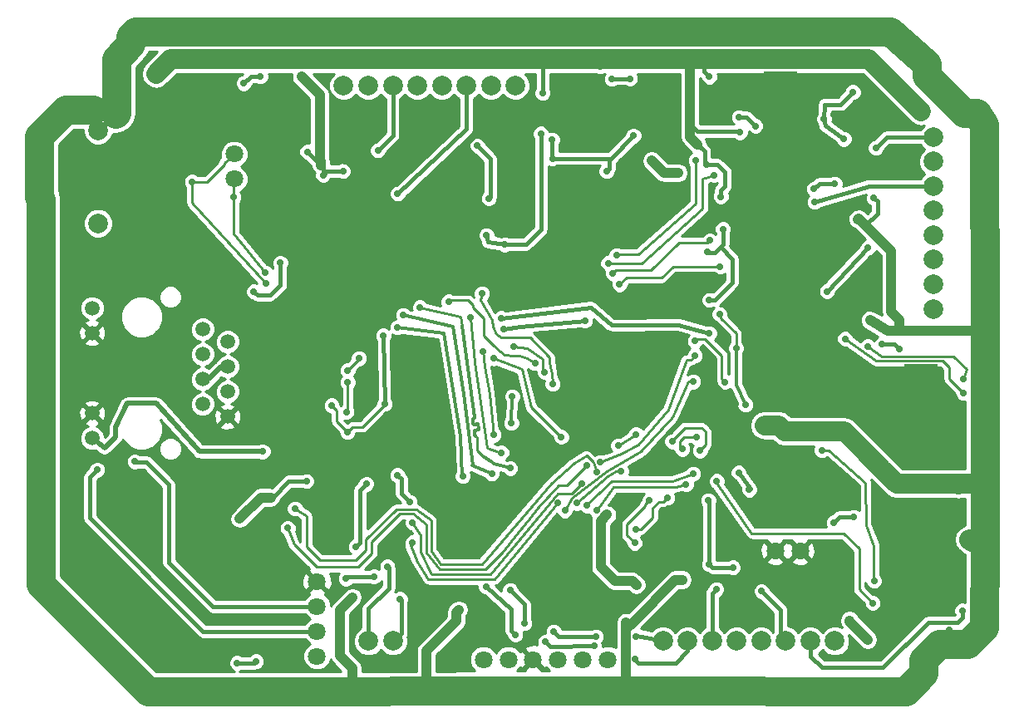
<source format=gbl>
G04 #@! TF.FileFunction,Copper,L2,Bot,Signal*
%FSLAX46Y46*%
G04 Gerber Fmt 4.6, Leading zero omitted, Abs format (unit mm)*
G04 Created by KiCad (PCBNEW 4.0.6-e0-6349~53~ubuntu16.04.1) date Sat Aug  5 15:27:13 2017*
%MOMM*%
%LPD*%
G01*
G04 APERTURE LIST*
%ADD10C,0.150000*%
%ADD11C,2.000000*%
%ADD12C,1.800000*%
%ADD13C,0.600000*%
%ADD14R,2.499360X2.499360*%
%ADD15C,1.500000*%
%ADD16R,3.000000X3.000000*%
%ADD17C,0.300000*%
%ADD18R,3.400000X5.000000*%
%ADD19R,5.000000X3.400000*%
%ADD20C,0.700000*%
%ADD21C,0.250000*%
%ADD22C,0.500000*%
%ADD23C,0.400000*%
%ADD24C,0.450000*%
%ADD25C,2.000000*%
%ADD26C,1.000000*%
%ADD27C,0.350000*%
%ADD28C,3.000000*%
%ADD29C,0.300000*%
%ADD30C,0.254000*%
G04 APERTURE END LIST*
D10*
D11*
X128725000Y-60725000D03*
X131225000Y-60725000D03*
X121225000Y-60725000D03*
X118725000Y-60725000D03*
X123725000Y-60725000D03*
X126225000Y-60725000D03*
X136225000Y-60725000D03*
X133725000Y-60725000D03*
D12*
X143089680Y-119200000D03*
X145629680Y-119200000D03*
X132950000Y-119200000D03*
X135490000Y-119200000D03*
X140559840Y-119200000D03*
X138019840Y-119200000D03*
D11*
X178800000Y-75950000D03*
X178800000Y-78450000D03*
X178800000Y-68450000D03*
X178800000Y-65950000D03*
X178800000Y-70950000D03*
X178800000Y-73450000D03*
X178800000Y-83450000D03*
X178800000Y-80950000D03*
X158750000Y-117300000D03*
X156250000Y-117300000D03*
X166250000Y-117300000D03*
X168750000Y-117300000D03*
X163750000Y-117300000D03*
X161250000Y-117300000D03*
X151250000Y-117300000D03*
X153750000Y-117300000D03*
D13*
X127010000Y-89430000D03*
X126248000Y-88668000D03*
X126248000Y-90192000D03*
X127772000Y-88668000D03*
X127772000Y-90192000D03*
D14*
X127010000Y-89430000D03*
D15*
X93100000Y-83375000D03*
X93100000Y-85915000D03*
X93100000Y-94085000D03*
X93100000Y-96625000D03*
X104350000Y-85560000D03*
X104350000Y-90630000D03*
X104350000Y-88100000D03*
X104350000Y-93170000D03*
X106890000Y-86820000D03*
X106890000Y-91900000D03*
X106890000Y-89360000D03*
X106890000Y-94440000D03*
D12*
X116000000Y-118850000D03*
X116000000Y-116310000D03*
X116000000Y-111240160D03*
X116000000Y-113780160D03*
X107575000Y-70234840D03*
X107575000Y-67694840D03*
D11*
X93700000Y-77250000D03*
X93700000Y-74750000D03*
X93700000Y-67750000D03*
X93700000Y-65250000D03*
X123750000Y-117300000D03*
X121250000Y-117300000D03*
D12*
X165209840Y-108100000D03*
X162669840Y-108100000D03*
D16*
X118000000Y-104500000D03*
D17*
X118000000Y-102300000D03*
X119100000Y-102300000D03*
X116900000Y-102300000D03*
X116900000Y-106700000D03*
X119100000Y-106700000D03*
X118000000Y-106700000D03*
X118000000Y-105600000D03*
X119100000Y-105600000D03*
X116900000Y-105600000D03*
X116900000Y-103400000D03*
X119100000Y-103400000D03*
X118000000Y-103400000D03*
D18*
X118000000Y-104500000D03*
D17*
X118000000Y-104500000D03*
X119100000Y-104500000D03*
X116900000Y-104500000D03*
D16*
X130525000Y-106175000D03*
D17*
X130525000Y-103975000D03*
X131625000Y-103975000D03*
X129425000Y-103975000D03*
X129425000Y-108375000D03*
X131625000Y-108375000D03*
X130525000Y-108375000D03*
X130525000Y-107275000D03*
X131625000Y-107275000D03*
X129425000Y-107275000D03*
X129425000Y-105075000D03*
X131625000Y-105075000D03*
X130525000Y-105075000D03*
D18*
X130525000Y-106175000D03*
D17*
X130525000Y-106175000D03*
X131625000Y-106175000D03*
X129425000Y-106175000D03*
D16*
X152750000Y-106270000D03*
D17*
X152750000Y-104070000D03*
X153850000Y-104070000D03*
X151650000Y-104070000D03*
X151650000Y-108470000D03*
X153850000Y-108470000D03*
X152750000Y-108470000D03*
X152750000Y-107370000D03*
X153850000Y-107370000D03*
X151650000Y-107370000D03*
X151650000Y-105170000D03*
X153850000Y-105170000D03*
X152750000Y-105170000D03*
D18*
X152750000Y-106270000D03*
D17*
X152750000Y-106270000D03*
X153850000Y-106270000D03*
X151650000Y-106270000D03*
D16*
X164900000Y-101880000D03*
D17*
X164900000Y-99680000D03*
X166000000Y-99680000D03*
X163800000Y-99680000D03*
X163800000Y-104080000D03*
X166000000Y-104080000D03*
X164900000Y-104080000D03*
X164900000Y-102980000D03*
X166000000Y-102980000D03*
X163800000Y-102980000D03*
X163800000Y-100780000D03*
X166000000Y-100780000D03*
X164900000Y-100780000D03*
D18*
X164900000Y-101880000D03*
D17*
X164900000Y-101880000D03*
X166000000Y-101880000D03*
X163800000Y-101880000D03*
D16*
X177450000Y-112290000D03*
D17*
X177450000Y-110090000D03*
X178550000Y-110090000D03*
X176350000Y-110090000D03*
X176350000Y-114490000D03*
X178550000Y-114490000D03*
X177450000Y-114490000D03*
X177450000Y-113390000D03*
X178550000Y-113390000D03*
X176350000Y-113390000D03*
X176350000Y-111190000D03*
X178550000Y-111190000D03*
X177450000Y-111190000D03*
D18*
X177450000Y-112290000D03*
D17*
X177450000Y-112290000D03*
X178550000Y-112290000D03*
X176350000Y-112290000D03*
D16*
X177500000Y-91550000D03*
D17*
X177500000Y-93750000D03*
X176400000Y-93750000D03*
X178600000Y-93750000D03*
X178600000Y-89350000D03*
X176400000Y-89350000D03*
X177500000Y-89350000D03*
X177500000Y-90450000D03*
X176400000Y-90450000D03*
X178600000Y-90450000D03*
X178600000Y-92650000D03*
X176400000Y-92650000D03*
X177500000Y-92650000D03*
D18*
X177500000Y-91550000D03*
D17*
X177500000Y-91550000D03*
X176400000Y-91550000D03*
X178600000Y-91550000D03*
D16*
X163900000Y-77900000D03*
D17*
X163900000Y-75700000D03*
X165000000Y-75700000D03*
X162800000Y-75700000D03*
X162800000Y-80100000D03*
X165000000Y-80100000D03*
X163900000Y-80100000D03*
X163900000Y-79000000D03*
X165000000Y-79000000D03*
X162800000Y-79000000D03*
X162800000Y-76800000D03*
X165000000Y-76800000D03*
X163900000Y-76800000D03*
D18*
X163900000Y-77900000D03*
D17*
X163900000Y-77900000D03*
X165000000Y-77900000D03*
X162800000Y-77900000D03*
D16*
X163475000Y-68350000D03*
D17*
X163475000Y-66150000D03*
X164575000Y-66150000D03*
X162375000Y-66150000D03*
X162375000Y-70550000D03*
X164575000Y-70550000D03*
X163475000Y-70550000D03*
X163475000Y-69450000D03*
X164575000Y-69450000D03*
X162375000Y-69450000D03*
X162375000Y-67250000D03*
X164575000Y-67250000D03*
X163475000Y-67250000D03*
D18*
X163475000Y-68350000D03*
D17*
X163475000Y-68350000D03*
X164575000Y-68350000D03*
X162375000Y-68350000D03*
D16*
X163200000Y-61700000D03*
D17*
X163200000Y-59500000D03*
X164300000Y-59500000D03*
X162100000Y-59500000D03*
X162100000Y-63900000D03*
X164300000Y-63900000D03*
X163200000Y-63900000D03*
X163200000Y-62800000D03*
X164300000Y-62800000D03*
X162100000Y-62800000D03*
X162100000Y-60600000D03*
X164300000Y-60600000D03*
X163200000Y-60600000D03*
D18*
X163200000Y-61700000D03*
D17*
X163200000Y-61700000D03*
X164300000Y-61700000D03*
X162100000Y-61700000D03*
D16*
X143000000Y-63000000D03*
D17*
X145200000Y-63000000D03*
X145200000Y-64100000D03*
X145200000Y-61900000D03*
X140800000Y-61900000D03*
X140800000Y-64100000D03*
X140800000Y-63000000D03*
X141900000Y-63000000D03*
X141900000Y-64100000D03*
X141900000Y-61900000D03*
X144100000Y-61900000D03*
X144100000Y-64100000D03*
X144100000Y-63000000D03*
D19*
X143000000Y-63000000D03*
D17*
X143000000Y-63000000D03*
X143000000Y-64100000D03*
X143000000Y-61900000D03*
D16*
X129025000Y-74150000D03*
D17*
X129025000Y-76350000D03*
X127925000Y-76350000D03*
X130125000Y-76350000D03*
X130125000Y-71950000D03*
X127925000Y-71950000D03*
X129025000Y-71950000D03*
X129025000Y-73050000D03*
X127925000Y-73050000D03*
X130125000Y-73050000D03*
X130125000Y-75250000D03*
X127925000Y-75250000D03*
X129025000Y-75250000D03*
D18*
X129025000Y-74150000D03*
D17*
X129025000Y-74150000D03*
X127925000Y-74150000D03*
X130125000Y-74150000D03*
D16*
X111900000Y-74300000D03*
D17*
X109700000Y-74300000D03*
X109700000Y-73200000D03*
X109700000Y-75400000D03*
X114100000Y-75400000D03*
X114100000Y-73200000D03*
X114100000Y-74300000D03*
X113000000Y-74300000D03*
X113000000Y-73200000D03*
X113000000Y-75400000D03*
X110800000Y-75400000D03*
X110800000Y-73200000D03*
X110800000Y-74300000D03*
D19*
X111900000Y-74300000D03*
D17*
X111900000Y-74300000D03*
X111900000Y-73200000D03*
X111900000Y-75400000D03*
D16*
X104500000Y-62000000D03*
D17*
X102300000Y-62000000D03*
X102300000Y-60900000D03*
X102300000Y-63100000D03*
X106700000Y-63100000D03*
X106700000Y-60900000D03*
X106700000Y-62000000D03*
X105600000Y-62000000D03*
X105600000Y-60900000D03*
X105600000Y-63100000D03*
X103400000Y-63100000D03*
X103400000Y-60900000D03*
X103400000Y-62000000D03*
D19*
X104500000Y-62000000D03*
D17*
X104500000Y-62000000D03*
X104500000Y-60900000D03*
X104500000Y-63100000D03*
D20*
X117500000Y-93300000D03*
X119100000Y-96025000D03*
X122770000Y-86170000D03*
X122900000Y-93150000D03*
X134800000Y-84400000D03*
X155950000Y-85950000D03*
X143325000Y-84650000D03*
X135000000Y-85500000D03*
X134800000Y-98100000D03*
X131600000Y-84300000D03*
X133975000Y-88500000D03*
X140900000Y-96500000D03*
X114425000Y-84675000D03*
X135450000Y-90925000D03*
X120325000Y-94200000D03*
X117525000Y-107775000D03*
X125825000Y-111950000D03*
X110750000Y-119975000D03*
X139000000Y-107625000D03*
X138725000Y-111550000D03*
X126750000Y-100250000D03*
X108930000Y-99250000D03*
X150400000Y-99660000D03*
X146200000Y-109320000D03*
X150270000Y-109440000D03*
X160210000Y-109830000D03*
X167340000Y-108360000D03*
X171790000Y-95060000D03*
X162040000Y-104950000D03*
X154730000Y-92100000D03*
X155530000Y-92390000D03*
X131070000Y-119930000D03*
X174990000Y-115200000D03*
X173650000Y-96900000D03*
X173000000Y-104690000D03*
X160575000Y-71375000D03*
X172850000Y-69475000D03*
X160050000Y-83900000D03*
X170550000Y-82900000D03*
X159850000Y-80700000D03*
X109800000Y-66200000D03*
X146050000Y-72775000D03*
X147250000Y-74075000D03*
X173000000Y-62200000D03*
X173550000Y-62875000D03*
X157925000Y-63725000D03*
X141375000Y-70775000D03*
X140050000Y-60475000D03*
X131675000Y-69850000D03*
X131250000Y-70975000D03*
X121625000Y-77825000D03*
X115275000Y-73850000D03*
X114850000Y-77025000D03*
X107500000Y-65025000D03*
X103300000Y-79375000D03*
X126300000Y-95800000D03*
X137200000Y-82200000D03*
X156225000Y-81150000D03*
X159850000Y-87450000D03*
X124000000Y-82800000D03*
X122200000Y-67325000D03*
X156670000Y-112020000D03*
X148400000Y-119175000D03*
X144225000Y-117750000D03*
X139250000Y-117400000D03*
X136200000Y-116650000D03*
X133225000Y-111750000D03*
X140125000Y-116350000D03*
X135675000Y-112125000D03*
X137125000Y-115475000D03*
X148475000Y-116825000D03*
X144400000Y-116850000D03*
X132350000Y-66850000D03*
X133500000Y-72200000D03*
X124225000Y-71725000D03*
X160650000Y-64825000D03*
X172925000Y-67050000D03*
X159000000Y-63950000D03*
X166700000Y-72550000D03*
X172150000Y-77225000D03*
X167950000Y-81675000D03*
X181740000Y-114210000D03*
X161300000Y-112230000D03*
X154630000Y-96530000D03*
X153210000Y-97730000D03*
X144500000Y-104000000D03*
X153600000Y-101350000D03*
X172610000Y-113430000D03*
X156730000Y-101000000D03*
X154320000Y-100260000D03*
X143500000Y-103500000D03*
X152180000Y-96970000D03*
X155020000Y-97900000D03*
X156425000Y-69825000D03*
X145650000Y-78800000D03*
X154600000Y-68325000D03*
X146525000Y-78000000D03*
X107500000Y-72050000D03*
X110750000Y-79775000D03*
X157075000Y-79150000D03*
X146825000Y-80975000D03*
X156000000Y-76500000D03*
X146150000Y-79850000D03*
X140000000Y-91100000D03*
X132800000Y-81900000D03*
X103275000Y-70500000D03*
X110775000Y-80875000D03*
X181875000Y-92050000D03*
X169790000Y-86500000D03*
X154510000Y-86750000D03*
X157580000Y-90910000D03*
X167420000Y-97870000D03*
X172750000Y-111180000D03*
X181875000Y-90600000D03*
X172090000Y-87260000D03*
X113025000Y-105800000D03*
X143500000Y-99400000D03*
X113750000Y-103800000D03*
X144500000Y-100075000D03*
X125750000Y-107250000D03*
X140500000Y-103250000D03*
X148500000Y-96250000D03*
X143000000Y-101250000D03*
X146672747Y-97374463D03*
X125750000Y-105250000D03*
X119125000Y-90925000D03*
X119025000Y-93950000D03*
X120275000Y-88500000D03*
X119125000Y-89725000D03*
X158550000Y-58375000D03*
X177500000Y-63300000D03*
X125450000Y-103125000D03*
X124200000Y-100400000D03*
X114925000Y-101025000D03*
X111300000Y-102675000D03*
X108125000Y-104850000D03*
X145550000Y-104440000D03*
X148530000Y-111590000D03*
X170240000Y-115210000D03*
X172110000Y-117170000D03*
X155975000Y-82550000D03*
X155750000Y-77675000D03*
X157350000Y-75325000D03*
X157150000Y-72025000D03*
X155700000Y-68750000D03*
X159100000Y-65475000D03*
X155975000Y-59825000D03*
X155450000Y-57625000D03*
X146200000Y-57575000D03*
X149425000Y-58000000D03*
X144850000Y-58750000D03*
X138800000Y-65600000D03*
X138975000Y-61475000D03*
X135100000Y-76900000D03*
X133275000Y-75975000D03*
X99600000Y-59500000D03*
X158700000Y-87500000D03*
X157000000Y-84000000D03*
X159650000Y-93230000D03*
X129400000Y-82700000D03*
X138200000Y-89000000D03*
X167650000Y-64075000D03*
X121025000Y-101300000D03*
X119975000Y-107700000D03*
X130450000Y-114125000D03*
X155870000Y-102980000D03*
X155940000Y-109480000D03*
X158360000Y-109800000D03*
X153250000Y-111060000D03*
X147470000Y-115390000D03*
X173550000Y-100510000D03*
X170700000Y-104680000D03*
X168660000Y-105220000D03*
X171830000Y-98180000D03*
X161620000Y-95330000D03*
X180370000Y-116210000D03*
X182440000Y-106970000D03*
X181300000Y-101370000D03*
X179610000Y-85560000D03*
X177970000Y-85620000D03*
X168750000Y-70700000D03*
X166625000Y-71250000D03*
X172725000Y-72125000D03*
X174300000Y-80600000D03*
X171075000Y-74325000D03*
X169675000Y-66150000D03*
X172325000Y-84600000D03*
X111950000Y-55100000D03*
X152825000Y-69600000D03*
X150100000Y-68375000D03*
X145500000Y-69425000D03*
X151550000Y-55200000D03*
X170600000Y-61375000D03*
X173200000Y-54600000D03*
X148250000Y-65825000D03*
X139950000Y-66225000D03*
X140000000Y-68125000D03*
X114425000Y-59800000D03*
X115300000Y-55200000D03*
X115025000Y-67450000D03*
X118650000Y-69425000D03*
X116625000Y-69825000D03*
X108550000Y-60475000D03*
X110250000Y-59775000D03*
X100775000Y-55350000D03*
X97000000Y-55700000D03*
X87700000Y-72100000D03*
X119625000Y-112850000D03*
X110500000Y-98000000D03*
X136000000Y-87300000D03*
X139200000Y-89900000D03*
X142500000Y-103250000D03*
X147000000Y-100000000D03*
X173580000Y-87010000D03*
X175340000Y-87520000D03*
X135675000Y-99700000D03*
X126500000Y-83300000D03*
X133800000Y-100250000D03*
X124800000Y-84100000D03*
X130850000Y-100500000D03*
X124200000Y-85350000D03*
X135800000Y-95100000D03*
X135900000Y-92400000D03*
X134000000Y-96300000D03*
X132900000Y-87800000D03*
X112275000Y-78775000D03*
X109575000Y-81700000D03*
X147875000Y-60000000D03*
X146050000Y-60050000D03*
X158950000Y-100140000D03*
X160040000Y-101890000D03*
X107875000Y-119525000D03*
X109775000Y-119375000D03*
X93600000Y-99860000D03*
X154310000Y-90880000D03*
X141250000Y-104000000D03*
X97450000Y-99020000D03*
X144875000Y-99075000D03*
X154480000Y-88220000D03*
X124475000Y-113025000D03*
X121825000Y-110725000D03*
X118950000Y-110950000D03*
X123175000Y-109700000D03*
X148480000Y-105960000D03*
X151690000Y-102700000D03*
X148360000Y-107320000D03*
X149870000Y-102960000D03*
D21*
X118000000Y-94925000D02*
X119100000Y-96025000D01*
X118000000Y-93800000D02*
X118000000Y-94925000D01*
X117500000Y-93300000D02*
X118000000Y-93800000D01*
X122900000Y-93150000D02*
X122900000Y-93225000D01*
X122900000Y-93225000D02*
X120650000Y-95475000D01*
X120650000Y-95475000D02*
X119650000Y-95475000D01*
X119650000Y-95475000D02*
X119100000Y-96025000D01*
D22*
X106890000Y-89360000D02*
X106240000Y-89360000D01*
X106240000Y-89360000D02*
X104970000Y-90630000D01*
X104970000Y-90630000D02*
X104350000Y-90630000D01*
D23*
X122770000Y-86170000D02*
X122900000Y-93150000D01*
X155950000Y-85950000D02*
X152790000Y-85060000D01*
X152790000Y-85060000D02*
X145990000Y-85110000D01*
X145990000Y-85110000D02*
X143900000Y-83300000D01*
X143900000Y-83300000D02*
X134800000Y-84400000D01*
X135000000Y-85500000D02*
X136700000Y-85300000D01*
X136700000Y-85300000D02*
X143325000Y-84650000D01*
D21*
X134800000Y-98100000D02*
X133300000Y-97600000D01*
X133300000Y-97600000D02*
X132100000Y-88900000D01*
X132100000Y-88900000D02*
X131600000Y-84300000D01*
X140900000Y-96500000D02*
X137800000Y-93500000D01*
X137800000Y-93500000D02*
X136850000Y-89600000D01*
X136850000Y-89600000D02*
X133975000Y-88500000D01*
D24*
X167340000Y-108360000D02*
X167340000Y-108370000D01*
D21*
X117550000Y-102700000D02*
X116450000Y-103050000D01*
X137200000Y-82200000D02*
X137200000Y-82250000D01*
D22*
X124000000Y-82800000D02*
X124000000Y-82700000D01*
D24*
X123725000Y-65800000D02*
X123725000Y-60725000D01*
X122200000Y-67325000D02*
X123725000Y-65800000D01*
X156250000Y-112440000D02*
X156250000Y-117300000D01*
X156670000Y-112020000D02*
X156250000Y-112440000D01*
X153750000Y-118325000D02*
X153750000Y-117300000D01*
X152525000Y-119550000D02*
X153750000Y-118325000D01*
X148775000Y-119550000D02*
X152525000Y-119550000D01*
X148400000Y-119175000D02*
X148775000Y-119550000D01*
X139725000Y-117875000D02*
X144225000Y-117750000D01*
X139250000Y-117400000D02*
X139725000Y-117875000D01*
X135800000Y-116250000D02*
X136200000Y-116650000D01*
X135800000Y-114075000D02*
X135800000Y-116250000D01*
X133225000Y-111750000D02*
X135800000Y-114075000D01*
X135675000Y-112125000D02*
X137125000Y-113575000D01*
X137125000Y-113575000D02*
X137125000Y-115475000D01*
X148575000Y-116725000D02*
X151250000Y-117300000D01*
X148475000Y-116825000D02*
X148575000Y-116725000D01*
X140625000Y-116850000D02*
X144400000Y-116850000D01*
X140125000Y-116350000D02*
X140625000Y-116850000D01*
X133675000Y-68175000D02*
X132350000Y-66850000D01*
X133675000Y-72025000D02*
X133675000Y-68175000D01*
X133500000Y-72200000D02*
X133675000Y-72025000D01*
X131225000Y-65150000D02*
X131225000Y-60725000D01*
X124225000Y-71725000D02*
X131225000Y-65150000D01*
X172925000Y-67050000D02*
X174025000Y-65950000D01*
X178800000Y-65950000D02*
X174025000Y-65950000D01*
X159775000Y-63950000D02*
X159000000Y-63950000D01*
X160650000Y-64825000D02*
X159775000Y-63950000D01*
X172275000Y-70925000D02*
X178800000Y-70950000D01*
X166700000Y-72550000D02*
X172275000Y-70925000D01*
X172125000Y-77225000D02*
X172150000Y-77225000D01*
X167950000Y-81675000D02*
X172125000Y-77225000D01*
X166250000Y-118840000D02*
X166250000Y-117300000D01*
X167420000Y-120010000D02*
X166250000Y-118840000D01*
X173650000Y-120010000D02*
X167420000Y-120010000D01*
X178260000Y-115400000D02*
X173650000Y-120010000D01*
X181240000Y-115400000D02*
X178260000Y-115400000D01*
X181750000Y-114890000D02*
X181240000Y-115400000D01*
X181800000Y-114270000D02*
X181750000Y-114890000D01*
X181740000Y-114210000D02*
X181800000Y-114270000D01*
X163250000Y-114180000D02*
X163250000Y-116800000D01*
X161300000Y-112230000D02*
X163250000Y-114180000D01*
X163250000Y-116800000D02*
X163750000Y-117300000D01*
D21*
X153390000Y-96530000D02*
X154630000Y-96530000D01*
X152980000Y-96940000D02*
X153390000Y-96530000D01*
X152980000Y-97500000D02*
X152980000Y-96940000D01*
X153210000Y-97730000D02*
X152980000Y-97500000D01*
X146180000Y-101610000D02*
X144500000Y-104000000D01*
X152590000Y-101610000D02*
X146180000Y-101610000D01*
X153600000Y-101350000D02*
X152590000Y-101610000D01*
X171226642Y-112046642D02*
X171226642Y-111529890D01*
X172610000Y-113430000D02*
X171226642Y-112046642D01*
X156690000Y-101210000D02*
X156730000Y-101000000D01*
X160290000Y-106340000D02*
X156690000Y-101210000D01*
X169650000Y-106340000D02*
X160290000Y-106340000D01*
X171220000Y-107910000D02*
X169650000Y-106340000D01*
X171226642Y-111529890D02*
X171220000Y-107910000D01*
X152200000Y-101020000D02*
X146040000Y-101020000D01*
X154320000Y-100260000D02*
X152200000Y-101020000D01*
X143500000Y-103390000D02*
X143500000Y-103500000D01*
X146040000Y-101020000D02*
X143500000Y-103390000D01*
X152180000Y-96840000D02*
X152180000Y-96970000D01*
X153460000Y-95560000D02*
X152180000Y-96840000D01*
X155180000Y-95560000D02*
X153460000Y-95560000D01*
X155590000Y-95970000D02*
X155180000Y-95560000D01*
X155590000Y-97330000D02*
X155590000Y-95970000D01*
X155020000Y-97900000D02*
X155590000Y-97330000D01*
X155300000Y-70225000D02*
X156425000Y-69825000D01*
X155300000Y-73225000D02*
X155300000Y-70225000D01*
X149075000Y-78825000D02*
X155300000Y-73225000D01*
X145675000Y-78825000D02*
X149075000Y-78825000D01*
X145650000Y-78800000D02*
X145675000Y-78825000D01*
X154575000Y-72775000D02*
X154600000Y-68325000D01*
X148750000Y-77875000D02*
X154575000Y-72775000D01*
X146650000Y-77875000D02*
X148750000Y-77875000D01*
X146525000Y-78000000D02*
X146650000Y-77875000D01*
X107500000Y-72050000D02*
X107500000Y-70309840D01*
X107500000Y-70309840D02*
X107575000Y-70234840D01*
X107525000Y-73975820D02*
X107500000Y-72050000D01*
X107525000Y-75825820D02*
X107525000Y-73975820D01*
X110750000Y-79775000D02*
X107525000Y-75825820D01*
X152275000Y-79150000D02*
X157075000Y-79150000D01*
X151150000Y-80275000D02*
X152275000Y-79150000D01*
X147525000Y-80275000D02*
X151150000Y-80275000D01*
X146825000Y-80975000D02*
X147525000Y-80275000D01*
X155800000Y-76700000D02*
X156000000Y-76500000D01*
X152850000Y-76700000D02*
X155800000Y-76700000D01*
X150025000Y-79525000D02*
X152850000Y-76700000D01*
X146475000Y-79525000D02*
X150025000Y-79525000D01*
X146150000Y-79850000D02*
X146475000Y-79525000D01*
X103275000Y-70500000D02*
X104825000Y-70500000D01*
X106550000Y-68569840D02*
X107575000Y-67694840D01*
X106550000Y-68775000D02*
X106550000Y-68569840D01*
X104825000Y-70500000D02*
X106550000Y-68775000D01*
X140000000Y-91100000D02*
X139900000Y-90000000D01*
X139900000Y-90000000D02*
X139800000Y-89400000D01*
X139800000Y-89400000D02*
X139700000Y-88800000D01*
X139700000Y-88800000D02*
X139700000Y-88400000D01*
X139700000Y-88400000D02*
X137700000Y-86400000D01*
X137700000Y-86400000D02*
X134750000Y-86400000D01*
X134750000Y-86400000D02*
X134300000Y-86000000D01*
X134300000Y-86000000D02*
X133900000Y-85300000D01*
X133900000Y-85300000D02*
X133800000Y-84600000D01*
X133800000Y-84600000D02*
X132650000Y-82550000D01*
X132650000Y-82550000D02*
X132800000Y-81900000D01*
X103275000Y-72675000D02*
X103275000Y-70500000D01*
X110775000Y-80875000D02*
X103275000Y-72675000D01*
X180400000Y-90575000D02*
X181875000Y-92050000D01*
X180400000Y-89400000D02*
X180400000Y-90575000D01*
X179750000Y-88750000D02*
X180400000Y-89400000D01*
X172925000Y-88750000D02*
X179750000Y-88750000D01*
X169790000Y-86500000D02*
X172925000Y-88750000D01*
X154760000Y-86500000D02*
X154510000Y-86750000D01*
X155540000Y-86500000D02*
X154760000Y-86500000D01*
X157240000Y-88200000D02*
X155540000Y-86500000D01*
X157240000Y-90570000D02*
X157240000Y-88200000D01*
X157580000Y-90910000D02*
X157240000Y-90570000D01*
X168120000Y-97870000D02*
X167420000Y-97870000D01*
X171879291Y-101150812D02*
X168120000Y-97870000D01*
X171910000Y-105490000D02*
X171879291Y-101150812D01*
X172730000Y-107630000D02*
X171910000Y-105490000D01*
X172700000Y-111130000D02*
X172730000Y-107630000D01*
X172750000Y-111180000D02*
X172700000Y-111130000D01*
X182200000Y-89600000D02*
X181875000Y-90600000D01*
X180825000Y-88325000D02*
X182200000Y-89600000D01*
X173550000Y-88325000D02*
X180825000Y-88325000D01*
X172090000Y-87260000D02*
X173550000Y-88325000D01*
X113650000Y-107475000D02*
X113025000Y-105800000D01*
X115950000Y-109775000D02*
X113650000Y-107475000D01*
X120175000Y-109775000D02*
X115950000Y-109775000D01*
X121575000Y-108375000D02*
X120175000Y-109775000D01*
X121575000Y-107225000D02*
X121575000Y-108375000D01*
X124475000Y-104325000D02*
X121575000Y-107225000D01*
X125800000Y-104325000D02*
X124475000Y-104325000D01*
X127169998Y-105394998D02*
X125800000Y-104325000D01*
X127169998Y-108292046D02*
X127169998Y-105394998D01*
X128527952Y-109950000D02*
X127169998Y-108292046D01*
X133200000Y-109950000D02*
X128527952Y-109950000D01*
X134875000Y-108275000D02*
X133200000Y-109950000D01*
X136500000Y-106250000D02*
X134875000Y-108275000D01*
X137650000Y-104825000D02*
X136500000Y-106250000D01*
X138525000Y-103725000D02*
X137650000Y-104825000D01*
X140625000Y-101400000D02*
X138525000Y-103725000D01*
X141500000Y-101400000D02*
X140625000Y-101400000D01*
X143500000Y-99400000D02*
X141500000Y-101400000D01*
X114950000Y-104550000D02*
X113750000Y-103800000D01*
X114950000Y-107725000D02*
X114950000Y-104550000D01*
X116300000Y-109075000D02*
X114950000Y-107725000D01*
X119925000Y-109075000D02*
X116300000Y-109075000D01*
X120975000Y-108025000D02*
X119925000Y-109075000D01*
X120975000Y-106975000D02*
X120975000Y-108025000D01*
X124075000Y-103875000D02*
X120975000Y-106975000D01*
X126100000Y-103875000D02*
X124075000Y-103875000D01*
X127625000Y-105025000D02*
X126100000Y-103875000D01*
X127625000Y-108100000D02*
X127625000Y-105025000D01*
X128600000Y-109450000D02*
X127625000Y-108100000D01*
X132825000Y-109450000D02*
X128600000Y-109450000D01*
X139820166Y-101259929D02*
X132825000Y-109450000D01*
X142225000Y-99175000D02*
X139820166Y-101259929D01*
X143450000Y-98425000D02*
X142225000Y-99175000D01*
X144150000Y-99075000D02*
X143450000Y-98425000D01*
X144500000Y-100075000D02*
X144150000Y-99075000D01*
X125500000Y-107500000D02*
X125750000Y-107250000D01*
X127350000Y-111000000D02*
X126250000Y-109250000D01*
X126250000Y-109250000D02*
X125500000Y-107500000D01*
X134100000Y-111000000D02*
X127350000Y-111000000D01*
X140500000Y-103250000D02*
X134100000Y-111000000D01*
X148500000Y-96250000D02*
X146672747Y-97374463D01*
X143000000Y-101250000D02*
X142000000Y-102250000D01*
X142000000Y-102250000D02*
X140500000Y-102250000D01*
X140500000Y-102250000D02*
X133650000Y-110500000D01*
X133650000Y-110500000D02*
X127650000Y-110500000D01*
X127650000Y-110500000D02*
X126575000Y-108250000D01*
X126575000Y-108250000D02*
X126575000Y-106500000D01*
X125750000Y-105250000D02*
X126575000Y-106500000D01*
X119125000Y-93850000D02*
X119125000Y-90925000D01*
X119025000Y-93950000D02*
X119125000Y-93850000D01*
X120275000Y-88575000D02*
X120275000Y-88500000D01*
X119125000Y-89725000D02*
X120275000Y-88575000D01*
X158550000Y-58375000D02*
X158925000Y-58000000D01*
X158925000Y-58000000D02*
X158550000Y-58375000D01*
X158550000Y-58375000D02*
X158550000Y-58000000D01*
D25*
X159000000Y-58000000D02*
X158550000Y-58000000D01*
X158550000Y-58000000D02*
X172200000Y-58000000D01*
X172200000Y-58000000D02*
X177500000Y-63300000D01*
D24*
X111300000Y-102675000D02*
X111475000Y-102675000D01*
X124600000Y-102275000D02*
X125450000Y-103125000D01*
X124600000Y-100800000D02*
X124600000Y-102275000D01*
X124200000Y-100400000D02*
X124600000Y-100800000D01*
X113125000Y-101025000D02*
X114925000Y-101025000D01*
X111475000Y-102675000D02*
X113125000Y-101025000D01*
D26*
X110300000Y-102675000D02*
X111300000Y-102675000D01*
X108125000Y-104850000D02*
X110300000Y-102675000D01*
X144900000Y-105090000D02*
X145550000Y-104440000D01*
X144900000Y-109750000D02*
X144900000Y-105090000D01*
X146350000Y-111200000D02*
X144900000Y-109750000D01*
X148140000Y-111200000D02*
X146350000Y-111200000D01*
X148530000Y-111590000D02*
X148140000Y-111200000D01*
X170240000Y-115300000D02*
X170240000Y-115210000D01*
X172110000Y-117170000D02*
X170240000Y-115300000D01*
D24*
X158325000Y-78375000D02*
X157112500Y-77162500D01*
X158325000Y-80800000D02*
X158325000Y-78375000D01*
X156525000Y-82600000D02*
X158325000Y-80800000D01*
X156025000Y-82600000D02*
X156525000Y-82600000D01*
X155975000Y-82550000D02*
X156025000Y-82600000D01*
X155750000Y-77675000D02*
X155800000Y-77725000D01*
X155800000Y-77725000D02*
X156550000Y-77725000D01*
X156550000Y-77725000D02*
X157112500Y-77162500D01*
X157112500Y-77162500D02*
X157375000Y-76900000D01*
X157375000Y-76900000D02*
X157375000Y-75350000D01*
X157375000Y-75350000D02*
X157350000Y-75325000D01*
X155700000Y-68750000D02*
X156775000Y-68750000D01*
X157150000Y-71350000D02*
X157150000Y-72025000D01*
X157575000Y-70925000D02*
X157150000Y-71350000D01*
X157575000Y-69550000D02*
X157575000Y-70925000D01*
X157200000Y-69175000D02*
X157575000Y-69550000D01*
X156775000Y-68750000D02*
X157200000Y-69175000D01*
D26*
X154000000Y-65950000D02*
X154750000Y-66700000D01*
X154000000Y-65950000D02*
X154000000Y-64675000D01*
D24*
X155475000Y-67425000D02*
X154750000Y-66700000D01*
X155475000Y-68525000D02*
X155475000Y-67425000D01*
X155700000Y-68750000D02*
X155475000Y-68525000D01*
X154725000Y-65400000D02*
X154000000Y-64675000D01*
X159025000Y-65400000D02*
X154725000Y-65400000D01*
X159100000Y-65475000D02*
X159025000Y-65400000D01*
D26*
X154000000Y-58000000D02*
X154000000Y-64675000D01*
D24*
X159000000Y-58475000D02*
X159000000Y-58000000D01*
X159000000Y-58000000D02*
X159000000Y-58475000D01*
X159000000Y-58475000D02*
X159000000Y-58000000D01*
X155975000Y-59825000D02*
X155450000Y-59300000D01*
X155450000Y-59300000D02*
X155450000Y-58000000D01*
X155450000Y-57625000D02*
X155450000Y-58000000D01*
X155450000Y-58000000D02*
X155450000Y-57625000D01*
X155450000Y-57625000D02*
X155450000Y-58000000D01*
X146200000Y-57575000D02*
X146225000Y-57575000D01*
X146225000Y-57575000D02*
X146200000Y-57575000D01*
X146200000Y-57575000D02*
X146225000Y-57575000D01*
X146225000Y-57325000D02*
X146225000Y-57575000D01*
X146225000Y-57575000D02*
X146225000Y-58000000D01*
X149425000Y-58000000D02*
X149500000Y-58000000D01*
X149500000Y-58000000D02*
X149500000Y-58075000D01*
X149500000Y-58075000D02*
X149500000Y-58000000D01*
X149500000Y-58000000D02*
X149500000Y-58075000D01*
X149500000Y-58075000D02*
X149500000Y-58000000D01*
X143900000Y-57275000D02*
X143900000Y-58000000D01*
X143900000Y-58000000D02*
X143900000Y-57275000D01*
X143900000Y-57275000D02*
X143900000Y-58000000D01*
X146225000Y-58000000D02*
X146225000Y-57325000D01*
X146225000Y-57325000D02*
X146225000Y-58000000D01*
X144850000Y-58750000D02*
X144850000Y-58000000D01*
X144850000Y-58000000D02*
X144850000Y-58750000D01*
X144850000Y-58750000D02*
X144850000Y-58000000D01*
X135100000Y-76900000D02*
X137325000Y-76900000D01*
X138825000Y-75400000D02*
X137325000Y-76900000D01*
X138850000Y-65650000D02*
X138825000Y-75400000D01*
X138850000Y-65650000D02*
X138800000Y-65600000D01*
X139000000Y-58000000D02*
X139000000Y-61450000D01*
X139000000Y-61450000D02*
X138975000Y-61475000D01*
X133425000Y-76650000D02*
X135100000Y-76900000D01*
X133275000Y-75975000D02*
X133425000Y-76650000D01*
D25*
X99600000Y-59500000D02*
X101100000Y-58000000D01*
X101100000Y-58000000D02*
X139000000Y-58000000D01*
D27*
X158700000Y-87500000D02*
X158700000Y-91200000D01*
X158700000Y-91200000D02*
X159650000Y-93230000D01*
D21*
X158700000Y-85950000D02*
X157150000Y-84400000D01*
X158700000Y-87500000D02*
X158700000Y-85950000D01*
X157150000Y-84400000D02*
X157000000Y-84000000D01*
X131400000Y-82600000D02*
X131900000Y-83100000D01*
X129500000Y-82600000D02*
X131400000Y-82600000D01*
X129400000Y-82700000D02*
X129500000Y-82600000D01*
X131900000Y-83100000D02*
X131900000Y-83300000D01*
X131900000Y-83300000D02*
X133000000Y-84400000D01*
X133000000Y-84400000D02*
X133000000Y-86200000D01*
X133000000Y-86200000D02*
X133900000Y-87100000D01*
X134650000Y-87850000D02*
X133900000Y-87100000D01*
X137360530Y-88498648D02*
X138200000Y-89000000D01*
X136604159Y-88199827D02*
X137360530Y-88498648D01*
X136000000Y-88200000D02*
X136604159Y-88199827D01*
X135108911Y-88110891D02*
X136000000Y-88200000D01*
X134650000Y-87850000D02*
X135108911Y-88110891D01*
D25*
X139000000Y-58000000D02*
X143900000Y-58000000D01*
X143900000Y-58000000D02*
X144850000Y-58000000D01*
X144850000Y-58000000D02*
X146225000Y-58000000D01*
X146225000Y-58000000D02*
X149500000Y-58000000D01*
X149500000Y-58000000D02*
X154000000Y-58000000D01*
X154000000Y-58000000D02*
X155450000Y-58000000D01*
X155450000Y-58000000D02*
X159000000Y-58000000D01*
D24*
X120400000Y-101925000D02*
X121025000Y-101300000D01*
X120400000Y-107275000D02*
X120400000Y-101925000D01*
X119975000Y-107700000D02*
X120400000Y-107275000D01*
D26*
X130450000Y-114125000D02*
X130200000Y-114375000D01*
X130200000Y-114375000D02*
X130200000Y-115250000D01*
X130200000Y-115250000D02*
X127125000Y-118325000D01*
X127125000Y-118325000D02*
X127125000Y-122393243D01*
X119600000Y-122400000D02*
X119600000Y-120050000D01*
X119600000Y-120050000D02*
X118375000Y-118825000D01*
D24*
X155940000Y-103050000D02*
X155940000Y-109480000D01*
X155870000Y-102980000D02*
X155940000Y-103050000D01*
X156260000Y-109800000D02*
X158360000Y-109800000D01*
X155940000Y-109480000D02*
X156260000Y-109800000D01*
D26*
X147440000Y-116085000D02*
X148190000Y-115370000D01*
X148190000Y-115370000D02*
X152500000Y-111060000D01*
X152500000Y-111060000D02*
X153250000Y-111060000D01*
X147440000Y-122375000D02*
X147440000Y-116085000D01*
X147440000Y-116085000D02*
X147470000Y-115390000D01*
D24*
X169200000Y-104680000D02*
X170700000Y-104680000D01*
X168660000Y-105220000D02*
X169200000Y-104680000D01*
X173550000Y-100510000D02*
X173910000Y-100150000D01*
X173910000Y-100150000D02*
X173550000Y-100510000D01*
X173550000Y-100510000D02*
X173550000Y-99790000D01*
X171830000Y-98180000D02*
X171885000Y-98125000D01*
X171885000Y-98125000D02*
X171830000Y-98180000D01*
X171830000Y-98180000D02*
X171830000Y-98070000D01*
D25*
X181740000Y-101310749D02*
X175070749Y-101310749D01*
X163030000Y-95330000D02*
X161620000Y-95330000D01*
X163670000Y-95970000D02*
X163030000Y-95330000D01*
X169730000Y-95970000D02*
X163670000Y-95970000D01*
X175070749Y-101310749D02*
X173550000Y-99790000D01*
X173550000Y-99790000D02*
X171830000Y-98070000D01*
X171830000Y-98070000D02*
X169730000Y-95970000D01*
D24*
X180370000Y-116210000D02*
X180370000Y-117600000D01*
X180370000Y-117600000D02*
X180370000Y-116210000D01*
X180370000Y-116210000D02*
X180370000Y-117600000D01*
D28*
X184000000Y-115900000D02*
X182300000Y-117600000D01*
X177800000Y-120600000D02*
X176000000Y-122400000D01*
X177800000Y-119200000D02*
X177800000Y-120600000D01*
X179400000Y-117600000D02*
X177800000Y-119200000D01*
X182300000Y-117600000D02*
X180370000Y-117600000D01*
X180370000Y-117600000D02*
X179400000Y-117600000D01*
D25*
X182440000Y-106970000D02*
X182471377Y-107001377D01*
X182471377Y-107001377D02*
X184008017Y-107821377D01*
X184008017Y-107821377D02*
X184008017Y-107821536D01*
X184014478Y-101310749D02*
X184014478Y-101311002D01*
X181359251Y-101310749D02*
X181740000Y-101310749D01*
X181740000Y-101310749D02*
X184014478Y-101310749D01*
X181300000Y-101370000D02*
X181359251Y-101310749D01*
D24*
X179610000Y-85560000D02*
X179610000Y-85670000D01*
X177970000Y-85620000D02*
X177970000Y-85670000D01*
X177970000Y-85670000D02*
X177970000Y-85620000D01*
X177970000Y-85620000D02*
X177970000Y-85670000D01*
X167175000Y-70700000D02*
X168750000Y-70700000D01*
X166625000Y-71250000D02*
X167175000Y-70700000D01*
X173100000Y-73750000D02*
X171875000Y-74975000D01*
X173100000Y-72500000D02*
X173100000Y-73750000D01*
X172725000Y-72125000D02*
X173100000Y-72500000D01*
X174300000Y-80600000D02*
X174475000Y-80600000D01*
X174475000Y-80600000D02*
X174300000Y-80600000D01*
X174300000Y-80600000D02*
X174475000Y-80600000D01*
D26*
X175355000Y-85670000D02*
X175325000Y-84575000D01*
X171175000Y-74275000D02*
X171075000Y-74325000D01*
X174475000Y-77575000D02*
X171875000Y-74975000D01*
X171875000Y-74975000D02*
X171175000Y-74275000D01*
X174475000Y-83725000D02*
X174475000Y-80600000D01*
X174475000Y-80600000D02*
X174475000Y-77575000D01*
X175325000Y-84575000D02*
X174475000Y-83725000D01*
D24*
X167750058Y-64785445D02*
X167650000Y-64075000D01*
X169675000Y-66150000D02*
X167750058Y-64785445D01*
D26*
X184030000Y-85670000D02*
X179610000Y-85670000D01*
X179610000Y-85670000D02*
X177970000Y-85670000D01*
X177970000Y-85670000D02*
X175355000Y-85670000D01*
X175355000Y-85670000D02*
X174180000Y-85660000D01*
X174180000Y-85660000D02*
X172325000Y-84600000D01*
D25*
X111950000Y-55100000D02*
X111950000Y-55200000D01*
X111950000Y-55200000D02*
X111950000Y-55100000D01*
X111950000Y-55100000D02*
X111950000Y-55200000D01*
D26*
X151325000Y-69600000D02*
X152825000Y-69600000D01*
X150100000Y-68375000D02*
X151325000Y-69600000D01*
D24*
X145750000Y-69175000D02*
X145750000Y-68125000D01*
X145500000Y-69425000D02*
X145750000Y-69175000D01*
X167650000Y-64075000D02*
X167725000Y-62625000D01*
X169350000Y-62625000D02*
X170600000Y-61375000D01*
X167725000Y-62625000D02*
X169350000Y-62625000D01*
X173800000Y-55200000D02*
X174400000Y-55200000D01*
X173200000Y-54600000D02*
X173800000Y-55200000D01*
X140000000Y-68125000D02*
X145750000Y-68125000D01*
X145750000Y-68125000D02*
X145950000Y-68125000D01*
X145950000Y-68125000D02*
X148250000Y-65825000D01*
X139950000Y-68075000D02*
X139950000Y-66225000D01*
X140000000Y-68125000D02*
X139950000Y-68075000D01*
D26*
X116412500Y-68837500D02*
X116412500Y-68462500D01*
X114425000Y-59800000D02*
X116275000Y-61650000D01*
X116275000Y-68325000D02*
X116275000Y-61650000D01*
X116412500Y-68462500D02*
X116275000Y-68325000D01*
D24*
X115025000Y-67450000D02*
X116412500Y-68837500D01*
X116412500Y-68837500D02*
X116625000Y-69050000D01*
X116625000Y-69050000D02*
X116625000Y-69825000D01*
X117025000Y-69425000D02*
X118650000Y-69425000D01*
X116625000Y-69825000D02*
X117025000Y-69425000D01*
X108550000Y-60475000D02*
X109250000Y-59775000D01*
X109250000Y-59775000D02*
X110250000Y-59775000D01*
D22*
X100775000Y-55350000D02*
X100775000Y-55200000D01*
X100775000Y-55200000D02*
X100775000Y-55350000D01*
X100775000Y-55350000D02*
X100775000Y-55200000D01*
D28*
X97000000Y-55700000D02*
X97000000Y-56525000D01*
X95550000Y-63525000D02*
X95450000Y-63625000D01*
X95550000Y-57975000D02*
X95550000Y-63525000D01*
X97000000Y-56525000D02*
X95550000Y-57975000D01*
X87700000Y-72100000D02*
X87700000Y-65875000D01*
X90400000Y-63175000D02*
X93175000Y-63175000D01*
X87700000Y-65875000D02*
X90400000Y-63175000D01*
X174400000Y-55200000D02*
X178125000Y-58475000D01*
X87700000Y-72100000D02*
X87900000Y-72300000D01*
X178125000Y-58475000D02*
X178125000Y-59675000D01*
X178125000Y-59675000D02*
X181925000Y-63475000D01*
X181925000Y-63475000D02*
X183225000Y-63475000D01*
X183225000Y-63475000D02*
X184000000Y-64700000D01*
X184000000Y-64700000D02*
X184030000Y-85670000D01*
X184030000Y-85670000D02*
X184014478Y-101311002D01*
X184014478Y-101311002D02*
X184008017Y-107821536D01*
X184008017Y-107821536D02*
X184000000Y-115900000D01*
X176000000Y-122400000D02*
X147440000Y-122375000D01*
X147440000Y-122375000D02*
X127125000Y-122393243D01*
X127125000Y-122393243D02*
X119600000Y-122400000D01*
X115300000Y-55200000D02*
X151550000Y-55200000D01*
X151550000Y-55200000D02*
X158700000Y-55200000D01*
X158700000Y-55200000D02*
X174400000Y-55200000D01*
X98800000Y-122400000D02*
X119600000Y-122400000D01*
X87900000Y-111500000D02*
X98800000Y-122400000D01*
X87900000Y-72300000D02*
X87900000Y-111500000D01*
X97000000Y-55700000D02*
X97500000Y-55200000D01*
X97500000Y-55200000D02*
X100775000Y-55200000D01*
X100775000Y-55200000D02*
X111950000Y-55200000D01*
X111950000Y-55200000D02*
X115300000Y-55200000D01*
D26*
X118375000Y-114100000D02*
X119625000Y-112850000D01*
X118375000Y-118825000D02*
X118375000Y-114100000D01*
D22*
X94375000Y-97625000D02*
X93100000Y-96625000D01*
X95500000Y-96500000D02*
X94375000Y-97625000D01*
X95500000Y-95500000D02*
X95500000Y-96500000D01*
X96650000Y-93100000D02*
X95500000Y-95500000D01*
X99650000Y-93100000D02*
X96650000Y-93100000D01*
X104000000Y-98000000D02*
X99650000Y-93100000D01*
X110500000Y-98000000D02*
X104000000Y-98000000D01*
D21*
X137400000Y-87500000D02*
X136000000Y-87300000D01*
X139200000Y-89900000D02*
X139000000Y-89700000D01*
X139000000Y-89700000D02*
X139000000Y-88600000D01*
X139000000Y-88600000D02*
X137400000Y-87500000D01*
X136000000Y-87300000D02*
X136000000Y-87300000D01*
X145600722Y-100477439D02*
X142500000Y-103250000D01*
X146430000Y-99960000D02*
X145600722Y-100477439D01*
X147000000Y-100000000D02*
X146430000Y-99960000D01*
D24*
X174830000Y-87010000D02*
X173580000Y-87010000D01*
X175340000Y-87520000D02*
X174830000Y-87010000D01*
D21*
X132294789Y-97897616D02*
X132294789Y-96546874D01*
X132294789Y-96546874D02*
X132154053Y-96406138D01*
X132294789Y-97897616D02*
X132872085Y-98474912D01*
D29*
X135675000Y-99700000D02*
X134000000Y-99200000D01*
X133831768Y-99091852D02*
X132872085Y-98474912D01*
X134000000Y-99200000D02*
X133831768Y-99091852D01*
X132126346Y-95816670D02*
X132373933Y-95782030D01*
X132447339Y-95744223D02*
X132464198Y-95721879D01*
X131852852Y-94741377D02*
X131858346Y-94713930D01*
X132401045Y-95775072D02*
X132425930Y-95762255D01*
X132067301Y-94515111D02*
X132066551Y-94487128D01*
X131858346Y-94713930D02*
X131869811Y-94688394D01*
X131909056Y-95143095D02*
X131902098Y-95115982D01*
X132475663Y-95696343D02*
X132481157Y-95668897D01*
X131886671Y-94666050D02*
X131908079Y-94648018D01*
X131987190Y-94621285D02*
X132012074Y-94608468D01*
X131962248Y-95206247D02*
X131939903Y-95189387D01*
X131908079Y-94648018D02*
X131932965Y-94635201D01*
X132050342Y-94568092D02*
X132061806Y-94542557D01*
X132088140Y-96356406D02*
X132075326Y-96331522D01*
X132075326Y-96331522D02*
X132068368Y-96304409D01*
X132019872Y-95957785D02*
X132019122Y-95929804D01*
X132346224Y-95192562D02*
X132318778Y-95187067D01*
X132043210Y-95222456D02*
X132015230Y-95223206D01*
X132394104Y-95220886D02*
X132371760Y-95204026D01*
X131987783Y-95217711D02*
X131962248Y-95206247D01*
X132012074Y-94608468D02*
X132033482Y-94590435D01*
X132154053Y-96406138D02*
X132128518Y-96394674D01*
X132128518Y-96394674D02*
X132106173Y-96377814D01*
X132318778Y-95187067D02*
X132290797Y-95187817D01*
X132106173Y-96377814D02*
X132088140Y-96356406D01*
X132068368Y-96304409D02*
X132019872Y-95957785D01*
X132074349Y-95836445D02*
X132099235Y-95823628D01*
X132019122Y-95929804D02*
X132024616Y-95902357D01*
X132024616Y-95902357D02*
X132036081Y-95876821D01*
X132036081Y-95876821D02*
X132052941Y-95854477D01*
X132052941Y-95854477D02*
X132074349Y-95836445D01*
X132099235Y-95823628D02*
X132126346Y-95816670D01*
X132373933Y-95782030D02*
X132401045Y-95775072D01*
X132425930Y-95762255D02*
X132447339Y-95744223D01*
X132464198Y-95721879D02*
X132475663Y-95696343D01*
X132481157Y-95668897D02*
X132480407Y-95640916D01*
X132480407Y-95640916D02*
X132431911Y-95294292D01*
X132431911Y-95294292D02*
X132424953Y-95267179D01*
X132424953Y-95267179D02*
X132412137Y-95242294D01*
X132412137Y-95242294D02*
X132394104Y-95220886D01*
X132371760Y-95204026D02*
X132346224Y-95192562D01*
X132290797Y-95187817D02*
X132043210Y-95222456D01*
X132033482Y-94590435D02*
X132050342Y-94568092D01*
X132015230Y-95223206D02*
X131987783Y-95217711D01*
X131939903Y-95189387D02*
X131921870Y-95167979D01*
X131921870Y-95167979D02*
X131909056Y-95143095D01*
X131902098Y-95115982D02*
X131853602Y-94769358D01*
X131853602Y-94769358D02*
X131852852Y-94741377D01*
X131869811Y-94688394D02*
X131886671Y-94666050D01*
X131932965Y-94635201D02*
X131987190Y-94621285D01*
X132061806Y-94542557D02*
X132067301Y-94515111D01*
X132066551Y-94487128D02*
X131988491Y-93929210D01*
X131988491Y-93929210D02*
X130770000Y-85220000D01*
D21*
X130605997Y-84233053D02*
X126500000Y-83300000D01*
X130770000Y-85220000D02*
X130605997Y-84233053D01*
D29*
X133800000Y-100250000D02*
X131800000Y-99400000D01*
X131850000Y-99450000D02*
X130970000Y-92160000D01*
X129900000Y-85250000D02*
X124800000Y-84100000D01*
X130970000Y-92160000D02*
X129900000Y-85250000D01*
X130850000Y-100500000D02*
X130802033Y-100599872D01*
X130802033Y-100599872D02*
X130610000Y-96430000D01*
X130610000Y-96430000D02*
X128900000Y-85950000D01*
X128900000Y-85950000D02*
X124200000Y-85350000D01*
X135800000Y-95100000D02*
X135900000Y-92400000D01*
D23*
X132900000Y-87800000D02*
X132910000Y-87686441D01*
D21*
X132910000Y-87686441D02*
X133100000Y-89300000D01*
X133100000Y-89300000D02*
X133550000Y-92100000D01*
X133550000Y-92100000D02*
X134000000Y-96300000D01*
D24*
X112275000Y-81025000D02*
X112275000Y-78775000D01*
X111250000Y-82050000D02*
X112275000Y-81025000D01*
X109925000Y-82050000D02*
X111250000Y-82050000D01*
X109575000Y-81700000D02*
X109925000Y-82050000D01*
X146100000Y-60000000D02*
X147875000Y-60000000D01*
X146050000Y-60050000D02*
X146100000Y-60000000D01*
X160140000Y-101790000D02*
X158950000Y-100140000D01*
X160040000Y-101890000D02*
X160140000Y-101790000D01*
X107900000Y-119550000D02*
X107875000Y-119525000D01*
X109600000Y-119550000D02*
X107900000Y-119550000D01*
X109775000Y-119375000D02*
X109600000Y-119550000D01*
X104400000Y-116310000D02*
X116000000Y-116310000D01*
X92870000Y-104780000D02*
X104400000Y-116310000D01*
X92870000Y-100590000D02*
X92870000Y-104780000D01*
X93600000Y-99860000D02*
X92870000Y-100590000D01*
D21*
X153850000Y-90880000D02*
X154310000Y-90880000D01*
X145500000Y-100000000D02*
X149000000Y-97998160D01*
X149000000Y-97998160D02*
X152250000Y-94500000D01*
X152250000Y-94500000D02*
X153850000Y-90880000D01*
X142000000Y-102750000D02*
X145500000Y-100000000D01*
X141250000Y-104000000D02*
X142000000Y-102750000D01*
D24*
X105400160Y-113780160D02*
X116000000Y-113780160D01*
X100920000Y-109300000D02*
X105400160Y-113780160D01*
X100920000Y-101360000D02*
X100920000Y-109300000D01*
X98640000Y-99080000D02*
X100920000Y-101360000D01*
X97510000Y-99080000D02*
X98640000Y-99080000D01*
X97450000Y-99020000D02*
X97510000Y-99080000D01*
D21*
X147000000Y-98250000D02*
X144875000Y-99075000D01*
X151750000Y-93750000D02*
X148750000Y-97250000D01*
X148750000Y-97250000D02*
X147000000Y-98250000D01*
X153610000Y-88680000D02*
X151750000Y-93750000D01*
X154110000Y-88680000D02*
X153610000Y-88680000D01*
X154470000Y-88320000D02*
X154110000Y-88680000D01*
X154470000Y-88230000D02*
X154470000Y-88320000D01*
X154480000Y-88220000D02*
X154470000Y-88230000D01*
D24*
X124575000Y-116475000D02*
X123750000Y-117300000D01*
X124575000Y-113125000D02*
X124575000Y-116475000D01*
X124475000Y-113025000D02*
X124575000Y-113125000D01*
X119175000Y-110725000D02*
X121825000Y-110725000D01*
X118950000Y-110950000D02*
X119175000Y-110725000D01*
X123325000Y-111925000D02*
X121250000Y-114000000D01*
X123325000Y-109850000D02*
X123325000Y-111925000D01*
X123175000Y-109700000D02*
X123325000Y-109850000D01*
X121250000Y-114000000D02*
X121250000Y-117300000D01*
D21*
X148960000Y-105960000D02*
X148480000Y-105960000D01*
X150190000Y-104730000D02*
X148960000Y-105960000D01*
X150190000Y-103730000D02*
X150190000Y-104730000D01*
X150820000Y-103100000D02*
X150190000Y-103730000D01*
X151290000Y-103100000D02*
X150820000Y-103100000D01*
X151690000Y-102700000D02*
X151290000Y-103100000D01*
X147580000Y-106540000D02*
X148360000Y-107320000D01*
X147580000Y-105390000D02*
X147580000Y-106540000D01*
X149450000Y-103520000D02*
X147580000Y-105390000D01*
X149450000Y-103380000D02*
X149450000Y-103520000D01*
X149870000Y-102960000D02*
X149450000Y-103380000D01*
D30*
G36*
X98520248Y-58420248D02*
X98189236Y-58915643D01*
X98073000Y-59500000D01*
X98189236Y-60084357D01*
X98520248Y-60579752D01*
X99015643Y-60910764D01*
X99600000Y-61027000D01*
X100184357Y-60910764D01*
X100679752Y-60579752D01*
X101732504Y-59527000D01*
X108434511Y-59527000D01*
X108354751Y-59606761D01*
X108053869Y-59731082D01*
X107806949Y-59977571D01*
X107673153Y-60299789D01*
X107672849Y-60648681D01*
X107806082Y-60971131D01*
X108052571Y-61218051D01*
X108374789Y-61351847D01*
X108723681Y-61352151D01*
X109046131Y-61218918D01*
X109293051Y-60972429D01*
X109418730Y-60669758D01*
X109561489Y-60527000D01*
X109774123Y-60527000D01*
X110074789Y-60651847D01*
X110423681Y-60652151D01*
X110746131Y-60518918D01*
X110993051Y-60272429D01*
X111126847Y-59950211D01*
X111127151Y-59601319D01*
X111096443Y-59527000D01*
X113452303Y-59527000D01*
X113398000Y-59800000D01*
X113476176Y-60193016D01*
X113698801Y-60526199D01*
X115248000Y-62075398D01*
X115248000Y-66592997D01*
X115200211Y-66573153D01*
X114851319Y-66572849D01*
X114528869Y-66706082D01*
X114281949Y-66952571D01*
X114148153Y-67274789D01*
X114147849Y-67623681D01*
X114281082Y-67946131D01*
X114527571Y-68193051D01*
X114830242Y-68318731D01*
X115394560Y-68883049D01*
X115463676Y-69230516D01*
X115686301Y-69563699D01*
X115762703Y-69614749D01*
X115748153Y-69649789D01*
X115747849Y-69998681D01*
X115881082Y-70321131D01*
X116127571Y-70568051D01*
X116449789Y-70701847D01*
X116798681Y-70702151D01*
X117121131Y-70568918D01*
X117368051Y-70322429D01*
X117428438Y-70177000D01*
X118174123Y-70177000D01*
X118474789Y-70301847D01*
X118823681Y-70302151D01*
X119146131Y-70168918D01*
X119393051Y-69922429D01*
X119526847Y-69600211D01*
X119527151Y-69251319D01*
X119393918Y-68928869D01*
X119147429Y-68681949D01*
X118825211Y-68548153D01*
X118476319Y-68547849D01*
X118173429Y-68673000D01*
X117439500Y-68673000D01*
X117439500Y-68462500D01*
X117361324Y-68069484D01*
X117302000Y-67980699D01*
X117302000Y-61650000D01*
X117223824Y-61256984D01*
X117001199Y-60923801D01*
X115604398Y-59527000D01*
X117763701Y-59527000D01*
X117431227Y-59858894D01*
X117198265Y-60419928D01*
X117197735Y-61027407D01*
X117429717Y-61588846D01*
X117858894Y-62018773D01*
X118419928Y-62251735D01*
X119027407Y-62252265D01*
X119588846Y-62020283D01*
X119975297Y-61634506D01*
X120358894Y-62018773D01*
X120919928Y-62251735D01*
X121527407Y-62252265D01*
X122088846Y-62020283D01*
X122475297Y-61634506D01*
X122858894Y-62018773D01*
X122973000Y-62066154D01*
X122973000Y-65488511D01*
X122004751Y-66456761D01*
X121703869Y-66581082D01*
X121456949Y-66827571D01*
X121323153Y-67149789D01*
X121322849Y-67498681D01*
X121456082Y-67821131D01*
X121702571Y-68068051D01*
X122024789Y-68201847D01*
X122373681Y-68202151D01*
X122696131Y-68068918D01*
X122943051Y-67822429D01*
X123068731Y-67519758D01*
X124256745Y-66331744D01*
X124376845Y-66152000D01*
X124419757Y-66087778D01*
X124477000Y-65800000D01*
X124477000Y-62066497D01*
X124588846Y-62020283D01*
X124975297Y-61634506D01*
X125358894Y-62018773D01*
X125919928Y-62251735D01*
X126527407Y-62252265D01*
X127088846Y-62020283D01*
X127475297Y-61634506D01*
X127858894Y-62018773D01*
X128419928Y-62251735D01*
X129027407Y-62252265D01*
X129588846Y-62020283D01*
X129975297Y-61634506D01*
X130358894Y-62018773D01*
X130473000Y-62066154D01*
X130473000Y-64824633D01*
X124060443Y-70847857D01*
X124051319Y-70847849D01*
X123728869Y-70981082D01*
X123481949Y-71227571D01*
X123348153Y-71549789D01*
X123347849Y-71898681D01*
X123481082Y-72221131D01*
X123727571Y-72468051D01*
X124049789Y-72601847D01*
X124398681Y-72602151D01*
X124721131Y-72468918D01*
X124968051Y-72222429D01*
X125079459Y-71954128D01*
X130328604Y-67023681D01*
X131472849Y-67023681D01*
X131606082Y-67346131D01*
X131852571Y-67593051D01*
X132155243Y-67718731D01*
X132923000Y-68486488D01*
X132923000Y-71536810D01*
X132756949Y-71702571D01*
X132623153Y-72024789D01*
X132622849Y-72373681D01*
X132756082Y-72696131D01*
X133002571Y-72943051D01*
X133324789Y-73076847D01*
X133673681Y-73077151D01*
X133996131Y-72943918D01*
X134243051Y-72697429D01*
X134376847Y-72375211D01*
X134376933Y-72276703D01*
X134427000Y-72025000D01*
X134427000Y-68175000D01*
X134369757Y-67887222D01*
X134206744Y-67643256D01*
X133218240Y-66654752D01*
X133093918Y-66353869D01*
X132847429Y-66106949D01*
X132525211Y-65973153D01*
X132176319Y-65972849D01*
X131853869Y-66106082D01*
X131606949Y-66352571D01*
X131473153Y-66674789D01*
X131472849Y-67023681D01*
X130328604Y-67023681D01*
X131739845Y-65698123D01*
X131746799Y-65688389D01*
X131756744Y-65681744D01*
X131831832Y-65569367D01*
X131910412Y-65459377D01*
X131913112Y-65447723D01*
X131919757Y-65437778D01*
X131946124Y-65305221D01*
X131976632Y-65173532D01*
X131974666Y-65161732D01*
X131977000Y-65150000D01*
X131977000Y-62066497D01*
X132088846Y-62020283D01*
X132475297Y-61634506D01*
X132858894Y-62018773D01*
X133419928Y-62251735D01*
X134027407Y-62252265D01*
X134588846Y-62020283D01*
X134975297Y-61634506D01*
X135358894Y-62018773D01*
X135919928Y-62251735D01*
X136527407Y-62252265D01*
X137088846Y-62020283D01*
X137518773Y-61591106D01*
X137751735Y-61030072D01*
X137752265Y-60422593D01*
X137520283Y-59861154D01*
X137186712Y-59527000D01*
X138248000Y-59527000D01*
X138248000Y-60961548D01*
X138231949Y-60977571D01*
X138098153Y-61299789D01*
X138097849Y-61648681D01*
X138231082Y-61971131D01*
X138477571Y-62218051D01*
X138799789Y-62351847D01*
X139148681Y-62352151D01*
X139471131Y-62218918D01*
X139718051Y-61972429D01*
X139851847Y-61650211D01*
X139852151Y-61301319D01*
X139752000Y-61058934D01*
X139752000Y-59527000D01*
X144434330Y-59527000D01*
X144674789Y-59626847D01*
X145023681Y-59627151D01*
X145266066Y-59527000D01*
X145332565Y-59527000D01*
X145306949Y-59552571D01*
X145173153Y-59874789D01*
X145172849Y-60223681D01*
X145306082Y-60546131D01*
X145552571Y-60793051D01*
X145874789Y-60926847D01*
X146223681Y-60927151D01*
X146546131Y-60793918D01*
X146588122Y-60752000D01*
X147399123Y-60752000D01*
X147699789Y-60876847D01*
X148048681Y-60877151D01*
X148371131Y-60743918D01*
X148618051Y-60497429D01*
X148751847Y-60175211D01*
X148752151Y-59826319D01*
X148628475Y-59527000D01*
X152973000Y-59527000D01*
X152973000Y-65950000D01*
X153051176Y-66343016D01*
X153273801Y-66676199D01*
X154023801Y-67426199D01*
X154197624Y-67542343D01*
X154103869Y-67581082D01*
X153856949Y-67827571D01*
X153723153Y-68149789D01*
X153722849Y-68498681D01*
X153856082Y-68821131D01*
X153944703Y-68909907D01*
X153924659Y-72477811D01*
X148504907Y-77223000D01*
X146940670Y-77223000D01*
X146700211Y-77123153D01*
X146351319Y-77122849D01*
X146028869Y-77256082D01*
X145781949Y-77502571D01*
X145648153Y-77824789D01*
X145648067Y-77922999D01*
X145476319Y-77922849D01*
X145153869Y-78056082D01*
X144906949Y-78302571D01*
X144773153Y-78624789D01*
X144772849Y-78973681D01*
X144906082Y-79296131D01*
X145152571Y-79543051D01*
X145302077Y-79605131D01*
X145273153Y-79674789D01*
X145272849Y-80023681D01*
X145406082Y-80346131D01*
X145652571Y-80593051D01*
X145974789Y-80726847D01*
X145978440Y-80726850D01*
X145948153Y-80799789D01*
X145947849Y-81148681D01*
X146081082Y-81471131D01*
X146327571Y-81718051D01*
X146649789Y-81851847D01*
X146998681Y-81852151D01*
X147321131Y-81718918D01*
X147568051Y-81472429D01*
X147701847Y-81150211D01*
X147701960Y-81020107D01*
X147795067Y-80927000D01*
X151149995Y-80927000D01*
X151150000Y-80927001D01*
X151358113Y-80885604D01*
X151399510Y-80877369D01*
X151611034Y-80736034D01*
X152545067Y-79802000D01*
X156486679Y-79802000D01*
X156577571Y-79893051D01*
X156899789Y-80026847D01*
X157248681Y-80027151D01*
X157571131Y-79893918D01*
X157573000Y-79892052D01*
X157573000Y-80488511D01*
X156318485Y-81743026D01*
X156150211Y-81673153D01*
X155801319Y-81672849D01*
X155478869Y-81806082D01*
X155231949Y-82052571D01*
X155098153Y-82374789D01*
X155097849Y-82723681D01*
X155231082Y-83046131D01*
X155477571Y-83293051D01*
X155799789Y-83426847D01*
X156148681Y-83427151D01*
X156330561Y-83352000D01*
X156407783Y-83352000D01*
X156256949Y-83502571D01*
X156123153Y-83824789D01*
X156122849Y-84173681D01*
X156256082Y-84496131D01*
X156502571Y-84743051D01*
X156647646Y-84803291D01*
X156673593Y-84845129D01*
X156682720Y-84851686D01*
X156688966Y-84861034D01*
X158048000Y-86220068D01*
X158048000Y-86911679D01*
X157956949Y-87002571D01*
X157823153Y-87324789D01*
X157822849Y-87673681D01*
X157956082Y-87996131D01*
X157998000Y-88038122D01*
X157998000Y-90133967D01*
X157892000Y-90089952D01*
X157892000Y-88200000D01*
X157842369Y-87950490D01*
X157701034Y-87738966D01*
X156551150Y-86589082D01*
X156693051Y-86447429D01*
X156826847Y-86125211D01*
X156827151Y-85776319D01*
X156693918Y-85453869D01*
X156447429Y-85206949D01*
X156125211Y-85073153D01*
X155776319Y-85072849D01*
X155671330Y-85116229D01*
X152987089Y-84360225D01*
X152885114Y-84352236D01*
X152784655Y-84333020D01*
X146258740Y-84381005D01*
X144375934Y-82750441D01*
X144360346Y-82741570D01*
X144348661Y-82727957D01*
X144237588Y-82671710D01*
X144129398Y-82610141D01*
X144111599Y-82607910D01*
X144095597Y-82599807D01*
X143971475Y-82590349D01*
X143847939Y-82574866D01*
X143830640Y-82579617D01*
X143812756Y-82578254D01*
X135205341Y-83618711D01*
X134975211Y-83523153D01*
X134626319Y-83522849D01*
X134303869Y-83656082D01*
X134120663Y-83838968D01*
X133394938Y-82545284D01*
X133543051Y-82397429D01*
X133676847Y-82075211D01*
X133677151Y-81726319D01*
X133543918Y-81403869D01*
X133297429Y-81156949D01*
X132975211Y-81023153D01*
X132626319Y-81022849D01*
X132303869Y-81156082D01*
X132056949Y-81402571D01*
X131923153Y-81724789D01*
X131922849Y-82073681D01*
X132012344Y-82290276D01*
X131861034Y-82138966D01*
X131765617Y-82075211D01*
X131649510Y-81997631D01*
X131584864Y-81984772D01*
X131400000Y-81947999D01*
X131399995Y-81948000D01*
X129875877Y-81948000D01*
X129575211Y-81823153D01*
X129226319Y-81822849D01*
X128903869Y-81956082D01*
X128656949Y-82202571D01*
X128523153Y-82524789D01*
X128522849Y-82873681D01*
X128621972Y-83113578D01*
X127239473Y-82799417D01*
X126997429Y-82556949D01*
X126675211Y-82423153D01*
X126326319Y-82422849D01*
X126003869Y-82556082D01*
X125756949Y-82802571D01*
X125623153Y-83124789D01*
X125622849Y-83473681D01*
X125676554Y-83603657D01*
X125505116Y-83564999D01*
X125297429Y-83356949D01*
X124975211Y-83223153D01*
X124626319Y-83222849D01*
X124303869Y-83356082D01*
X124056949Y-83602571D01*
X123923153Y-83924789D01*
X123922849Y-84273681D01*
X124008231Y-84480323D01*
X123703869Y-84606082D01*
X123456949Y-84852571D01*
X123323153Y-85174789D01*
X123322885Y-85482502D01*
X123267429Y-85426949D01*
X122945211Y-85293153D01*
X122596319Y-85292849D01*
X122273869Y-85426082D01*
X122026949Y-85672571D01*
X121893153Y-85994789D01*
X121892849Y-86343681D01*
X122026082Y-86666131D01*
X122052609Y-86692704D01*
X122163488Y-92646044D01*
X122156949Y-92652571D01*
X122023153Y-92974789D01*
X122022974Y-93179959D01*
X120379932Y-94823000D01*
X119650000Y-94823000D01*
X119400490Y-94872631D01*
X119188966Y-95013966D01*
X119188964Y-95013969D01*
X119100000Y-95102932D01*
X118805542Y-94808474D01*
X118849789Y-94826847D01*
X119198681Y-94827151D01*
X119521131Y-94693918D01*
X119768051Y-94447429D01*
X119901847Y-94125211D01*
X119902151Y-93776319D01*
X119777000Y-93473429D01*
X119777000Y-91513321D01*
X119868051Y-91422429D01*
X120001847Y-91100211D01*
X120002151Y-90751319D01*
X119868918Y-90428869D01*
X119765265Y-90325035D01*
X119868051Y-90222429D01*
X120001847Y-89900211D01*
X120001960Y-89770107D01*
X120394963Y-89377104D01*
X120448681Y-89377151D01*
X120771131Y-89243918D01*
X121018051Y-88997429D01*
X121151847Y-88675211D01*
X121152151Y-88326319D01*
X121018918Y-88003869D01*
X120772429Y-87756949D01*
X120450211Y-87623153D01*
X120101319Y-87622849D01*
X119778869Y-87756082D01*
X119531949Y-88002571D01*
X119398153Y-88324789D01*
X119397974Y-88529958D01*
X119079971Y-88847961D01*
X118951319Y-88847849D01*
X118628869Y-88981082D01*
X118381949Y-89227571D01*
X118248153Y-89549789D01*
X118247849Y-89898681D01*
X118381082Y-90221131D01*
X118484735Y-90324965D01*
X118381949Y-90427571D01*
X118248153Y-90749789D01*
X118247849Y-91098681D01*
X118381082Y-91421131D01*
X118473000Y-91513210D01*
X118473000Y-93261853D01*
X118428421Y-93306354D01*
X118377039Y-93254972D01*
X118377151Y-93126319D01*
X118243918Y-92803869D01*
X117997429Y-92556949D01*
X117675211Y-92423153D01*
X117326319Y-92422849D01*
X117003869Y-92556082D01*
X116756949Y-92802571D01*
X116623153Y-93124789D01*
X116622849Y-93473681D01*
X116756082Y-93796131D01*
X117002571Y-94043051D01*
X117324789Y-94176847D01*
X117348000Y-94176867D01*
X117348000Y-94924995D01*
X117347999Y-94925000D01*
X117387659Y-95124379D01*
X117397631Y-95174510D01*
X117532370Y-95376162D01*
X117538966Y-95386034D01*
X118222961Y-96070029D01*
X118222849Y-96198681D01*
X118356082Y-96521131D01*
X118602571Y-96768051D01*
X118924789Y-96901847D01*
X119273681Y-96902151D01*
X119596131Y-96768918D01*
X119843051Y-96522429D01*
X119976847Y-96200211D01*
X119976911Y-96127000D01*
X120649995Y-96127000D01*
X120650000Y-96127001D01*
X120860845Y-96085060D01*
X120899510Y-96077369D01*
X121111034Y-95936034D01*
X123019963Y-94027104D01*
X123073681Y-94027151D01*
X123396131Y-93893918D01*
X123643051Y-93647429D01*
X123776847Y-93325211D01*
X123777151Y-92976319D01*
X123643918Y-92653869D01*
X123617391Y-92627296D01*
X123506512Y-86673956D01*
X123513051Y-86667429D01*
X123646847Y-86345211D01*
X123647115Y-86037498D01*
X123702571Y-86093051D01*
X124024789Y-86226847D01*
X124373681Y-86227151D01*
X124692596Y-86095379D01*
X128313185Y-86557582D01*
X129935521Y-96500322D01*
X130097821Y-100024554D01*
X129973153Y-100324789D01*
X129972849Y-100673681D01*
X130106082Y-100996131D01*
X130352571Y-101243051D01*
X130674789Y-101376847D01*
X131023681Y-101377151D01*
X131346131Y-101243918D01*
X131593051Y-100997429D01*
X131726847Y-100675211D01*
X131727151Y-100326319D01*
X131625657Y-100080683D01*
X131667748Y-100102007D01*
X131732599Y-100106959D01*
X133017644Y-100653104D01*
X133056082Y-100746131D01*
X133302571Y-100993051D01*
X133624789Y-101126847D01*
X133973681Y-101127151D01*
X134296131Y-100993918D01*
X134543051Y-100747429D01*
X134676847Y-100425211D01*
X134677123Y-100108645D01*
X134925578Y-100182811D01*
X134931082Y-100196131D01*
X135177571Y-100443051D01*
X135499789Y-100576847D01*
X135848681Y-100577151D01*
X136171131Y-100443918D01*
X136418051Y-100197429D01*
X136551847Y-99875211D01*
X136552151Y-99526319D01*
X136418918Y-99203869D01*
X136172429Y-98956949D01*
X135850211Y-98823153D01*
X135501319Y-98822849D01*
X135334412Y-98891813D01*
X135244890Y-98865090D01*
X135296131Y-98843918D01*
X135543051Y-98597429D01*
X135676847Y-98275211D01*
X135677151Y-97926319D01*
X135543918Y-97603869D01*
X135297429Y-97356949D01*
X134975211Y-97223153D01*
X134626319Y-97222849D01*
X134449514Y-97295903D01*
X134093048Y-97177081D01*
X134173681Y-97177151D01*
X134496131Y-97043918D01*
X134743051Y-96797429D01*
X134876847Y-96475211D01*
X134877151Y-96126319D01*
X134743918Y-95803869D01*
X134585581Y-95645255D01*
X134545770Y-95273681D01*
X134922849Y-95273681D01*
X135056082Y-95596131D01*
X135302571Y-95843051D01*
X135624789Y-95976847D01*
X135973681Y-95977151D01*
X136296131Y-95843918D01*
X136543051Y-95597429D01*
X136676847Y-95275211D01*
X136677151Y-94926319D01*
X136543918Y-94603869D01*
X136497559Y-94557429D01*
X136555815Y-92984512D01*
X136643051Y-92897429D01*
X136776847Y-92575211D01*
X136777151Y-92226319D01*
X136643918Y-91903869D01*
X136397429Y-91656949D01*
X136075211Y-91523153D01*
X135726319Y-91522849D01*
X135403869Y-91656082D01*
X135156949Y-91902571D01*
X135023153Y-92224789D01*
X135022849Y-92573681D01*
X135156082Y-92896131D01*
X135202441Y-92942571D01*
X135144185Y-94515488D01*
X135056949Y-94602571D01*
X134923153Y-94924789D01*
X134922849Y-95273681D01*
X134545770Y-95273681D01*
X134198290Y-92030540D01*
X134193095Y-92013929D01*
X134193739Y-91996542D01*
X133770781Y-89364802D01*
X133799789Y-89376847D01*
X134148681Y-89377151D01*
X134290181Y-89318685D01*
X136297490Y-90086699D01*
X137166523Y-93654309D01*
X137190030Y-93704858D01*
X137201801Y-93759349D01*
X137243157Y-93819099D01*
X137273796Y-93884984D01*
X137314856Y-93922688D01*
X137346585Y-93968529D01*
X140022949Y-96558559D01*
X140022849Y-96673681D01*
X140156082Y-96996131D01*
X140402571Y-97243051D01*
X140724789Y-97376847D01*
X141073681Y-97377151D01*
X141396131Y-97243918D01*
X141643051Y-96997429D01*
X141776847Y-96675211D01*
X141777151Y-96326319D01*
X141643918Y-96003869D01*
X141397429Y-95756949D01*
X141075211Y-95623153D01*
X140931357Y-95623028D01*
X138388866Y-93162553D01*
X137508572Y-89548713D01*
X137702571Y-89743051D01*
X138024789Y-89876847D01*
X138323020Y-89877107D01*
X138322849Y-90073681D01*
X138456082Y-90396131D01*
X138702571Y-90643051D01*
X139024789Y-90776847D01*
X139184526Y-90776986D01*
X139123153Y-90924789D01*
X139122849Y-91273681D01*
X139256082Y-91596131D01*
X139502571Y-91843051D01*
X139824789Y-91976847D01*
X140173681Y-91977151D01*
X140496131Y-91843918D01*
X140743051Y-91597429D01*
X140876847Y-91275211D01*
X140877151Y-90926319D01*
X140743918Y-90603869D01*
X140596126Y-90455819D01*
X140549322Y-89940971D01*
X140542362Y-89917390D01*
X140543129Y-89892812D01*
X140352000Y-88746038D01*
X140352000Y-88400000D01*
X140302369Y-88150490D01*
X140161034Y-87938966D01*
X138161034Y-85938966D01*
X138121707Y-85912689D01*
X138093407Y-85893779D01*
X142898174Y-85422368D01*
X143149789Y-85526847D01*
X143498681Y-85527151D01*
X143821131Y-85393918D01*
X144068051Y-85147429D01*
X144201847Y-84825211D01*
X144202110Y-84523368D01*
X145514066Y-85659560D01*
X145617401Y-85718366D01*
X145716735Y-85783687D01*
X145740006Y-85788138D01*
X145760602Y-85799859D01*
X145878581Y-85814645D01*
X145995345Y-85836980D01*
X152692197Y-85787738D01*
X153893626Y-86126115D01*
X153766949Y-86252571D01*
X153633153Y-86574789D01*
X153632849Y-86923681D01*
X153766082Y-87246131D01*
X153992197Y-87472641D01*
X153983869Y-87476082D01*
X153736949Y-87722571D01*
X153610124Y-88028000D01*
X153610000Y-88028000D01*
X153596661Y-88030653D01*
X153583223Y-88028550D01*
X153472345Y-88055381D01*
X153360490Y-88077631D01*
X153349184Y-88085185D01*
X153335962Y-88088385D01*
X153243801Y-88155599D01*
X153148966Y-88218966D01*
X153141409Y-88230276D01*
X153130422Y-88238289D01*
X153071005Y-88335643D01*
X153007631Y-88430490D01*
X153004978Y-88443829D01*
X152997892Y-88455439D01*
X151178408Y-93415000D01*
X149206119Y-95716004D01*
X148997429Y-95506949D01*
X148675211Y-95373153D01*
X148326319Y-95372849D01*
X148003869Y-95506082D01*
X147756949Y-95752571D01*
X147651463Y-96006612D01*
X146851315Y-96499010D01*
X146847958Y-96497616D01*
X146499066Y-96497312D01*
X146176616Y-96630545D01*
X145929696Y-96877034D01*
X145795900Y-97199252D01*
X145795596Y-97548144D01*
X145928829Y-97870594D01*
X145997793Y-97939679D01*
X145186384Y-98254697D01*
X145050211Y-98198153D01*
X144701319Y-98197849D01*
X144378869Y-98331082D01*
X144344256Y-98365635D01*
X143893654Y-97947219D01*
X143860147Y-97926582D01*
X143833448Y-97897676D01*
X143752731Y-97860425D01*
X143677043Y-97813809D01*
X143638195Y-97807566D01*
X143602463Y-97791076D01*
X143513637Y-97787550D01*
X143425868Y-97773446D01*
X143387582Y-97782547D01*
X143348265Y-97780986D01*
X143264853Y-97811720D01*
X143178367Y-97832278D01*
X143146481Y-97855335D01*
X143109555Y-97868941D01*
X141884556Y-98618941D01*
X141844857Y-98655608D01*
X141797899Y-98682365D01*
X139393065Y-100767295D01*
X139362952Y-100806081D01*
X139324387Y-100836482D01*
X132524429Y-108798000D01*
X128933375Y-108798000D01*
X128277000Y-107889173D01*
X128277000Y-105025000D01*
X128268078Y-104980147D01*
X128270687Y-104934483D01*
X128243482Y-104856493D01*
X128227369Y-104775490D01*
X128201960Y-104737463D01*
X128186897Y-104694281D01*
X128131924Y-104632646D01*
X128086034Y-104563966D01*
X128048004Y-104538556D01*
X128017564Y-104504426D01*
X126492564Y-103354426D01*
X126418187Y-103318519D01*
X126349510Y-103272631D01*
X126326875Y-103268129D01*
X126327151Y-102951319D01*
X126193918Y-102628869D01*
X125947429Y-102381949D01*
X125644758Y-102256270D01*
X125352000Y-101963512D01*
X125352000Y-100800000D01*
X125294757Y-100512222D01*
X125282084Y-100493256D01*
X125131744Y-100268255D01*
X125068239Y-100204750D01*
X124943918Y-99903869D01*
X124697429Y-99656949D01*
X124375211Y-99523153D01*
X124026319Y-99522849D01*
X123703869Y-99656082D01*
X123456949Y-99902571D01*
X123323153Y-100224789D01*
X123322849Y-100573681D01*
X123456082Y-100896131D01*
X123702571Y-101143051D01*
X123848000Y-101203438D01*
X123848000Y-102275000D01*
X123905243Y-102562778D01*
X124068256Y-102806744D01*
X124484512Y-103223000D01*
X124075005Y-103223000D01*
X124075000Y-103222999D01*
X123866887Y-103264396D01*
X123825490Y-103272631D01*
X123683599Y-103367439D01*
X123613966Y-103413966D01*
X121152000Y-105875932D01*
X121152000Y-102236488D01*
X121220249Y-102168239D01*
X121521131Y-102043918D01*
X121768051Y-101797429D01*
X121901847Y-101475211D01*
X121902151Y-101126319D01*
X121768918Y-100803869D01*
X121522429Y-100556949D01*
X121200211Y-100423153D01*
X120851319Y-100422849D01*
X120528869Y-100556082D01*
X120281949Y-100802571D01*
X120156270Y-101105242D01*
X119868256Y-101393256D01*
X119705243Y-101637222D01*
X119648000Y-101925000D01*
X119648000Y-106886199D01*
X119478869Y-106956082D01*
X119231949Y-107202571D01*
X119098153Y-107524789D01*
X119097849Y-107873681D01*
X119231082Y-108196131D01*
X119457555Y-108423000D01*
X116570067Y-108423000D01*
X115602000Y-107454932D01*
X115602000Y-104550000D01*
X115587557Y-104477390D01*
X115585303Y-104403391D01*
X115562976Y-104353815D01*
X115552369Y-104300490D01*
X115511239Y-104238934D01*
X115480839Y-104171432D01*
X115441242Y-104134176D01*
X115411034Y-104088966D01*
X115349475Y-104047834D01*
X115295559Y-103997105D01*
X114600987Y-103562998D01*
X114493918Y-103303869D01*
X114247429Y-103056949D01*
X113925211Y-102923153D01*
X113576319Y-102922849D01*
X113253869Y-103056082D01*
X113006949Y-103302571D01*
X112873153Y-103624789D01*
X112872849Y-103973681D01*
X113006082Y-104296131D01*
X113252571Y-104543051D01*
X113574789Y-104676847D01*
X113923250Y-104677151D01*
X114298000Y-104911369D01*
X114298000Y-107200932D01*
X114211293Y-107114225D01*
X113840982Y-106121792D01*
X113901847Y-105975211D01*
X113902151Y-105626319D01*
X113768918Y-105303869D01*
X113522429Y-105056949D01*
X113200211Y-104923153D01*
X112851319Y-104922849D01*
X112528869Y-105056082D01*
X112281949Y-105302571D01*
X112148153Y-105624789D01*
X112147849Y-105973681D01*
X112281082Y-106296131D01*
X112527571Y-106543051D01*
X112620792Y-106581759D01*
X113039140Y-107702933D01*
X113045333Y-107712955D01*
X113047631Y-107724509D01*
X113111983Y-107820819D01*
X113172865Y-107919349D01*
X113182420Y-107926237D01*
X113188966Y-107936034D01*
X115178443Y-109925510D01*
X115099446Y-110160001D01*
X116000000Y-111060555D01*
X116014143Y-111046413D01*
X116193748Y-111226018D01*
X116179605Y-111240160D01*
X117080159Y-112140714D01*
X117336643Y-112054308D01*
X117546458Y-111480824D01*
X117520839Y-110870700D01*
X117337052Y-110427000D01*
X118232565Y-110427000D01*
X118206949Y-110452571D01*
X118073153Y-110774789D01*
X118072849Y-111123681D01*
X118206082Y-111446131D01*
X118452571Y-111693051D01*
X118774789Y-111826847D01*
X119123681Y-111827151D01*
X119446131Y-111693918D01*
X119663428Y-111477000D01*
X121349123Y-111477000D01*
X121649789Y-111601847D01*
X121998681Y-111602151D01*
X122321131Y-111468918D01*
X122568051Y-111222429D01*
X122573000Y-111210510D01*
X122573000Y-111613512D01*
X120718256Y-113468256D01*
X120555243Y-113712222D01*
X120498000Y-114000000D01*
X120498000Y-115958503D01*
X120386154Y-116004717D01*
X119956227Y-116433894D01*
X119723265Y-116994928D01*
X119722735Y-117602407D01*
X119954717Y-118163846D01*
X120383894Y-118593773D01*
X120944928Y-118826735D01*
X121552407Y-118827265D01*
X122113846Y-118595283D01*
X122500297Y-118209506D01*
X122883894Y-118593773D01*
X123444928Y-118826735D01*
X124052407Y-118827265D01*
X124613846Y-118595283D01*
X125043773Y-118166106D01*
X125276735Y-117605072D01*
X125277265Y-116997593D01*
X125214445Y-116845558D01*
X125269757Y-116762778D01*
X125327000Y-116475000D01*
X125327000Y-113260049D01*
X125351847Y-113200211D01*
X125352151Y-112851319D01*
X125218918Y-112528869D01*
X124972429Y-112281949D01*
X124650211Y-112148153D01*
X124301319Y-112147849D01*
X123978869Y-112281082D01*
X123964600Y-112295326D01*
X124019757Y-112212778D01*
X124032672Y-112147849D01*
X124077000Y-111925000D01*
X124077000Y-109850000D01*
X124051979Y-109724210D01*
X124052151Y-109526319D01*
X123918918Y-109203869D01*
X123672429Y-108956949D01*
X123350211Y-108823153D01*
X123001319Y-108822849D01*
X122678869Y-108956082D01*
X122431949Y-109202571D01*
X122298153Y-109524789D01*
X122297849Y-109873681D01*
X122356818Y-110016399D01*
X122322429Y-109981949D01*
X122000211Y-109848153D01*
X121651319Y-109847849D01*
X121348429Y-109973000D01*
X120899068Y-109973000D01*
X122036034Y-108836034D01*
X122071127Y-108783513D01*
X122177369Y-108624510D01*
X122197261Y-108524509D01*
X122227001Y-108375000D01*
X122227000Y-108374995D01*
X122227000Y-107495068D01*
X124745067Y-104977000D01*
X124913758Y-104977000D01*
X124873153Y-105074789D01*
X124872849Y-105423681D01*
X125006082Y-105746131D01*
X125252571Y-105993051D01*
X125537220Y-106111247D01*
X125709954Y-106372965D01*
X125576319Y-106372849D01*
X125253869Y-106506082D01*
X125006949Y-106752571D01*
X124873153Y-107074789D01*
X124872892Y-107374575D01*
X124872060Y-107379043D01*
X124847999Y-107500000D01*
X124848789Y-107503974D01*
X124848049Y-107507949D01*
X124873570Y-107628552D01*
X124897631Y-107749509D01*
X124899879Y-107752873D01*
X124900717Y-107756835D01*
X125650717Y-109506835D01*
X125679708Y-109549098D01*
X125697993Y-109596976D01*
X126797993Y-111346976D01*
X126848293Y-111400162D01*
X126888966Y-111461034D01*
X126934867Y-111491704D01*
X126972795Y-111531808D01*
X127039621Y-111561698D01*
X127100490Y-111602369D01*
X127154626Y-111613137D01*
X127205021Y-111635678D01*
X127278205Y-111637719D01*
X127350000Y-111652000D01*
X132348086Y-111652000D01*
X132347849Y-111923681D01*
X132481082Y-112246131D01*
X132727571Y-112493051D01*
X133049789Y-112626847D01*
X133074032Y-112626868D01*
X135048000Y-114409189D01*
X135048000Y-116250000D01*
X135105243Y-116537778D01*
X135268256Y-116781744D01*
X135331761Y-116845249D01*
X135456082Y-117146131D01*
X135702571Y-117393051D01*
X136024789Y-117526847D01*
X136373681Y-117527151D01*
X136696131Y-117393918D01*
X136943051Y-117147429D01*
X137076847Y-116825211D01*
X137077151Y-116476319D01*
X137025748Y-116351913D01*
X137298681Y-116352151D01*
X137621131Y-116218918D01*
X137868051Y-115972429D01*
X138001847Y-115650211D01*
X138002151Y-115301319D01*
X137877000Y-114998429D01*
X137877000Y-113575000D01*
X137819757Y-113287222D01*
X137711364Y-113125000D01*
X137656745Y-113043256D01*
X136543239Y-111929751D01*
X136418918Y-111628869D01*
X136172429Y-111381949D01*
X135850211Y-111248153D01*
X135501319Y-111247849D01*
X135178869Y-111381082D01*
X134931949Y-111627571D01*
X134798153Y-111949789D01*
X134797972Y-112157078D01*
X134217016Y-111632525D01*
X134254608Y-111621246D01*
X134349510Y-111602369D01*
X134375572Y-111584955D01*
X134405591Y-111575949D01*
X134480571Y-111514797D01*
X134561034Y-111461034D01*
X134578448Y-111434971D01*
X134602736Y-111415163D01*
X140442865Y-104343132D01*
X140506082Y-104496131D01*
X140752571Y-104743051D01*
X141074789Y-104876847D01*
X141423681Y-104877151D01*
X141746131Y-104743918D01*
X141993051Y-104497429D01*
X142126847Y-104175211D01*
X142126961Y-104044702D01*
X142324789Y-104126847D01*
X142673681Y-104127151D01*
X142824617Y-104064786D01*
X143002571Y-104243051D01*
X143324789Y-104376847D01*
X143673681Y-104377151D01*
X143702073Y-104365420D01*
X143756082Y-104496131D01*
X143953345Y-104693738D01*
X143951176Y-104696984D01*
X143873000Y-105090000D01*
X143873000Y-109750000D01*
X143951176Y-110143016D01*
X144173801Y-110476199D01*
X145623799Y-111926196D01*
X145623801Y-111926199D01*
X145956984Y-112148824D01*
X146022191Y-112161794D01*
X146350000Y-112227001D01*
X146350005Y-112227000D01*
X147714603Y-112227000D01*
X147803801Y-112316198D01*
X148136984Y-112538824D01*
X148530000Y-112617000D01*
X148923015Y-112538824D01*
X149256198Y-112316198D01*
X149478824Y-111983015D01*
X149557000Y-111590000D01*
X149478824Y-111196984D01*
X149256198Y-110863801D01*
X148866199Y-110473801D01*
X148533016Y-110251176D01*
X148140000Y-110173000D01*
X146775397Y-110173000D01*
X145927000Y-109324602D01*
X145927000Y-105515398D01*
X146276199Y-105166199D01*
X146498824Y-104833015D01*
X146577001Y-104440000D01*
X146498824Y-104046984D01*
X146276199Y-103713801D01*
X145943016Y-103491176D01*
X145690007Y-103440849D01*
X146518654Y-102262000D01*
X149327871Y-102262000D01*
X149126949Y-102462571D01*
X148993153Y-102784789D01*
X148993040Y-102914892D01*
X148988966Y-102918966D01*
X148847631Y-103130490D01*
X148847631Y-103130491D01*
X148830296Y-103217637D01*
X147118966Y-104928966D01*
X146977631Y-105140490D01*
X146977631Y-105140491D01*
X146927999Y-105390000D01*
X146928000Y-105390005D01*
X146928000Y-106539995D01*
X146927999Y-106540000D01*
X146964897Y-106725491D01*
X146977631Y-106789510D01*
X147047872Y-106894633D01*
X147118966Y-107001034D01*
X147482961Y-107365029D01*
X147482849Y-107493681D01*
X147616082Y-107816131D01*
X147862571Y-108063051D01*
X148184789Y-108196847D01*
X148533681Y-108197151D01*
X148856131Y-108063918D01*
X149103051Y-107817429D01*
X149236847Y-107495211D01*
X149237151Y-107146319D01*
X149103918Y-106823869D01*
X148980161Y-106699895D01*
X149095137Y-106585120D01*
X149168113Y-106570604D01*
X149209510Y-106562369D01*
X149421034Y-106421034D01*
X150651031Y-105191036D01*
X150651034Y-105191034D01*
X150792369Y-104979510D01*
X150792370Y-104979509D01*
X150842001Y-104730000D01*
X150842000Y-104729995D01*
X150842000Y-104000068D01*
X151090067Y-103752000D01*
X151289995Y-103752000D01*
X151290000Y-103752001D01*
X151498113Y-103710604D01*
X151539510Y-103702369D01*
X151727091Y-103577032D01*
X151863681Y-103577151D01*
X152186131Y-103443918D01*
X152433051Y-103197429D01*
X152451216Y-103153681D01*
X154992849Y-103153681D01*
X155126082Y-103476131D01*
X155188000Y-103538157D01*
X155188000Y-109004123D01*
X155063153Y-109304789D01*
X155062849Y-109653681D01*
X155196082Y-109976131D01*
X155442571Y-110223051D01*
X155764789Y-110356847D01*
X155765826Y-110356848D01*
X155896136Y-110443918D01*
X155972222Y-110494757D01*
X156260000Y-110552000D01*
X157884123Y-110552000D01*
X158184789Y-110676847D01*
X158533681Y-110677151D01*
X158856131Y-110543918D01*
X159103051Y-110297429D01*
X159236847Y-109975211D01*
X159237151Y-109626319D01*
X159103918Y-109303869D01*
X158980424Y-109180159D01*
X161769286Y-109180159D01*
X161855692Y-109436643D01*
X162429176Y-109646458D01*
X163039300Y-109620839D01*
X163483988Y-109436643D01*
X163570394Y-109180159D01*
X164309286Y-109180159D01*
X164395692Y-109436643D01*
X164969176Y-109646458D01*
X165579300Y-109620839D01*
X166023988Y-109436643D01*
X166110394Y-109180159D01*
X165209840Y-108279605D01*
X164309286Y-109180159D01*
X163570394Y-109180159D01*
X162669840Y-108279605D01*
X161769286Y-109180159D01*
X158980424Y-109180159D01*
X158857429Y-109056949D01*
X158535211Y-108923153D01*
X158186319Y-108922849D01*
X157883429Y-109048000D01*
X156710416Y-109048000D01*
X156692000Y-109003429D01*
X156692000Y-107859336D01*
X161123382Y-107859336D01*
X161149001Y-108469460D01*
X161333197Y-108914148D01*
X161589681Y-109000554D01*
X162490235Y-108100000D01*
X162849445Y-108100000D01*
X163749999Y-109000554D01*
X163939840Y-108936599D01*
X164129681Y-109000554D01*
X165030235Y-108100000D01*
X165389445Y-108100000D01*
X166289999Y-109000554D01*
X166546483Y-108914148D01*
X166756298Y-108340664D01*
X166730679Y-107730540D01*
X166546483Y-107285852D01*
X166289999Y-107199446D01*
X165389445Y-108100000D01*
X165030235Y-108100000D01*
X164129681Y-107199446D01*
X163939840Y-107263401D01*
X163749999Y-107199446D01*
X162849445Y-108100000D01*
X162490235Y-108100000D01*
X161589681Y-107199446D01*
X161333197Y-107285852D01*
X161123382Y-107859336D01*
X156692000Y-107859336D01*
X156692000Y-103287298D01*
X156746847Y-103155211D01*
X156747151Y-102806319D01*
X156613918Y-102483869D01*
X156367429Y-102236949D01*
X156045211Y-102103153D01*
X155696319Y-102102849D01*
X155373869Y-102236082D01*
X155126949Y-102482571D01*
X154993153Y-102804789D01*
X154992849Y-103153681D01*
X152451216Y-103153681D01*
X152566847Y-102875211D01*
X152567151Y-102526319D01*
X152457937Y-102262000D01*
X152590000Y-102262000D01*
X152670546Y-102245978D01*
X152752542Y-102241414D01*
X153189177Y-102129013D01*
X153424789Y-102226847D01*
X153773681Y-102227151D01*
X154096131Y-102093918D01*
X154343051Y-101847429D01*
X154476847Y-101525211D01*
X154477151Y-101176319D01*
X154460955Y-101137122D01*
X154493681Y-101137151D01*
X154816131Y-101003918D01*
X155063051Y-100757429D01*
X155196847Y-100435211D01*
X155197151Y-100086319D01*
X155063918Y-99763869D01*
X154817429Y-99516949D01*
X154495211Y-99383153D01*
X154146319Y-99382849D01*
X153823869Y-99516082D01*
X153576949Y-99762571D01*
X153542225Y-99846195D01*
X152086664Y-100368000D01*
X147796794Y-100368000D01*
X147876847Y-100175211D01*
X147877151Y-99826319D01*
X147743918Y-99503869D01*
X147720930Y-99480841D01*
X149323707Y-98564126D01*
X149397934Y-98499561D01*
X149477665Y-98441939D01*
X150683824Y-97143681D01*
X151302849Y-97143681D01*
X151436082Y-97466131D01*
X151682571Y-97713051D01*
X152004789Y-97846847D01*
X152332898Y-97847133D01*
X152332849Y-97903681D01*
X152466082Y-98226131D01*
X152712571Y-98473051D01*
X153034789Y-98606847D01*
X153383681Y-98607151D01*
X153706131Y-98473918D01*
X153953051Y-98227429D01*
X154086847Y-97905211D01*
X154087151Y-97556319D01*
X153953918Y-97233869D01*
X153902140Y-97182000D01*
X154041679Y-97182000D01*
X154132571Y-97273051D01*
X154326167Y-97353439D01*
X154276949Y-97402571D01*
X154143153Y-97724789D01*
X154142849Y-98073681D01*
X154276082Y-98396131D01*
X154522571Y-98643051D01*
X154844789Y-98776847D01*
X155193681Y-98777151D01*
X155516131Y-98643918D01*
X155763051Y-98397429D01*
X155896847Y-98075211D01*
X155896960Y-97945107D01*
X156051031Y-97791036D01*
X156051034Y-97791034D01*
X156179905Y-97598164D01*
X156192370Y-97579509D01*
X156242001Y-97330000D01*
X156242000Y-97329995D01*
X156242000Y-95970005D01*
X156242001Y-95970000D01*
X156192370Y-95720491D01*
X156131939Y-95630049D01*
X156051034Y-95508966D01*
X156051031Y-95508964D01*
X155641034Y-95098966D01*
X155605081Y-95074943D01*
X155429510Y-94957631D01*
X155374622Y-94946713D01*
X155180000Y-94907999D01*
X155179995Y-94908000D01*
X153460000Y-94908000D01*
X153210490Y-94957631D01*
X152998966Y-95098966D01*
X152998964Y-95098969D01*
X152004213Y-96093719D01*
X151683869Y-96226082D01*
X151436949Y-96472571D01*
X151303153Y-96794789D01*
X151302849Y-97143681D01*
X150683824Y-97143681D01*
X152727665Y-94943779D01*
X152784293Y-94851890D01*
X152846347Y-94763579D01*
X154175274Y-91756882D01*
X154483681Y-91757151D01*
X154806131Y-91623918D01*
X155053051Y-91377429D01*
X155186847Y-91055211D01*
X155187151Y-90706319D01*
X155053918Y-90383869D01*
X154807429Y-90136949D01*
X154485211Y-90003153D01*
X154136319Y-90002849D01*
X153813869Y-90136082D01*
X153745135Y-90204696D01*
X154065296Y-89332000D01*
X154109995Y-89332000D01*
X154110000Y-89332001D01*
X154318113Y-89290604D01*
X154359510Y-89282369D01*
X154571034Y-89141034D01*
X154614951Y-89097117D01*
X154653681Y-89097151D01*
X154976131Y-88963918D01*
X155223051Y-88717429D01*
X155356847Y-88395211D01*
X155357151Y-88046319D01*
X155223918Y-87723869D01*
X154997803Y-87497359D01*
X155006131Y-87493918D01*
X155253051Y-87247429D01*
X155286003Y-87168071D01*
X156588000Y-88470068D01*
X156588000Y-90569995D01*
X156587999Y-90570000D01*
X156624067Y-90751319D01*
X156637631Y-90819510D01*
X156702994Y-90917333D01*
X156702849Y-91083681D01*
X156836082Y-91406131D01*
X157082571Y-91653051D01*
X157404789Y-91786847D01*
X157753681Y-91787151D01*
X158076131Y-91653918D01*
X158117862Y-91612260D01*
X158782454Y-93032389D01*
X158773153Y-93054789D01*
X158772849Y-93403681D01*
X158906082Y-93726131D01*
X159152571Y-93973051D01*
X159474789Y-94106847D01*
X159823681Y-94107151D01*
X160146131Y-93973918D01*
X160393051Y-93727429D01*
X160526847Y-93405211D01*
X160527151Y-93056319D01*
X160393918Y-92733869D01*
X160147429Y-92486949D01*
X160060429Y-92450824D01*
X159402000Y-91043865D01*
X159402000Y-88038408D01*
X159443051Y-87997429D01*
X159576847Y-87675211D01*
X159577151Y-87326319D01*
X159443918Y-87003869D01*
X159352000Y-86911790D01*
X159352000Y-85950005D01*
X159352001Y-85950000D01*
X159302369Y-85700491D01*
X159302369Y-85700490D01*
X159161034Y-85488966D01*
X157868172Y-84196104D01*
X157876847Y-84175211D01*
X157877151Y-83826319D01*
X157743918Y-83503869D01*
X157497429Y-83256949D01*
X157175211Y-83123153D01*
X157065431Y-83123057D01*
X158856744Y-81331745D01*
X159019757Y-81087778D01*
X159021743Y-81077796D01*
X159077000Y-80800000D01*
X159077000Y-78375000D01*
X159019757Y-78087222D01*
X158856744Y-77843256D01*
X158091576Y-77078088D01*
X158127000Y-76900000D01*
X158127000Y-75740670D01*
X158226847Y-75500211D01*
X158227151Y-75151319D01*
X158093918Y-74828869D01*
X157847429Y-74581949D01*
X157525211Y-74448153D01*
X157176319Y-74447849D01*
X156853869Y-74581082D01*
X156606949Y-74827571D01*
X156473153Y-75149789D01*
X156472849Y-75498681D01*
X156606082Y-75821131D01*
X156623000Y-75838079D01*
X156623000Y-75882740D01*
X156497429Y-75756949D01*
X156175211Y-75623153D01*
X155826319Y-75622849D01*
X155503869Y-75756082D01*
X155256949Y-76002571D01*
X155238085Y-76048000D01*
X153136814Y-76048000D01*
X155736058Y-73709724D01*
X155746512Y-73695737D01*
X155761034Y-73686034D01*
X155822324Y-73594307D01*
X155888361Y-73505954D01*
X155892667Y-73489030D01*
X155902369Y-73474510D01*
X155923887Y-73366331D01*
X155951092Y-73259413D01*
X155948593Y-73242126D01*
X155952000Y-73225000D01*
X155952000Y-70685164D01*
X156090779Y-70635821D01*
X156249789Y-70701847D01*
X156598681Y-70702151D01*
X156823000Y-70609465D01*
X156823000Y-70613512D01*
X156618256Y-70818256D01*
X156455243Y-71062222D01*
X156398000Y-71350000D01*
X156398000Y-71549123D01*
X156273153Y-71849789D01*
X156272849Y-72198681D01*
X156406082Y-72521131D01*
X156652571Y-72768051D01*
X156974789Y-72901847D01*
X157323681Y-72902151D01*
X157646131Y-72768918D01*
X157893051Y-72522429D01*
X158026847Y-72200211D01*
X158027151Y-71851319D01*
X157935056Y-71628432D01*
X158106744Y-71456744D01*
X158159926Y-71377151D01*
X158269757Y-71212778D01*
X158327000Y-70925000D01*
X158327000Y-69550000D01*
X158269757Y-69262222D01*
X158106744Y-69018256D01*
X157306744Y-68218256D01*
X157062778Y-68055243D01*
X156775000Y-67998000D01*
X156227000Y-67998000D01*
X156227000Y-67425000D01*
X156169757Y-67137222D01*
X156006744Y-66893256D01*
X155767940Y-66654452D01*
X155698824Y-66306984D01*
X155595267Y-66152000D01*
X158536635Y-66152000D01*
X158602571Y-66218051D01*
X158924789Y-66351847D01*
X159273681Y-66352151D01*
X159596131Y-66218918D01*
X159843051Y-65972429D01*
X159976847Y-65650211D01*
X159977072Y-65392245D01*
X160152571Y-65568051D01*
X160474789Y-65701847D01*
X160823681Y-65702151D01*
X161146131Y-65568918D01*
X161393051Y-65322429D01*
X161526847Y-65000211D01*
X161527151Y-64651319D01*
X161393918Y-64328869D01*
X161313870Y-64248681D01*
X166772849Y-64248681D01*
X166906082Y-64571131D01*
X166969384Y-64634543D01*
X167005407Y-64890320D01*
X167009043Y-64900722D01*
X167008739Y-64911734D01*
X167057324Y-65038849D01*
X167102225Y-65167303D01*
X167109562Y-65175519D01*
X167113496Y-65185811D01*
X167207048Y-65284677D01*
X167297669Y-65386150D01*
X167307590Y-65390932D01*
X167315165Y-65398937D01*
X168871653Y-66502302D01*
X168931082Y-66646131D01*
X169177571Y-66893051D01*
X169499789Y-67026847D01*
X169848681Y-67027151D01*
X170171131Y-66893918D01*
X170418051Y-66647429D01*
X170551847Y-66325211D01*
X170552151Y-65976319D01*
X170418918Y-65653869D01*
X170172429Y-65406949D01*
X169850211Y-65273153D01*
X169738247Y-65273055D01*
X168474201Y-64376997D01*
X168526847Y-64250211D01*
X168527151Y-63901319D01*
X168424801Y-63653612D01*
X168439109Y-63377000D01*
X169350000Y-63377000D01*
X169637778Y-63319757D01*
X169881744Y-63156744D01*
X170795248Y-62243240D01*
X171096131Y-62118918D01*
X171343051Y-61872429D01*
X171476847Y-61550211D01*
X171477151Y-61201319D01*
X171343918Y-60878869D01*
X171097429Y-60631949D01*
X170775211Y-60498153D01*
X170426319Y-60497849D01*
X170103869Y-60631082D01*
X169856949Y-60877571D01*
X169731269Y-61180243D01*
X169038512Y-61873000D01*
X167725000Y-61873000D01*
X167599797Y-61897905D01*
X167473494Y-61916306D01*
X167456560Y-61926396D01*
X167437222Y-61930243D01*
X167331081Y-62001164D01*
X167221433Y-62066499D01*
X167209648Y-62082303D01*
X167193256Y-62093256D01*
X167122336Y-62199395D01*
X167046036Y-62301719D01*
X167041197Y-62320829D01*
X167030243Y-62337222D01*
X167005339Y-62462420D01*
X166974004Y-62586156D01*
X166923583Y-63560966D01*
X166906949Y-63577571D01*
X166773153Y-63899789D01*
X166772849Y-64248681D01*
X161313870Y-64248681D01*
X161147429Y-64081949D01*
X160844757Y-63956269D01*
X160306744Y-63418256D01*
X160062778Y-63255243D01*
X159775000Y-63198000D01*
X159475877Y-63198000D01*
X159175211Y-63073153D01*
X158826319Y-63072849D01*
X158503869Y-63206082D01*
X158256949Y-63452571D01*
X158123153Y-63774789D01*
X158122849Y-64123681D01*
X158256082Y-64446131D01*
X158457599Y-64648000D01*
X155036488Y-64648000D01*
X155027000Y-64638512D01*
X155027000Y-59940488D01*
X155106760Y-60020248D01*
X155231082Y-60321131D01*
X155477571Y-60568051D01*
X155799789Y-60701847D01*
X156148681Y-60702151D01*
X156471131Y-60568918D01*
X156718051Y-60322429D01*
X156851847Y-60000211D01*
X156852151Y-59651319D01*
X156800784Y-59527000D01*
X171567496Y-59527000D01*
X176420248Y-64379752D01*
X176915643Y-64710764D01*
X177500000Y-64827000D01*
X177829158Y-64761526D01*
X177506227Y-65083894D01*
X177458846Y-65198000D01*
X174025000Y-65198000D01*
X173737222Y-65255243D01*
X173493256Y-65418256D01*
X172729752Y-66181760D01*
X172428869Y-66306082D01*
X172181949Y-66552571D01*
X172048153Y-66874789D01*
X172047849Y-67223681D01*
X172181082Y-67546131D01*
X172427571Y-67793051D01*
X172749789Y-67926847D01*
X173098681Y-67927151D01*
X173421131Y-67793918D01*
X173668051Y-67547429D01*
X173793731Y-67244757D01*
X174336488Y-66702000D01*
X177458503Y-66702000D01*
X177504717Y-66813846D01*
X177890494Y-67200297D01*
X177506227Y-67583894D01*
X177273265Y-68144928D01*
X177272735Y-68752407D01*
X177504717Y-69313846D01*
X177890494Y-69700297D01*
X177506227Y-70083894D01*
X177460978Y-70192865D01*
X172277881Y-70173006D01*
X172172015Y-70193643D01*
X172064564Y-70203044D01*
X169608717Y-70918874D01*
X169626847Y-70875211D01*
X169627151Y-70526319D01*
X169493918Y-70203869D01*
X169247429Y-69956949D01*
X168925211Y-69823153D01*
X168576319Y-69822849D01*
X168273429Y-69948000D01*
X167175000Y-69948000D01*
X166900655Y-70002571D01*
X166887222Y-70005243D01*
X166643255Y-70168256D01*
X166429751Y-70381761D01*
X166128869Y-70506082D01*
X165881949Y-70752571D01*
X165748153Y-71074789D01*
X165747849Y-71423681D01*
X165881082Y-71746131D01*
X166072169Y-71937552D01*
X165956949Y-72052571D01*
X165823153Y-72374789D01*
X165822849Y-72723681D01*
X165956082Y-73046131D01*
X166202571Y-73293051D01*
X166524789Y-73426847D01*
X166873681Y-73427151D01*
X167196131Y-73293918D01*
X167345028Y-73145281D01*
X171903462Y-71816590D01*
X171848153Y-71949789D01*
X171847849Y-72298681D01*
X171981082Y-72621131D01*
X172227571Y-72868051D01*
X172348000Y-72918057D01*
X172348000Y-73438511D01*
X172069455Y-73717057D01*
X171901199Y-73548801D01*
X171870515Y-73528299D01*
X171847892Y-73499149D01*
X171704886Y-73417630D01*
X171568016Y-73326176D01*
X171531825Y-73318977D01*
X171499766Y-73300702D01*
X171336446Y-73280114D01*
X171175000Y-73248000D01*
X171138807Y-73255199D01*
X171102197Y-73250584D01*
X170943430Y-73294062D01*
X170781984Y-73326176D01*
X170751303Y-73346676D01*
X170715711Y-73356423D01*
X170615712Y-73406423D01*
X170299149Y-73652108D01*
X170100702Y-74000234D01*
X170050584Y-74397803D01*
X170156423Y-74784288D01*
X170402108Y-75100851D01*
X170742481Y-75294878D01*
X171148799Y-75701196D01*
X171148801Y-75701199D01*
X171848334Y-76400731D01*
X171653869Y-76481082D01*
X171406949Y-76727571D01*
X171285001Y-77021256D01*
X167719935Y-80821146D01*
X167453869Y-80931082D01*
X167206949Y-81177571D01*
X167073153Y-81499789D01*
X167072849Y-81848681D01*
X167206082Y-82171131D01*
X167452571Y-82418051D01*
X167774789Y-82551847D01*
X168123681Y-82552151D01*
X168446131Y-82418918D01*
X168693051Y-82172429D01*
X168826847Y-81850211D01*
X168826856Y-81839459D01*
X172339238Y-78095723D01*
X172646131Y-77968918D01*
X172893051Y-77722429D01*
X172974318Y-77526715D01*
X173448000Y-78000397D01*
X173448000Y-80364951D01*
X173423153Y-80424789D01*
X173422849Y-80773681D01*
X173448000Y-80834551D01*
X173448000Y-83725000D01*
X173522927Y-84101681D01*
X172834535Y-83708314D01*
X172454515Y-83581200D01*
X172054778Y-83609187D01*
X171696181Y-83788018D01*
X171433314Y-84090465D01*
X171306200Y-84470485D01*
X171334187Y-84870222D01*
X171513018Y-85228819D01*
X171815465Y-85491686D01*
X173134237Y-86245270D01*
X173083869Y-86266082D01*
X172836949Y-86512571D01*
X172762365Y-86692191D01*
X172587429Y-86516949D01*
X172265211Y-86383153D01*
X171916319Y-86382849D01*
X171593869Y-86516082D01*
X171346949Y-86762571D01*
X171330214Y-86802874D01*
X170667150Y-86326991D01*
X170667151Y-86326319D01*
X170533918Y-86003869D01*
X170287429Y-85756949D01*
X169965211Y-85623153D01*
X169616319Y-85622849D01*
X169293869Y-85756082D01*
X169046949Y-86002571D01*
X168913153Y-86324789D01*
X168912849Y-86673681D01*
X169046082Y-86996131D01*
X169292571Y-87243051D01*
X169614789Y-87376847D01*
X169893869Y-87377090D01*
X172544835Y-89279697D01*
X172613128Y-89310700D01*
X172675490Y-89352369D01*
X172727861Y-89362786D01*
X172776480Y-89384858D01*
X172851438Y-89387367D01*
X172925000Y-89402000D01*
X179479932Y-89402000D01*
X179748000Y-89670067D01*
X179748000Y-90574995D01*
X179747999Y-90575000D01*
X179782768Y-90749789D01*
X179797631Y-90824510D01*
X179866343Y-90927345D01*
X179938966Y-91036034D01*
X180997961Y-92095029D01*
X180997849Y-92223681D01*
X181131082Y-92546131D01*
X181377571Y-92793051D01*
X181699789Y-92926847D01*
X181995797Y-92927105D01*
X181988993Y-99783749D01*
X175703253Y-99783749D01*
X170809752Y-94890248D01*
X170746202Y-94847785D01*
X170314358Y-94559236D01*
X169730000Y-94443000D01*
X164302504Y-94443000D01*
X164109752Y-94250248D01*
X164070339Y-94223913D01*
X163614358Y-93919236D01*
X163030000Y-93803000D01*
X161620000Y-93803000D01*
X161035642Y-93919236D01*
X160540248Y-94250248D01*
X160209236Y-94745642D01*
X160093000Y-95330000D01*
X160209236Y-95914358D01*
X160540248Y-96409752D01*
X161035642Y-96740764D01*
X161620000Y-96857000D01*
X162397496Y-96857000D01*
X162590248Y-97049752D01*
X163085643Y-97380765D01*
X163670000Y-97497000D01*
X166625282Y-97497000D01*
X166543153Y-97694789D01*
X166542849Y-98043681D01*
X166676082Y-98366131D01*
X166922571Y-98613051D01*
X167244789Y-98746847D01*
X167593681Y-98747151D01*
X167916131Y-98613918D01*
X167946308Y-98583794D01*
X171229385Y-101449004D01*
X171247346Y-103986953D01*
X171197429Y-103936949D01*
X170875211Y-103803153D01*
X170526319Y-103802849D01*
X170223429Y-103928000D01*
X169200000Y-103928000D01*
X168921613Y-103983375D01*
X168912222Y-103985243D01*
X168668255Y-104148256D01*
X168464750Y-104351761D01*
X168163869Y-104476082D01*
X167916949Y-104722571D01*
X167783153Y-105044789D01*
X167782849Y-105393681D01*
X167904459Y-105688000D01*
X160628980Y-105688000D01*
X157553042Y-101304788D01*
X157606847Y-101175211D01*
X157607151Y-100826319D01*
X157473918Y-100503869D01*
X157284062Y-100313681D01*
X158072849Y-100313681D01*
X158206082Y-100636131D01*
X158452571Y-100883051D01*
X158604105Y-100945973D01*
X159163147Y-101721116D01*
X159162849Y-102063681D01*
X159296082Y-102386131D01*
X159542571Y-102633051D01*
X159864789Y-102766847D01*
X160213681Y-102767151D01*
X160536131Y-102633918D01*
X160783051Y-102387429D01*
X160916847Y-102065211D01*
X160917151Y-101716319D01*
X160840390Y-101530542D01*
X160834757Y-101502223D01*
X160818856Y-101478425D01*
X160783918Y-101393869D01*
X160758090Y-101367996D01*
X160749923Y-101350116D01*
X159827060Y-100070516D01*
X159827151Y-99966319D01*
X159693918Y-99643869D01*
X159447429Y-99396949D01*
X159125211Y-99263153D01*
X158776319Y-99262849D01*
X158453869Y-99396082D01*
X158206949Y-99642571D01*
X158073153Y-99964789D01*
X158072849Y-100313681D01*
X157284062Y-100313681D01*
X157227429Y-100256949D01*
X156905211Y-100123153D01*
X156556319Y-100122849D01*
X156233869Y-100256082D01*
X155986949Y-100502571D01*
X155853153Y-100824789D01*
X155852849Y-101173681D01*
X155986082Y-101496131D01*
X156232571Y-101743051D01*
X156281929Y-101763546D01*
X159756301Y-106714526D01*
X159797393Y-106753781D01*
X159828966Y-106801034D01*
X159888489Y-106840806D01*
X159940252Y-106890255D01*
X159993240Y-106910798D01*
X160040490Y-106942369D01*
X160110695Y-106956334D01*
X160177448Y-106982213D01*
X160234268Y-106980914D01*
X160290000Y-106992000D01*
X161778665Y-106992000D01*
X161769286Y-107019841D01*
X162669840Y-107920395D01*
X163570394Y-107019841D01*
X163561015Y-106992000D01*
X164318665Y-106992000D01*
X164309286Y-107019841D01*
X165209840Y-107920395D01*
X166110394Y-107019841D01*
X166101015Y-106992000D01*
X169379932Y-106992000D01*
X170568495Y-108180562D01*
X170574642Y-111530541D01*
X170574642Y-112046637D01*
X170574641Y-112046642D01*
X170603890Y-112193681D01*
X170624273Y-112296152D01*
X170702200Y-112412778D01*
X170765608Y-112507676D01*
X171732961Y-113475028D01*
X171732849Y-113603681D01*
X171866082Y-113926131D01*
X172112571Y-114173051D01*
X172434789Y-114306847D01*
X172783681Y-114307151D01*
X173106131Y-114173918D01*
X173353051Y-113927429D01*
X173486847Y-113605211D01*
X173487151Y-113256319D01*
X173353918Y-112933869D01*
X173107429Y-112686949D01*
X172785211Y-112553153D01*
X172655107Y-112553040D01*
X171878642Y-111776574D01*
X171878642Y-111529890D01*
X171878523Y-111529292D01*
X171878641Y-111528694D01*
X171878344Y-111366981D01*
X172006082Y-111676131D01*
X172252571Y-111923051D01*
X172574789Y-112056847D01*
X172923681Y-112057151D01*
X173246131Y-111923918D01*
X173493051Y-111677429D01*
X173626847Y-111355211D01*
X173627151Y-111006319D01*
X173493918Y-110683869D01*
X173357023Y-110546735D01*
X173381976Y-107635588D01*
X173359319Y-107516353D01*
X173338834Y-107396708D01*
X172561147Y-105367135D01*
X172531275Y-101146198D01*
X172527217Y-101126525D01*
X172529791Y-101106601D01*
X172501648Y-101002577D01*
X172479879Y-100897045D01*
X172468601Y-100880421D01*
X172464033Y-100863537D01*
X173990997Y-102390501D01*
X174486391Y-102721513D01*
X175070749Y-102837749D01*
X181002126Y-102837749D01*
X181300000Y-102897000D01*
X181597874Y-102837749D01*
X181985962Y-102837749D01*
X181983286Y-105533846D01*
X181855643Y-105559236D01*
X181360248Y-105890248D01*
X181029236Y-106385643D01*
X180913000Y-106970000D01*
X181029236Y-107554357D01*
X181227506Y-107851089D01*
X181291653Y-107970903D01*
X181326820Y-107999724D01*
X181360248Y-108049752D01*
X181391625Y-108081129D01*
X181578572Y-108206043D01*
X181752476Y-108348563D01*
X181980372Y-108470176D01*
X181975521Y-113358196D01*
X181915211Y-113333153D01*
X181566319Y-113332849D01*
X181243869Y-113466082D01*
X180996949Y-113712571D01*
X180863153Y-114034789D01*
X180862849Y-114383681D01*
X180959329Y-114617183D01*
X180928512Y-114648000D01*
X178260000Y-114648000D01*
X177972222Y-114705243D01*
X177898966Y-114754191D01*
X177728256Y-114868255D01*
X173338512Y-119258000D01*
X167731488Y-119258000D01*
X167081950Y-118608462D01*
X167113846Y-118595283D01*
X167500297Y-118209506D01*
X167883894Y-118593773D01*
X168444928Y-118826735D01*
X169052407Y-118827265D01*
X169613846Y-118595283D01*
X170043773Y-118166106D01*
X170276735Y-117605072D01*
X170277265Y-116997593D01*
X170130854Y-116643252D01*
X171383801Y-117896198D01*
X171716984Y-118118824D01*
X172110000Y-118197000D01*
X172503015Y-118118824D01*
X172836198Y-117896198D01*
X173058824Y-117563015D01*
X173137000Y-117170000D01*
X173058824Y-116776984D01*
X172836198Y-116443801D01*
X171147428Y-114755030D01*
X170966199Y-114483801D01*
X170633016Y-114261176D01*
X170240000Y-114183000D01*
X169846984Y-114261176D01*
X169513801Y-114483801D01*
X169291176Y-114816984D01*
X169213000Y-115210000D01*
X169213000Y-115300000D01*
X169291176Y-115693016D01*
X169456048Y-115939765D01*
X169055072Y-115773265D01*
X168447593Y-115772735D01*
X167886154Y-116004717D01*
X167499703Y-116390494D01*
X167116106Y-116006227D01*
X166555072Y-115773265D01*
X165947593Y-115772735D01*
X165386154Y-116004717D01*
X164999703Y-116390494D01*
X164616106Y-116006227D01*
X164055072Y-115773265D01*
X164002000Y-115773219D01*
X164002000Y-114180000D01*
X163944757Y-113892222D01*
X163925083Y-113862778D01*
X163781744Y-113648255D01*
X162168239Y-112034751D01*
X162043918Y-111733869D01*
X161797429Y-111486949D01*
X161475211Y-111353153D01*
X161126319Y-111352849D01*
X160803869Y-111486082D01*
X160556949Y-111732571D01*
X160423153Y-112054789D01*
X160422849Y-112403681D01*
X160556082Y-112726131D01*
X160802571Y-112973051D01*
X161105242Y-113098731D01*
X162498000Y-114491489D01*
X162498000Y-116388788D01*
X162116106Y-116006227D01*
X161555072Y-115773265D01*
X160947593Y-115772735D01*
X160386154Y-116004717D01*
X159999703Y-116390494D01*
X159616106Y-116006227D01*
X159055072Y-115773265D01*
X158447593Y-115772735D01*
X157886154Y-116004717D01*
X157499703Y-116390494D01*
X157116106Y-116006227D01*
X157002000Y-115958846D01*
X157002000Y-112831735D01*
X157166131Y-112763918D01*
X157413051Y-112517429D01*
X157546847Y-112195211D01*
X157547151Y-111846319D01*
X157413918Y-111523869D01*
X157167429Y-111276949D01*
X156845211Y-111143153D01*
X156496319Y-111142849D01*
X156173869Y-111276082D01*
X155926949Y-111522571D01*
X155801269Y-111825242D01*
X155718256Y-111908256D01*
X155555243Y-112152222D01*
X155498000Y-112440000D01*
X155498000Y-115958503D01*
X155386154Y-116004717D01*
X154999703Y-116390494D01*
X154616106Y-116006227D01*
X154055072Y-115773265D01*
X153447593Y-115772735D01*
X152886154Y-116004717D01*
X152499703Y-116390494D01*
X152116106Y-116006227D01*
X151555072Y-115773265D01*
X150947593Y-115772735D01*
X150386154Y-116004717D01*
X150105560Y-116284822D01*
X148971373Y-116041025D01*
X152925397Y-112087000D01*
X153250000Y-112087000D01*
X153643016Y-112008824D01*
X153976199Y-111786199D01*
X154198824Y-111453016D01*
X154277000Y-111060000D01*
X154198824Y-110666984D01*
X153976199Y-110333801D01*
X153643016Y-110111176D01*
X153250000Y-110033000D01*
X152500000Y-110033000D01*
X152106984Y-110111176D01*
X151773801Y-110333801D01*
X151773799Y-110333804D01*
X147698634Y-114408968D01*
X147514290Y-114363956D01*
X147118268Y-114425110D01*
X146775794Y-114633159D01*
X146539008Y-114956431D01*
X146443955Y-115345710D01*
X146413955Y-116040710D01*
X146415490Y-116050652D01*
X146413292Y-116060471D01*
X146415434Y-116072765D01*
X146413000Y-116085000D01*
X146413000Y-117980129D01*
X145914773Y-117773248D01*
X145347077Y-117772752D01*
X145101892Y-117874061D01*
X145102151Y-117576319D01*
X145047137Y-117443175D01*
X145143051Y-117347429D01*
X145276847Y-117025211D01*
X145277151Y-116676319D01*
X145143918Y-116353869D01*
X144897429Y-116106949D01*
X144575211Y-115973153D01*
X144226319Y-115972849D01*
X143923429Y-116098000D01*
X140969790Y-116098000D01*
X140868918Y-115853869D01*
X140622429Y-115606949D01*
X140300211Y-115473153D01*
X139951319Y-115472849D01*
X139628869Y-115606082D01*
X139381949Y-115852571D01*
X139248153Y-116174789D01*
X139247850Y-116522998D01*
X139076319Y-116522849D01*
X138753869Y-116656082D01*
X138506949Y-116902571D01*
X138373153Y-117224789D01*
X138372849Y-117573681D01*
X138431731Y-117716187D01*
X138260504Y-117653542D01*
X137650380Y-117679161D01*
X137205692Y-117863357D01*
X137119286Y-118119841D01*
X138019840Y-119020395D01*
X138033983Y-119006253D01*
X138213588Y-119185858D01*
X138199445Y-119200000D01*
X139099999Y-120100554D01*
X139356304Y-120014208D01*
X139696455Y-120354953D01*
X138894954Y-120355673D01*
X138920394Y-120280159D01*
X138019840Y-119379605D01*
X137119286Y-120280159D01*
X137145255Y-120357244D01*
X136349865Y-120357958D01*
X136691481Y-120016939D01*
X136939681Y-120100554D01*
X137840235Y-119200000D01*
X136939681Y-118299446D01*
X136690979Y-118383230D01*
X136299386Y-117990953D01*
X135775093Y-117773248D01*
X135207397Y-117772752D01*
X134682725Y-117989543D01*
X134280953Y-118390614D01*
X134220119Y-118537118D01*
X134160457Y-118392725D01*
X133759386Y-117990953D01*
X133235093Y-117773248D01*
X132667397Y-117772752D01*
X132142725Y-117989543D01*
X131740953Y-118390614D01*
X131523248Y-118914907D01*
X131522752Y-119482603D01*
X131739543Y-120007275D01*
X132093430Y-120361781D01*
X128152000Y-120365320D01*
X128152000Y-118750398D01*
X130926196Y-115976201D01*
X130926199Y-115976199D01*
X131148824Y-115643016D01*
X131182612Y-115473153D01*
X131227001Y-115250000D01*
X131227000Y-115249995D01*
X131227000Y-114775169D01*
X131398824Y-114518016D01*
X131477000Y-114125000D01*
X131398824Y-113731985D01*
X131176198Y-113398802D01*
X130843015Y-113176176D01*
X130450000Y-113098000D01*
X130056984Y-113176176D01*
X129723801Y-113398802D01*
X129473801Y-113648801D01*
X129251176Y-113981984D01*
X129173000Y-114375000D01*
X129173000Y-114824603D01*
X126398801Y-117598801D01*
X126176176Y-117931984D01*
X126098000Y-118325000D01*
X126098000Y-120367165D01*
X120627000Y-120372077D01*
X120627000Y-120050005D01*
X120627001Y-120050000D01*
X120551638Y-119671131D01*
X120548824Y-119656984D01*
X120326199Y-119323801D01*
X120326196Y-119323799D01*
X119402000Y-118399602D01*
X119402000Y-114525398D01*
X120351199Y-113576199D01*
X120573824Y-113243016D01*
X120652001Y-112850000D01*
X120573824Y-112456984D01*
X120351199Y-112123801D01*
X120018016Y-111901176D01*
X119625000Y-111822999D01*
X119231984Y-111901176D01*
X118898801Y-112123801D01*
X117648801Y-113373801D01*
X117427066Y-113705652D01*
X117427248Y-113497557D01*
X117210457Y-112972885D01*
X116814380Y-112576115D01*
X116900554Y-112320319D01*
X116000000Y-111419765D01*
X115099446Y-112320319D01*
X115185792Y-112576624D01*
X114790953Y-112970774D01*
X114767124Y-113028160D01*
X105711648Y-113028160D01*
X103682984Y-110999496D01*
X114453542Y-110999496D01*
X114479161Y-111609620D01*
X114663357Y-112054308D01*
X114919841Y-112140714D01*
X115820395Y-111240160D01*
X114919841Y-110339606D01*
X114663357Y-110426012D01*
X114453542Y-110999496D01*
X103682984Y-110999496D01*
X101672000Y-108988512D01*
X101672000Y-104850000D01*
X107098000Y-104850000D01*
X107176176Y-105243016D01*
X107398801Y-105576199D01*
X107731984Y-105798824D01*
X108125000Y-105877000D01*
X108518016Y-105798824D01*
X108851199Y-105576199D01*
X110725397Y-103702000D01*
X111300000Y-103702000D01*
X111693016Y-103623824D01*
X112026199Y-103401199D01*
X112248824Y-103068016D01*
X112274487Y-102939001D01*
X113436489Y-101777000D01*
X114449123Y-101777000D01*
X114749789Y-101901847D01*
X115098681Y-101902151D01*
X115421131Y-101768918D01*
X115668051Y-101522429D01*
X115801847Y-101200211D01*
X115802151Y-100851319D01*
X115668918Y-100528869D01*
X115422429Y-100281949D01*
X115100211Y-100148153D01*
X114751319Y-100147849D01*
X114448429Y-100273000D01*
X113125000Y-100273000D01*
X112864641Y-100324789D01*
X112837222Y-100330243D01*
X112593255Y-100493256D01*
X111415531Y-101670981D01*
X111300000Y-101648000D01*
X110300000Y-101648000D01*
X109906984Y-101726176D01*
X109573801Y-101948801D01*
X109573799Y-101948804D01*
X107398801Y-104123801D01*
X107176176Y-104456984D01*
X107098000Y-104850000D01*
X101672000Y-104850000D01*
X101672000Y-101360000D01*
X101614757Y-101072222D01*
X101451744Y-100828256D01*
X99171744Y-98548256D01*
X98927778Y-98385243D01*
X98640000Y-98328000D01*
X97998391Y-98328000D01*
X97947429Y-98276949D01*
X97625211Y-98143153D01*
X97276319Y-98142849D01*
X96953869Y-98276082D01*
X96706949Y-98522571D01*
X96573153Y-98844789D01*
X96572849Y-99193681D01*
X96706082Y-99516131D01*
X96952571Y-99763051D01*
X97274789Y-99896847D01*
X97623681Y-99897151D01*
X97781359Y-99832000D01*
X98328512Y-99832000D01*
X100168000Y-101671488D01*
X100168000Y-109300000D01*
X100225243Y-109587778D01*
X100388256Y-109831744D01*
X104868416Y-114311904D01*
X105112382Y-114474917D01*
X105400160Y-114532160D01*
X114766704Y-114532160D01*
X114789543Y-114587435D01*
X115190614Y-114989207D01*
X115324854Y-115044948D01*
X115192725Y-115099543D01*
X114790953Y-115500614D01*
X114767124Y-115558000D01*
X104711489Y-115558000D01*
X93622000Y-104468512D01*
X93622000Y-100901488D01*
X93795248Y-100728240D01*
X94096131Y-100603918D01*
X94343051Y-100357429D01*
X94476847Y-100035211D01*
X94477151Y-99686319D01*
X94343918Y-99363869D01*
X94097429Y-99116949D01*
X93775211Y-98983153D01*
X93426319Y-98982849D01*
X93103869Y-99116082D01*
X92856949Y-99362571D01*
X92731269Y-99665243D01*
X92338256Y-100058256D01*
X92175243Y-100302222D01*
X92118000Y-100590000D01*
X92118000Y-104780000D01*
X92175243Y-105067778D01*
X92338256Y-105311744D01*
X103868255Y-116841744D01*
X104036136Y-116953918D01*
X104112222Y-117004757D01*
X104400000Y-117062000D01*
X114766704Y-117062000D01*
X114789543Y-117117275D01*
X115190614Y-117519047D01*
X115337118Y-117579881D01*
X115192725Y-117639543D01*
X114790953Y-118040614D01*
X114573248Y-118564907D01*
X114572752Y-119132603D01*
X114789543Y-119657275D01*
X115190614Y-120059047D01*
X115714907Y-120276752D01*
X116282603Y-120277248D01*
X116807275Y-120060457D01*
X117209047Y-119659386D01*
X117415210Y-119162888D01*
X117426176Y-119218016D01*
X117648801Y-119551199D01*
X118470603Y-120373000D01*
X108119232Y-120373000D01*
X108291066Y-120302000D01*
X109600000Y-120302000D01*
X109851034Y-120252066D01*
X109948681Y-120252151D01*
X110271131Y-120118918D01*
X110518051Y-119872429D01*
X110651847Y-119550211D01*
X110652151Y-119201319D01*
X110518918Y-118878869D01*
X110272429Y-118631949D01*
X109950211Y-118498153D01*
X109601319Y-118497849D01*
X109278869Y-118631082D01*
X109111659Y-118798000D01*
X108388452Y-118798000D01*
X108372429Y-118781949D01*
X108050211Y-118648153D01*
X107701319Y-118647849D01*
X107378869Y-118781082D01*
X107131949Y-119027571D01*
X106998153Y-119349789D01*
X106997849Y-119698681D01*
X107131082Y-120021131D01*
X107377571Y-120268051D01*
X107630317Y-120373000D01*
X99639611Y-120373000D01*
X89927000Y-110660390D01*
X89927000Y-96877897D01*
X91822779Y-96877897D01*
X92016781Y-97347417D01*
X92375693Y-97706957D01*
X92844875Y-97901778D01*
X93352897Y-97902221D01*
X93429216Y-97870686D01*
X93895482Y-98236385D01*
X93989774Y-98284134D01*
X94077655Y-98342854D01*
X94123894Y-98352052D01*
X94165951Y-98373349D01*
X94271336Y-98381380D01*
X94375000Y-98402000D01*
X94421237Y-98392803D01*
X94468244Y-98396385D01*
X94568683Y-98363474D01*
X94672345Y-98342854D01*
X94711544Y-98316662D01*
X94756342Y-98301983D01*
X94836538Y-98233144D01*
X94924422Y-98174422D01*
X95120751Y-97978093D01*
X99872796Y-97978093D01*
X100051606Y-98410846D01*
X100382412Y-98742230D01*
X100814853Y-98921795D01*
X101283093Y-98922204D01*
X101715846Y-98743394D01*
X102047230Y-98412588D01*
X102226795Y-97980147D01*
X102227204Y-97511907D01*
X102048394Y-97079154D01*
X101717588Y-96747770D01*
X101285147Y-96568205D01*
X100816907Y-96567796D01*
X100384154Y-96746606D01*
X100052770Y-97077412D01*
X99873205Y-97509853D01*
X99872796Y-97978093D01*
X95120751Y-97978093D01*
X96049422Y-97049422D01*
X96217854Y-96797345D01*
X96228570Y-96743473D01*
X96306640Y-96932417D01*
X96911478Y-97538313D01*
X97702143Y-97866625D01*
X98558261Y-97867373D01*
X99349497Y-97540440D01*
X99955393Y-96935602D01*
X100283705Y-96144937D01*
X100284453Y-95288819D01*
X100049651Y-94720556D01*
X103418936Y-98515843D01*
X103437582Y-98529972D01*
X103450578Y-98549422D01*
X103557795Y-98621062D01*
X103660572Y-98698940D01*
X103683204Y-98704858D01*
X103702655Y-98717854D01*
X103829126Y-98743011D01*
X103953882Y-98775630D01*
X103977056Y-98772436D01*
X104000000Y-98777000D01*
X110084330Y-98777000D01*
X110324789Y-98876847D01*
X110673681Y-98877151D01*
X110996131Y-98743918D01*
X111243051Y-98497429D01*
X111376847Y-98175211D01*
X111377151Y-97826319D01*
X111243918Y-97503869D01*
X110997429Y-97256949D01*
X110675211Y-97123153D01*
X110326319Y-97122849D01*
X110083934Y-97223000D01*
X104349220Y-97223000D01*
X102741067Y-95411517D01*
X106098088Y-95411517D01*
X106166077Y-95652460D01*
X106685171Y-95837201D01*
X107235448Y-95809230D01*
X107613923Y-95652460D01*
X107681912Y-95411517D01*
X106890000Y-94619605D01*
X106098088Y-95411517D01*
X102741067Y-95411517D01*
X100231064Y-92584157D01*
X100212418Y-92570028D01*
X100199422Y-92550578D01*
X100092205Y-92478938D01*
X99989428Y-92401060D01*
X99966796Y-92395142D01*
X99947345Y-92382146D01*
X99820876Y-92356990D01*
X99696119Y-92324370D01*
X99672945Y-92327564D01*
X99650000Y-92323000D01*
X96650000Y-92323000D01*
X96521568Y-92348547D01*
X96391939Y-92367106D01*
X96373581Y-92377983D01*
X96352655Y-92382146D01*
X96243774Y-92454897D01*
X96131117Y-92521650D01*
X96118321Y-92538723D01*
X96100578Y-92550578D01*
X96027827Y-92659458D01*
X95949289Y-92764242D01*
X94799289Y-95164243D01*
X94794000Y-95184914D01*
X94782146Y-95202655D01*
X94756599Y-95331089D01*
X94724139Y-95457951D01*
X94727163Y-95479072D01*
X94723000Y-95500000D01*
X94723000Y-96178156D01*
X94377088Y-96524068D01*
X94377221Y-96372103D01*
X94183219Y-95902583D01*
X93824307Y-95543043D01*
X93528036Y-95420021D01*
X93823923Y-95297460D01*
X93891912Y-95056517D01*
X93100000Y-94264605D01*
X92308088Y-95056517D01*
X92376077Y-95297460D01*
X92694564Y-95410807D01*
X92377583Y-95541781D01*
X92018043Y-95900693D01*
X91823222Y-96369875D01*
X91822779Y-96877897D01*
X89927000Y-96877897D01*
X89927000Y-93880171D01*
X91702799Y-93880171D01*
X91730770Y-94430448D01*
X91887540Y-94808923D01*
X92128483Y-94876912D01*
X92920395Y-94085000D01*
X93279605Y-94085000D01*
X94071517Y-94876912D01*
X94312460Y-94808923D01*
X94497201Y-94289829D01*
X94469230Y-93739552D01*
X94312460Y-93361077D01*
X94071517Y-93293088D01*
X93279605Y-94085000D01*
X92920395Y-94085000D01*
X92128483Y-93293088D01*
X91887540Y-93361077D01*
X91702799Y-93880171D01*
X89927000Y-93880171D01*
X89927000Y-93113483D01*
X92308088Y-93113483D01*
X93100000Y-93905395D01*
X93891912Y-93113483D01*
X93823923Y-92872540D01*
X93304829Y-92687799D01*
X92754552Y-92715770D01*
X92376077Y-92872540D01*
X92308088Y-93113483D01*
X89927000Y-93113483D01*
X89927000Y-86886517D01*
X92308088Y-86886517D01*
X92376077Y-87127460D01*
X92895171Y-87312201D01*
X93445448Y-87284230D01*
X93823923Y-87127460D01*
X93891912Y-86886517D01*
X93100000Y-86094605D01*
X92308088Y-86886517D01*
X89927000Y-86886517D01*
X89927000Y-85710171D01*
X91702799Y-85710171D01*
X91730770Y-86260448D01*
X91887540Y-86638923D01*
X92128483Y-86706912D01*
X92920395Y-85915000D01*
X93279605Y-85915000D01*
X94071517Y-86706912D01*
X94312460Y-86638923D01*
X94497201Y-86119829D01*
X94469230Y-85569552D01*
X94312460Y-85191077D01*
X94071517Y-85123088D01*
X93279605Y-85915000D01*
X92920395Y-85915000D01*
X92128483Y-85123088D01*
X91887540Y-85191077D01*
X91702799Y-85710171D01*
X89927000Y-85710171D01*
X89927000Y-83627897D01*
X91822779Y-83627897D01*
X92016781Y-84097417D01*
X92375693Y-84456957D01*
X92671964Y-84579979D01*
X92376077Y-84702540D01*
X92308088Y-84943483D01*
X93100000Y-85735395D01*
X93891912Y-84943483D01*
X93826362Y-84711181D01*
X95979707Y-84711181D01*
X96306640Y-85502417D01*
X96911478Y-86108313D01*
X97702143Y-86436625D01*
X98558261Y-86437373D01*
X99349497Y-86110440D01*
X99647560Y-85812897D01*
X103072779Y-85812897D01*
X103266781Y-86282417D01*
X103625693Y-86641957D01*
X104079088Y-86830223D01*
X103627583Y-87016781D01*
X103268043Y-87375693D01*
X103073222Y-87844875D01*
X103072779Y-88352897D01*
X103266781Y-88822417D01*
X103625693Y-89181957D01*
X104067017Y-89365210D01*
X103627583Y-89546781D01*
X103268043Y-89905693D01*
X103073222Y-90374875D01*
X103072779Y-90882897D01*
X103266781Y-91352417D01*
X103625693Y-91711957D01*
X104079088Y-91900223D01*
X103627583Y-92086781D01*
X103268043Y-92445693D01*
X103073222Y-92914875D01*
X103072779Y-93422897D01*
X103266781Y-93892417D01*
X103625693Y-94251957D01*
X104094875Y-94446778D01*
X104602897Y-94447221D01*
X105072417Y-94253219D01*
X105090496Y-94235171D01*
X105492799Y-94235171D01*
X105520770Y-94785448D01*
X105677540Y-95163923D01*
X105918483Y-95231912D01*
X106710395Y-94440000D01*
X107069605Y-94440000D01*
X107861517Y-95231912D01*
X108102460Y-95163923D01*
X108287201Y-94644829D01*
X108259230Y-94094552D01*
X108102460Y-93716077D01*
X107861517Y-93648088D01*
X107069605Y-94440000D01*
X106710395Y-94440000D01*
X105918483Y-93648088D01*
X105677540Y-93716077D01*
X105492799Y-94235171D01*
X105090496Y-94235171D01*
X105431957Y-93894307D01*
X105626778Y-93425125D01*
X105627221Y-92917103D01*
X105433219Y-92447583D01*
X105074307Y-92088043D01*
X104620912Y-91899777D01*
X105072417Y-91713219D01*
X105431957Y-91354307D01*
X105498875Y-91193151D01*
X105519422Y-91179422D01*
X106230130Y-90468714D01*
X106619088Y-90630223D01*
X106167583Y-90816781D01*
X105808043Y-91175693D01*
X105613222Y-91644875D01*
X105612779Y-92152897D01*
X105806781Y-92622417D01*
X106165693Y-92981957D01*
X106461964Y-93104979D01*
X106166077Y-93227540D01*
X106098088Y-93468483D01*
X106890000Y-94260395D01*
X107681912Y-93468483D01*
X107613923Y-93227540D01*
X107295436Y-93114193D01*
X107612417Y-92983219D01*
X107971957Y-92624307D01*
X108166778Y-92155125D01*
X108167221Y-91647103D01*
X107973219Y-91177583D01*
X107614307Y-90818043D01*
X107160912Y-90629777D01*
X107612417Y-90443219D01*
X107971957Y-90084307D01*
X108166778Y-89615125D01*
X108167221Y-89107103D01*
X107973219Y-88637583D01*
X107614307Y-88278043D01*
X107160912Y-88089777D01*
X107612417Y-87903219D01*
X107971957Y-87544307D01*
X108166778Y-87075125D01*
X108167221Y-86567103D01*
X107973219Y-86097583D01*
X107614307Y-85738043D01*
X107145125Y-85543222D01*
X106637103Y-85542779D01*
X106167583Y-85736781D01*
X105808043Y-86095693D01*
X105613222Y-86564875D01*
X105612779Y-87072897D01*
X105806781Y-87542417D01*
X106165693Y-87901957D01*
X106619088Y-88090223D01*
X106167583Y-88276781D01*
X105808043Y-88635693D01*
X105752645Y-88769106D01*
X105690578Y-88810578D01*
X104988672Y-89512484D01*
X104632983Y-89364790D01*
X105072417Y-89183219D01*
X105431957Y-88824307D01*
X105626778Y-88355125D01*
X105627221Y-87847103D01*
X105433219Y-87377583D01*
X105074307Y-87018043D01*
X104620912Y-86829777D01*
X105072417Y-86643219D01*
X105431957Y-86284307D01*
X105626778Y-85815125D01*
X105627221Y-85307103D01*
X105433219Y-84837583D01*
X105074307Y-84478043D01*
X104605125Y-84283222D01*
X104097103Y-84282779D01*
X103627583Y-84476781D01*
X103268043Y-84835693D01*
X103073222Y-85304875D01*
X103072779Y-85812897D01*
X99647560Y-85812897D01*
X99955393Y-85505602D01*
X100283705Y-84714937D01*
X100284453Y-83858819D01*
X99957520Y-83067583D01*
X99379042Y-82488093D01*
X99872796Y-82488093D01*
X100051606Y-82920846D01*
X100382412Y-83252230D01*
X100814853Y-83431795D01*
X101283093Y-83432204D01*
X101715846Y-83253394D01*
X102047230Y-82922588D01*
X102226795Y-82490147D01*
X102227204Y-82021907D01*
X102048394Y-81589154D01*
X101717588Y-81257770D01*
X101285147Y-81078205D01*
X100816907Y-81077796D01*
X100384154Y-81256606D01*
X100052770Y-81587412D01*
X99873205Y-82019853D01*
X99872796Y-82488093D01*
X99379042Y-82488093D01*
X99352682Y-82461687D01*
X98562017Y-82133375D01*
X97705899Y-82132627D01*
X96914663Y-82459560D01*
X96308767Y-83064398D01*
X95980455Y-83855063D01*
X95979707Y-84711181D01*
X93826362Y-84711181D01*
X93823923Y-84702540D01*
X93505436Y-84589193D01*
X93822417Y-84458219D01*
X94181957Y-84099307D01*
X94376778Y-83630125D01*
X94377221Y-83122103D01*
X94183219Y-82652583D01*
X93824307Y-82293043D01*
X93355125Y-82098222D01*
X92847103Y-82097779D01*
X92377583Y-82291781D01*
X92018043Y-82650693D01*
X91823222Y-83119875D01*
X91822779Y-83627897D01*
X89927000Y-83627897D01*
X89927000Y-75052407D01*
X92172735Y-75052407D01*
X92404717Y-75613846D01*
X92833894Y-76043773D01*
X93394928Y-76276735D01*
X94002407Y-76277265D01*
X94563846Y-76045283D01*
X94993773Y-75616106D01*
X95226735Y-75055072D01*
X95227265Y-74447593D01*
X94995283Y-73886154D01*
X94566106Y-73456227D01*
X94005072Y-73223265D01*
X93397593Y-73222735D01*
X92836154Y-73454717D01*
X92406227Y-73883894D01*
X92173265Y-74444928D01*
X92172735Y-75052407D01*
X89927000Y-75052407D01*
X89927000Y-72300000D01*
X89772704Y-71524301D01*
X89727564Y-71456744D01*
X89727000Y-71455900D01*
X89727000Y-70673681D01*
X102397849Y-70673681D01*
X102531082Y-70996131D01*
X102623000Y-71088210D01*
X102623000Y-72675000D01*
X102645035Y-72785778D01*
X102662115Y-72897431D01*
X102669754Y-72910046D01*
X102672631Y-72924510D01*
X102735387Y-73018432D01*
X102793889Y-73115041D01*
X109897994Y-80882196D01*
X109897992Y-80884517D01*
X109750211Y-80823153D01*
X109401319Y-80822849D01*
X109078869Y-80956082D01*
X108831949Y-81202571D01*
X108698153Y-81524789D01*
X108697849Y-81873681D01*
X108831082Y-82196131D01*
X109077571Y-82443051D01*
X109380243Y-82568731D01*
X109393256Y-82581744D01*
X109637222Y-82744757D01*
X109925000Y-82802000D01*
X111250000Y-82802000D01*
X111537778Y-82744757D01*
X111781744Y-82581744D01*
X112806744Y-81556744D01*
X112969757Y-81312778D01*
X113027000Y-81025000D01*
X113027000Y-79250877D01*
X113151847Y-78950211D01*
X113152151Y-78601319D01*
X113018918Y-78278869D01*
X112772429Y-78031949D01*
X112450211Y-77898153D01*
X112101319Y-77897849D01*
X111778869Y-78031082D01*
X111531949Y-78277571D01*
X111398153Y-78599789D01*
X111397849Y-78948681D01*
X111523000Y-79251571D01*
X111523000Y-79349253D01*
X111493918Y-79278869D01*
X111247429Y-79031949D01*
X110925211Y-78898153D01*
X110875691Y-78898110D01*
X108630438Y-76148681D01*
X132397849Y-76148681D01*
X132531082Y-76471131D01*
X132638911Y-76579148D01*
X132690907Y-76813132D01*
X132694897Y-76822187D01*
X132695373Y-76832066D01*
X132753905Y-76956109D01*
X132809215Y-77081639D01*
X132816364Y-77088476D01*
X132820586Y-77097423D01*
X132922139Y-77189632D01*
X133021270Y-77284433D01*
X133030492Y-77288014D01*
X133037816Y-77294664D01*
X133166915Y-77340987D01*
X133294789Y-77390641D01*
X133304680Y-77390420D01*
X133313991Y-77393761D01*
X134535750Y-77576113D01*
X134602571Y-77643051D01*
X134924789Y-77776847D01*
X135273681Y-77777151D01*
X135576571Y-77652000D01*
X137325000Y-77652000D01*
X137612778Y-77594757D01*
X137856744Y-77431744D01*
X139356744Y-75931745D01*
X139437764Y-75810490D01*
X139519017Y-75689558D01*
X139519211Y-75688595D01*
X139519757Y-75687778D01*
X139548137Y-75545099D01*
X139576998Y-75401928D01*
X139593655Y-68905872D01*
X139824789Y-69001847D01*
X140173681Y-69002151D01*
X140476571Y-68877000D01*
X144807608Y-68877000D01*
X144756949Y-68927571D01*
X144623153Y-69249789D01*
X144622849Y-69598681D01*
X144756082Y-69921131D01*
X145002571Y-70168051D01*
X145324789Y-70301847D01*
X145673681Y-70302151D01*
X145996131Y-70168918D01*
X146243051Y-69922429D01*
X146376847Y-69600211D01*
X146376878Y-69564366D01*
X146444757Y-69462778D01*
X146452181Y-69425454D01*
X146502000Y-69175000D01*
X146502000Y-68636488D01*
X146763488Y-68375000D01*
X149073000Y-68375000D01*
X149151176Y-68768016D01*
X149373801Y-69101199D01*
X150598799Y-70326196D01*
X150598801Y-70326199D01*
X150931984Y-70548824D01*
X150984897Y-70559349D01*
X151325000Y-70627001D01*
X151325005Y-70627000D01*
X152825000Y-70627000D01*
X153218016Y-70548824D01*
X153551199Y-70326199D01*
X153773824Y-69993016D01*
X153852000Y-69600000D01*
X153773824Y-69206984D01*
X153551199Y-68873801D01*
X153218016Y-68651176D01*
X152825000Y-68573000D01*
X151750397Y-68573000D01*
X150826199Y-67648801D01*
X150493016Y-67426176D01*
X150100000Y-67348000D01*
X149706984Y-67426176D01*
X149373801Y-67648801D01*
X149151176Y-67981984D01*
X149073000Y-68375000D01*
X146763488Y-68375000D01*
X148445248Y-66693240D01*
X148746131Y-66568918D01*
X148993051Y-66322429D01*
X149126847Y-66000211D01*
X149127151Y-65651319D01*
X148993918Y-65328869D01*
X148747429Y-65081949D01*
X148425211Y-64948153D01*
X148076319Y-64947849D01*
X147753869Y-65081082D01*
X147506949Y-65327571D01*
X147381269Y-65630243D01*
X145638512Y-67373000D01*
X140702000Y-67373000D01*
X140702000Y-66700877D01*
X140826847Y-66400211D01*
X140827151Y-66051319D01*
X140693918Y-65728869D01*
X140447429Y-65481949D01*
X140125211Y-65348153D01*
X139776319Y-65347849D01*
X139663918Y-65394292D01*
X139543918Y-65103869D01*
X139297429Y-64856949D01*
X138975211Y-64723153D01*
X138626319Y-64722849D01*
X138303869Y-64856082D01*
X138056949Y-65102571D01*
X137923153Y-65424789D01*
X137922849Y-65773681D01*
X138056082Y-66096131D01*
X138096749Y-66136869D01*
X138073798Y-75087713D01*
X137013512Y-76148000D01*
X135575877Y-76148000D01*
X135275211Y-76023153D01*
X134926319Y-76022849D01*
X134764705Y-76089626D01*
X134151979Y-75998175D01*
X134152151Y-75801319D01*
X134018918Y-75478869D01*
X133772429Y-75231949D01*
X133450211Y-75098153D01*
X133101319Y-75097849D01*
X132778869Y-75231082D01*
X132531949Y-75477571D01*
X132398153Y-75799789D01*
X132397849Y-76148681D01*
X108630438Y-76148681D01*
X108177000Y-75593423D01*
X108177000Y-73975820D01*
X108176159Y-73971594D01*
X108176945Y-73967357D01*
X108159594Y-72630741D01*
X108243051Y-72547429D01*
X108376847Y-72225211D01*
X108377151Y-71876319D01*
X108243918Y-71553869D01*
X108207589Y-71517476D01*
X108382275Y-71445297D01*
X108784047Y-71044226D01*
X109001752Y-70519933D01*
X109002248Y-69952237D01*
X108785457Y-69427565D01*
X108384386Y-69025793D01*
X108237882Y-68964959D01*
X108382275Y-68905297D01*
X108784047Y-68504226D01*
X109001752Y-67979933D01*
X109002248Y-67412237D01*
X108785457Y-66887565D01*
X108384386Y-66485793D01*
X107860093Y-66268088D01*
X107292397Y-66267592D01*
X106767725Y-66484383D01*
X106365953Y-66885454D01*
X106148248Y-67409747D01*
X106147752Y-67977443D01*
X106171737Y-68035490D01*
X106126681Y-68073952D01*
X106110583Y-68094362D01*
X106088966Y-68108806D01*
X106032297Y-68193618D01*
X105969136Y-68273697D01*
X105962074Y-68298715D01*
X105947631Y-68320330D01*
X105927733Y-68420361D01*
X105906164Y-68496769D01*
X104554932Y-69848000D01*
X103863321Y-69848000D01*
X103772429Y-69756949D01*
X103450211Y-69623153D01*
X103101319Y-69622849D01*
X102778869Y-69756082D01*
X102531949Y-70002571D01*
X102398153Y-70324789D01*
X102397849Y-70673681D01*
X89727000Y-70673681D01*
X89727000Y-66714610D01*
X91239611Y-65202000D01*
X92173041Y-65202000D01*
X92172735Y-65552407D01*
X92404717Y-66113846D01*
X92833894Y-66543773D01*
X93394928Y-66776735D01*
X94002407Y-66777265D01*
X94563846Y-66545283D01*
X94993773Y-66116106D01*
X95206592Y-65603582D01*
X95450000Y-65651999D01*
X96225700Y-65497704D01*
X96883305Y-65058305D01*
X96983305Y-64958306D01*
X97324662Y-64447429D01*
X97422704Y-64300699D01*
X97577000Y-63525000D01*
X97577000Y-58814610D01*
X98433306Y-57958305D01*
X98872704Y-57300699D01*
X98887364Y-57227000D01*
X99713496Y-57227000D01*
X98520248Y-58420248D01*
X98520248Y-58420248D01*
G37*
X98520248Y-58420248D02*
X98189236Y-58915643D01*
X98073000Y-59500000D01*
X98189236Y-60084357D01*
X98520248Y-60579752D01*
X99015643Y-60910764D01*
X99600000Y-61027000D01*
X100184357Y-60910764D01*
X100679752Y-60579752D01*
X101732504Y-59527000D01*
X108434511Y-59527000D01*
X108354751Y-59606761D01*
X108053869Y-59731082D01*
X107806949Y-59977571D01*
X107673153Y-60299789D01*
X107672849Y-60648681D01*
X107806082Y-60971131D01*
X108052571Y-61218051D01*
X108374789Y-61351847D01*
X108723681Y-61352151D01*
X109046131Y-61218918D01*
X109293051Y-60972429D01*
X109418730Y-60669758D01*
X109561489Y-60527000D01*
X109774123Y-60527000D01*
X110074789Y-60651847D01*
X110423681Y-60652151D01*
X110746131Y-60518918D01*
X110993051Y-60272429D01*
X111126847Y-59950211D01*
X111127151Y-59601319D01*
X111096443Y-59527000D01*
X113452303Y-59527000D01*
X113398000Y-59800000D01*
X113476176Y-60193016D01*
X113698801Y-60526199D01*
X115248000Y-62075398D01*
X115248000Y-66592997D01*
X115200211Y-66573153D01*
X114851319Y-66572849D01*
X114528869Y-66706082D01*
X114281949Y-66952571D01*
X114148153Y-67274789D01*
X114147849Y-67623681D01*
X114281082Y-67946131D01*
X114527571Y-68193051D01*
X114830242Y-68318731D01*
X115394560Y-68883049D01*
X115463676Y-69230516D01*
X115686301Y-69563699D01*
X115762703Y-69614749D01*
X115748153Y-69649789D01*
X115747849Y-69998681D01*
X115881082Y-70321131D01*
X116127571Y-70568051D01*
X116449789Y-70701847D01*
X116798681Y-70702151D01*
X117121131Y-70568918D01*
X117368051Y-70322429D01*
X117428438Y-70177000D01*
X118174123Y-70177000D01*
X118474789Y-70301847D01*
X118823681Y-70302151D01*
X119146131Y-70168918D01*
X119393051Y-69922429D01*
X119526847Y-69600211D01*
X119527151Y-69251319D01*
X119393918Y-68928869D01*
X119147429Y-68681949D01*
X118825211Y-68548153D01*
X118476319Y-68547849D01*
X118173429Y-68673000D01*
X117439500Y-68673000D01*
X117439500Y-68462500D01*
X117361324Y-68069484D01*
X117302000Y-67980699D01*
X117302000Y-61650000D01*
X117223824Y-61256984D01*
X117001199Y-60923801D01*
X115604398Y-59527000D01*
X117763701Y-59527000D01*
X117431227Y-59858894D01*
X117198265Y-60419928D01*
X117197735Y-61027407D01*
X117429717Y-61588846D01*
X117858894Y-62018773D01*
X118419928Y-62251735D01*
X119027407Y-62252265D01*
X119588846Y-62020283D01*
X119975297Y-61634506D01*
X120358894Y-62018773D01*
X120919928Y-62251735D01*
X121527407Y-62252265D01*
X122088846Y-62020283D01*
X122475297Y-61634506D01*
X122858894Y-62018773D01*
X122973000Y-62066154D01*
X122973000Y-65488511D01*
X122004751Y-66456761D01*
X121703869Y-66581082D01*
X121456949Y-66827571D01*
X121323153Y-67149789D01*
X121322849Y-67498681D01*
X121456082Y-67821131D01*
X121702571Y-68068051D01*
X122024789Y-68201847D01*
X122373681Y-68202151D01*
X122696131Y-68068918D01*
X122943051Y-67822429D01*
X123068731Y-67519758D01*
X124256745Y-66331744D01*
X124376845Y-66152000D01*
X124419757Y-66087778D01*
X124477000Y-65800000D01*
X124477000Y-62066497D01*
X124588846Y-62020283D01*
X124975297Y-61634506D01*
X125358894Y-62018773D01*
X125919928Y-62251735D01*
X126527407Y-62252265D01*
X127088846Y-62020283D01*
X127475297Y-61634506D01*
X127858894Y-62018773D01*
X128419928Y-62251735D01*
X129027407Y-62252265D01*
X129588846Y-62020283D01*
X129975297Y-61634506D01*
X130358894Y-62018773D01*
X130473000Y-62066154D01*
X130473000Y-64824633D01*
X124060443Y-70847857D01*
X124051319Y-70847849D01*
X123728869Y-70981082D01*
X123481949Y-71227571D01*
X123348153Y-71549789D01*
X123347849Y-71898681D01*
X123481082Y-72221131D01*
X123727571Y-72468051D01*
X124049789Y-72601847D01*
X124398681Y-72602151D01*
X124721131Y-72468918D01*
X124968051Y-72222429D01*
X125079459Y-71954128D01*
X130328604Y-67023681D01*
X131472849Y-67023681D01*
X131606082Y-67346131D01*
X131852571Y-67593051D01*
X132155243Y-67718731D01*
X132923000Y-68486488D01*
X132923000Y-71536810D01*
X132756949Y-71702571D01*
X132623153Y-72024789D01*
X132622849Y-72373681D01*
X132756082Y-72696131D01*
X133002571Y-72943051D01*
X133324789Y-73076847D01*
X133673681Y-73077151D01*
X133996131Y-72943918D01*
X134243051Y-72697429D01*
X134376847Y-72375211D01*
X134376933Y-72276703D01*
X134427000Y-72025000D01*
X134427000Y-68175000D01*
X134369757Y-67887222D01*
X134206744Y-67643256D01*
X133218240Y-66654752D01*
X133093918Y-66353869D01*
X132847429Y-66106949D01*
X132525211Y-65973153D01*
X132176319Y-65972849D01*
X131853869Y-66106082D01*
X131606949Y-66352571D01*
X131473153Y-66674789D01*
X131472849Y-67023681D01*
X130328604Y-67023681D01*
X131739845Y-65698123D01*
X131746799Y-65688389D01*
X131756744Y-65681744D01*
X131831832Y-65569367D01*
X131910412Y-65459377D01*
X131913112Y-65447723D01*
X131919757Y-65437778D01*
X131946124Y-65305221D01*
X131976632Y-65173532D01*
X131974666Y-65161732D01*
X131977000Y-65150000D01*
X131977000Y-62066497D01*
X132088846Y-62020283D01*
X132475297Y-61634506D01*
X132858894Y-62018773D01*
X133419928Y-62251735D01*
X134027407Y-62252265D01*
X134588846Y-62020283D01*
X134975297Y-61634506D01*
X135358894Y-62018773D01*
X135919928Y-62251735D01*
X136527407Y-62252265D01*
X137088846Y-62020283D01*
X137518773Y-61591106D01*
X137751735Y-61030072D01*
X137752265Y-60422593D01*
X137520283Y-59861154D01*
X137186712Y-59527000D01*
X138248000Y-59527000D01*
X138248000Y-60961548D01*
X138231949Y-60977571D01*
X138098153Y-61299789D01*
X138097849Y-61648681D01*
X138231082Y-61971131D01*
X138477571Y-62218051D01*
X138799789Y-62351847D01*
X139148681Y-62352151D01*
X139471131Y-62218918D01*
X139718051Y-61972429D01*
X139851847Y-61650211D01*
X139852151Y-61301319D01*
X139752000Y-61058934D01*
X139752000Y-59527000D01*
X144434330Y-59527000D01*
X144674789Y-59626847D01*
X145023681Y-59627151D01*
X145266066Y-59527000D01*
X145332565Y-59527000D01*
X145306949Y-59552571D01*
X145173153Y-59874789D01*
X145172849Y-60223681D01*
X145306082Y-60546131D01*
X145552571Y-60793051D01*
X145874789Y-60926847D01*
X146223681Y-60927151D01*
X146546131Y-60793918D01*
X146588122Y-60752000D01*
X147399123Y-60752000D01*
X147699789Y-60876847D01*
X148048681Y-60877151D01*
X148371131Y-60743918D01*
X148618051Y-60497429D01*
X148751847Y-60175211D01*
X148752151Y-59826319D01*
X148628475Y-59527000D01*
X152973000Y-59527000D01*
X152973000Y-65950000D01*
X153051176Y-66343016D01*
X153273801Y-66676199D01*
X154023801Y-67426199D01*
X154197624Y-67542343D01*
X154103869Y-67581082D01*
X153856949Y-67827571D01*
X153723153Y-68149789D01*
X153722849Y-68498681D01*
X153856082Y-68821131D01*
X153944703Y-68909907D01*
X153924659Y-72477811D01*
X148504907Y-77223000D01*
X146940670Y-77223000D01*
X146700211Y-77123153D01*
X146351319Y-77122849D01*
X146028869Y-77256082D01*
X145781949Y-77502571D01*
X145648153Y-77824789D01*
X145648067Y-77922999D01*
X145476319Y-77922849D01*
X145153869Y-78056082D01*
X144906949Y-78302571D01*
X144773153Y-78624789D01*
X144772849Y-78973681D01*
X144906082Y-79296131D01*
X145152571Y-79543051D01*
X145302077Y-79605131D01*
X145273153Y-79674789D01*
X145272849Y-80023681D01*
X145406082Y-80346131D01*
X145652571Y-80593051D01*
X145974789Y-80726847D01*
X145978440Y-80726850D01*
X145948153Y-80799789D01*
X145947849Y-81148681D01*
X146081082Y-81471131D01*
X146327571Y-81718051D01*
X146649789Y-81851847D01*
X146998681Y-81852151D01*
X147321131Y-81718918D01*
X147568051Y-81472429D01*
X147701847Y-81150211D01*
X147701960Y-81020107D01*
X147795067Y-80927000D01*
X151149995Y-80927000D01*
X151150000Y-80927001D01*
X151358113Y-80885604D01*
X151399510Y-80877369D01*
X151611034Y-80736034D01*
X152545067Y-79802000D01*
X156486679Y-79802000D01*
X156577571Y-79893051D01*
X156899789Y-80026847D01*
X157248681Y-80027151D01*
X157571131Y-79893918D01*
X157573000Y-79892052D01*
X157573000Y-80488511D01*
X156318485Y-81743026D01*
X156150211Y-81673153D01*
X155801319Y-81672849D01*
X155478869Y-81806082D01*
X155231949Y-82052571D01*
X155098153Y-82374789D01*
X155097849Y-82723681D01*
X155231082Y-83046131D01*
X155477571Y-83293051D01*
X155799789Y-83426847D01*
X156148681Y-83427151D01*
X156330561Y-83352000D01*
X156407783Y-83352000D01*
X156256949Y-83502571D01*
X156123153Y-83824789D01*
X156122849Y-84173681D01*
X156256082Y-84496131D01*
X156502571Y-84743051D01*
X156647646Y-84803291D01*
X156673593Y-84845129D01*
X156682720Y-84851686D01*
X156688966Y-84861034D01*
X158048000Y-86220068D01*
X158048000Y-86911679D01*
X157956949Y-87002571D01*
X157823153Y-87324789D01*
X157822849Y-87673681D01*
X157956082Y-87996131D01*
X157998000Y-88038122D01*
X157998000Y-90133967D01*
X157892000Y-90089952D01*
X157892000Y-88200000D01*
X157842369Y-87950490D01*
X157701034Y-87738966D01*
X156551150Y-86589082D01*
X156693051Y-86447429D01*
X156826847Y-86125211D01*
X156827151Y-85776319D01*
X156693918Y-85453869D01*
X156447429Y-85206949D01*
X156125211Y-85073153D01*
X155776319Y-85072849D01*
X155671330Y-85116229D01*
X152987089Y-84360225D01*
X152885114Y-84352236D01*
X152784655Y-84333020D01*
X146258740Y-84381005D01*
X144375934Y-82750441D01*
X144360346Y-82741570D01*
X144348661Y-82727957D01*
X144237588Y-82671710D01*
X144129398Y-82610141D01*
X144111599Y-82607910D01*
X144095597Y-82599807D01*
X143971475Y-82590349D01*
X143847939Y-82574866D01*
X143830640Y-82579617D01*
X143812756Y-82578254D01*
X135205341Y-83618711D01*
X134975211Y-83523153D01*
X134626319Y-83522849D01*
X134303869Y-83656082D01*
X134120663Y-83838968D01*
X133394938Y-82545284D01*
X133543051Y-82397429D01*
X133676847Y-82075211D01*
X133677151Y-81726319D01*
X133543918Y-81403869D01*
X133297429Y-81156949D01*
X132975211Y-81023153D01*
X132626319Y-81022849D01*
X132303869Y-81156082D01*
X132056949Y-81402571D01*
X131923153Y-81724789D01*
X131922849Y-82073681D01*
X132012344Y-82290276D01*
X131861034Y-82138966D01*
X131765617Y-82075211D01*
X131649510Y-81997631D01*
X131584864Y-81984772D01*
X131400000Y-81947999D01*
X131399995Y-81948000D01*
X129875877Y-81948000D01*
X129575211Y-81823153D01*
X129226319Y-81822849D01*
X128903869Y-81956082D01*
X128656949Y-82202571D01*
X128523153Y-82524789D01*
X128522849Y-82873681D01*
X128621972Y-83113578D01*
X127239473Y-82799417D01*
X126997429Y-82556949D01*
X126675211Y-82423153D01*
X126326319Y-82422849D01*
X126003869Y-82556082D01*
X125756949Y-82802571D01*
X125623153Y-83124789D01*
X125622849Y-83473681D01*
X125676554Y-83603657D01*
X125505116Y-83564999D01*
X125297429Y-83356949D01*
X124975211Y-83223153D01*
X124626319Y-83222849D01*
X124303869Y-83356082D01*
X124056949Y-83602571D01*
X123923153Y-83924789D01*
X123922849Y-84273681D01*
X124008231Y-84480323D01*
X123703869Y-84606082D01*
X123456949Y-84852571D01*
X123323153Y-85174789D01*
X123322885Y-85482502D01*
X123267429Y-85426949D01*
X122945211Y-85293153D01*
X122596319Y-85292849D01*
X122273869Y-85426082D01*
X122026949Y-85672571D01*
X121893153Y-85994789D01*
X121892849Y-86343681D01*
X122026082Y-86666131D01*
X122052609Y-86692704D01*
X122163488Y-92646044D01*
X122156949Y-92652571D01*
X122023153Y-92974789D01*
X122022974Y-93179959D01*
X120379932Y-94823000D01*
X119650000Y-94823000D01*
X119400490Y-94872631D01*
X119188966Y-95013966D01*
X119188964Y-95013969D01*
X119100000Y-95102932D01*
X118805542Y-94808474D01*
X118849789Y-94826847D01*
X119198681Y-94827151D01*
X119521131Y-94693918D01*
X119768051Y-94447429D01*
X119901847Y-94125211D01*
X119902151Y-93776319D01*
X119777000Y-93473429D01*
X119777000Y-91513321D01*
X119868051Y-91422429D01*
X120001847Y-91100211D01*
X120002151Y-90751319D01*
X119868918Y-90428869D01*
X119765265Y-90325035D01*
X119868051Y-90222429D01*
X120001847Y-89900211D01*
X120001960Y-89770107D01*
X120394963Y-89377104D01*
X120448681Y-89377151D01*
X120771131Y-89243918D01*
X121018051Y-88997429D01*
X121151847Y-88675211D01*
X121152151Y-88326319D01*
X121018918Y-88003869D01*
X120772429Y-87756949D01*
X120450211Y-87623153D01*
X120101319Y-87622849D01*
X119778869Y-87756082D01*
X119531949Y-88002571D01*
X119398153Y-88324789D01*
X119397974Y-88529958D01*
X119079971Y-88847961D01*
X118951319Y-88847849D01*
X118628869Y-88981082D01*
X118381949Y-89227571D01*
X118248153Y-89549789D01*
X118247849Y-89898681D01*
X118381082Y-90221131D01*
X118484735Y-90324965D01*
X118381949Y-90427571D01*
X118248153Y-90749789D01*
X118247849Y-91098681D01*
X118381082Y-91421131D01*
X118473000Y-91513210D01*
X118473000Y-93261853D01*
X118428421Y-93306354D01*
X118377039Y-93254972D01*
X118377151Y-93126319D01*
X118243918Y-92803869D01*
X117997429Y-92556949D01*
X117675211Y-92423153D01*
X117326319Y-92422849D01*
X117003869Y-92556082D01*
X116756949Y-92802571D01*
X116623153Y-93124789D01*
X116622849Y-93473681D01*
X116756082Y-93796131D01*
X117002571Y-94043051D01*
X117324789Y-94176847D01*
X117348000Y-94176867D01*
X117348000Y-94924995D01*
X117347999Y-94925000D01*
X117387659Y-95124379D01*
X117397631Y-95174510D01*
X117532370Y-95376162D01*
X117538966Y-95386034D01*
X118222961Y-96070029D01*
X118222849Y-96198681D01*
X118356082Y-96521131D01*
X118602571Y-96768051D01*
X118924789Y-96901847D01*
X119273681Y-96902151D01*
X119596131Y-96768918D01*
X119843051Y-96522429D01*
X119976847Y-96200211D01*
X119976911Y-96127000D01*
X120649995Y-96127000D01*
X120650000Y-96127001D01*
X120860845Y-96085060D01*
X120899510Y-96077369D01*
X121111034Y-95936034D01*
X123019963Y-94027104D01*
X123073681Y-94027151D01*
X123396131Y-93893918D01*
X123643051Y-93647429D01*
X123776847Y-93325211D01*
X123777151Y-92976319D01*
X123643918Y-92653869D01*
X123617391Y-92627296D01*
X123506512Y-86673956D01*
X123513051Y-86667429D01*
X123646847Y-86345211D01*
X123647115Y-86037498D01*
X123702571Y-86093051D01*
X124024789Y-86226847D01*
X124373681Y-86227151D01*
X124692596Y-86095379D01*
X128313185Y-86557582D01*
X129935521Y-96500322D01*
X130097821Y-100024554D01*
X129973153Y-100324789D01*
X129972849Y-100673681D01*
X130106082Y-100996131D01*
X130352571Y-101243051D01*
X130674789Y-101376847D01*
X131023681Y-101377151D01*
X131346131Y-101243918D01*
X131593051Y-100997429D01*
X131726847Y-100675211D01*
X131727151Y-100326319D01*
X131625657Y-100080683D01*
X131667748Y-100102007D01*
X131732599Y-100106959D01*
X133017644Y-100653104D01*
X133056082Y-100746131D01*
X133302571Y-100993051D01*
X133624789Y-101126847D01*
X133973681Y-101127151D01*
X134296131Y-100993918D01*
X134543051Y-100747429D01*
X134676847Y-100425211D01*
X134677123Y-100108645D01*
X134925578Y-100182811D01*
X134931082Y-100196131D01*
X135177571Y-100443051D01*
X135499789Y-100576847D01*
X135848681Y-100577151D01*
X136171131Y-100443918D01*
X136418051Y-100197429D01*
X136551847Y-99875211D01*
X136552151Y-99526319D01*
X136418918Y-99203869D01*
X136172429Y-98956949D01*
X135850211Y-98823153D01*
X135501319Y-98822849D01*
X135334412Y-98891813D01*
X135244890Y-98865090D01*
X135296131Y-98843918D01*
X135543051Y-98597429D01*
X135676847Y-98275211D01*
X135677151Y-97926319D01*
X135543918Y-97603869D01*
X135297429Y-97356949D01*
X134975211Y-97223153D01*
X134626319Y-97222849D01*
X134449514Y-97295903D01*
X134093048Y-97177081D01*
X134173681Y-97177151D01*
X134496131Y-97043918D01*
X134743051Y-96797429D01*
X134876847Y-96475211D01*
X134877151Y-96126319D01*
X134743918Y-95803869D01*
X134585581Y-95645255D01*
X134545770Y-95273681D01*
X134922849Y-95273681D01*
X135056082Y-95596131D01*
X135302571Y-95843051D01*
X135624789Y-95976847D01*
X135973681Y-95977151D01*
X136296131Y-95843918D01*
X136543051Y-95597429D01*
X136676847Y-95275211D01*
X136677151Y-94926319D01*
X136543918Y-94603869D01*
X136497559Y-94557429D01*
X136555815Y-92984512D01*
X136643051Y-92897429D01*
X136776847Y-92575211D01*
X136777151Y-92226319D01*
X136643918Y-91903869D01*
X136397429Y-91656949D01*
X136075211Y-91523153D01*
X135726319Y-91522849D01*
X135403869Y-91656082D01*
X135156949Y-91902571D01*
X135023153Y-92224789D01*
X135022849Y-92573681D01*
X135156082Y-92896131D01*
X135202441Y-92942571D01*
X135144185Y-94515488D01*
X135056949Y-94602571D01*
X134923153Y-94924789D01*
X134922849Y-95273681D01*
X134545770Y-95273681D01*
X134198290Y-92030540D01*
X134193095Y-92013929D01*
X134193739Y-91996542D01*
X133770781Y-89364802D01*
X133799789Y-89376847D01*
X134148681Y-89377151D01*
X134290181Y-89318685D01*
X136297490Y-90086699D01*
X137166523Y-93654309D01*
X137190030Y-93704858D01*
X137201801Y-93759349D01*
X137243157Y-93819099D01*
X137273796Y-93884984D01*
X137314856Y-93922688D01*
X137346585Y-93968529D01*
X140022949Y-96558559D01*
X140022849Y-96673681D01*
X140156082Y-96996131D01*
X140402571Y-97243051D01*
X140724789Y-97376847D01*
X141073681Y-97377151D01*
X141396131Y-97243918D01*
X141643051Y-96997429D01*
X141776847Y-96675211D01*
X141777151Y-96326319D01*
X141643918Y-96003869D01*
X141397429Y-95756949D01*
X141075211Y-95623153D01*
X140931357Y-95623028D01*
X138388866Y-93162553D01*
X137508572Y-89548713D01*
X137702571Y-89743051D01*
X138024789Y-89876847D01*
X138323020Y-89877107D01*
X138322849Y-90073681D01*
X138456082Y-90396131D01*
X138702571Y-90643051D01*
X139024789Y-90776847D01*
X139184526Y-90776986D01*
X139123153Y-90924789D01*
X139122849Y-91273681D01*
X139256082Y-91596131D01*
X139502571Y-91843051D01*
X139824789Y-91976847D01*
X140173681Y-91977151D01*
X140496131Y-91843918D01*
X140743051Y-91597429D01*
X140876847Y-91275211D01*
X140877151Y-90926319D01*
X140743918Y-90603869D01*
X140596126Y-90455819D01*
X140549322Y-89940971D01*
X140542362Y-89917390D01*
X140543129Y-89892812D01*
X140352000Y-88746038D01*
X140352000Y-88400000D01*
X140302369Y-88150490D01*
X140161034Y-87938966D01*
X138161034Y-85938966D01*
X138121707Y-85912689D01*
X138093407Y-85893779D01*
X142898174Y-85422368D01*
X143149789Y-85526847D01*
X143498681Y-85527151D01*
X143821131Y-85393918D01*
X144068051Y-85147429D01*
X144201847Y-84825211D01*
X144202110Y-84523368D01*
X145514066Y-85659560D01*
X145617401Y-85718366D01*
X145716735Y-85783687D01*
X145740006Y-85788138D01*
X145760602Y-85799859D01*
X145878581Y-85814645D01*
X145995345Y-85836980D01*
X152692197Y-85787738D01*
X153893626Y-86126115D01*
X153766949Y-86252571D01*
X153633153Y-86574789D01*
X153632849Y-86923681D01*
X153766082Y-87246131D01*
X153992197Y-87472641D01*
X153983869Y-87476082D01*
X153736949Y-87722571D01*
X153610124Y-88028000D01*
X153610000Y-88028000D01*
X153596661Y-88030653D01*
X153583223Y-88028550D01*
X153472345Y-88055381D01*
X153360490Y-88077631D01*
X153349184Y-88085185D01*
X153335962Y-88088385D01*
X153243801Y-88155599D01*
X153148966Y-88218966D01*
X153141409Y-88230276D01*
X153130422Y-88238289D01*
X153071005Y-88335643D01*
X153007631Y-88430490D01*
X153004978Y-88443829D01*
X152997892Y-88455439D01*
X151178408Y-93415000D01*
X149206119Y-95716004D01*
X148997429Y-95506949D01*
X148675211Y-95373153D01*
X148326319Y-95372849D01*
X148003869Y-95506082D01*
X147756949Y-95752571D01*
X147651463Y-96006612D01*
X146851315Y-96499010D01*
X146847958Y-96497616D01*
X146499066Y-96497312D01*
X146176616Y-96630545D01*
X145929696Y-96877034D01*
X145795900Y-97199252D01*
X145795596Y-97548144D01*
X145928829Y-97870594D01*
X145997793Y-97939679D01*
X145186384Y-98254697D01*
X145050211Y-98198153D01*
X144701319Y-98197849D01*
X144378869Y-98331082D01*
X144344256Y-98365635D01*
X143893654Y-97947219D01*
X143860147Y-97926582D01*
X143833448Y-97897676D01*
X143752731Y-97860425D01*
X143677043Y-97813809D01*
X143638195Y-97807566D01*
X143602463Y-97791076D01*
X143513637Y-97787550D01*
X143425868Y-97773446D01*
X143387582Y-97782547D01*
X143348265Y-97780986D01*
X143264853Y-97811720D01*
X143178367Y-97832278D01*
X143146481Y-97855335D01*
X143109555Y-97868941D01*
X141884556Y-98618941D01*
X141844857Y-98655608D01*
X141797899Y-98682365D01*
X139393065Y-100767295D01*
X139362952Y-100806081D01*
X139324387Y-100836482D01*
X132524429Y-108798000D01*
X128933375Y-108798000D01*
X128277000Y-107889173D01*
X128277000Y-105025000D01*
X128268078Y-104980147D01*
X128270687Y-104934483D01*
X128243482Y-104856493D01*
X128227369Y-104775490D01*
X128201960Y-104737463D01*
X128186897Y-104694281D01*
X128131924Y-104632646D01*
X128086034Y-104563966D01*
X128048004Y-104538556D01*
X128017564Y-104504426D01*
X126492564Y-103354426D01*
X126418187Y-103318519D01*
X126349510Y-103272631D01*
X126326875Y-103268129D01*
X126327151Y-102951319D01*
X126193918Y-102628869D01*
X125947429Y-102381949D01*
X125644758Y-102256270D01*
X125352000Y-101963512D01*
X125352000Y-100800000D01*
X125294757Y-100512222D01*
X125282084Y-100493256D01*
X125131744Y-100268255D01*
X125068239Y-100204750D01*
X124943918Y-99903869D01*
X124697429Y-99656949D01*
X124375211Y-99523153D01*
X124026319Y-99522849D01*
X123703869Y-99656082D01*
X123456949Y-99902571D01*
X123323153Y-100224789D01*
X123322849Y-100573681D01*
X123456082Y-100896131D01*
X123702571Y-101143051D01*
X123848000Y-101203438D01*
X123848000Y-102275000D01*
X123905243Y-102562778D01*
X124068256Y-102806744D01*
X124484512Y-103223000D01*
X124075005Y-103223000D01*
X124075000Y-103222999D01*
X123866887Y-103264396D01*
X123825490Y-103272631D01*
X123683599Y-103367439D01*
X123613966Y-103413966D01*
X121152000Y-105875932D01*
X121152000Y-102236488D01*
X121220249Y-102168239D01*
X121521131Y-102043918D01*
X121768051Y-101797429D01*
X121901847Y-101475211D01*
X121902151Y-101126319D01*
X121768918Y-100803869D01*
X121522429Y-100556949D01*
X121200211Y-100423153D01*
X120851319Y-100422849D01*
X120528869Y-100556082D01*
X120281949Y-100802571D01*
X120156270Y-101105242D01*
X119868256Y-101393256D01*
X119705243Y-101637222D01*
X119648000Y-101925000D01*
X119648000Y-106886199D01*
X119478869Y-106956082D01*
X119231949Y-107202571D01*
X119098153Y-107524789D01*
X119097849Y-107873681D01*
X119231082Y-108196131D01*
X119457555Y-108423000D01*
X116570067Y-108423000D01*
X115602000Y-107454932D01*
X115602000Y-104550000D01*
X115587557Y-104477390D01*
X115585303Y-104403391D01*
X115562976Y-104353815D01*
X115552369Y-104300490D01*
X115511239Y-104238934D01*
X115480839Y-104171432D01*
X115441242Y-104134176D01*
X115411034Y-104088966D01*
X115349475Y-104047834D01*
X115295559Y-103997105D01*
X114600987Y-103562998D01*
X114493918Y-103303869D01*
X114247429Y-103056949D01*
X113925211Y-102923153D01*
X113576319Y-102922849D01*
X113253869Y-103056082D01*
X113006949Y-103302571D01*
X112873153Y-103624789D01*
X112872849Y-103973681D01*
X113006082Y-104296131D01*
X113252571Y-104543051D01*
X113574789Y-104676847D01*
X113923250Y-104677151D01*
X114298000Y-104911369D01*
X114298000Y-107200932D01*
X114211293Y-107114225D01*
X113840982Y-106121792D01*
X113901847Y-105975211D01*
X113902151Y-105626319D01*
X113768918Y-105303869D01*
X113522429Y-105056949D01*
X113200211Y-104923153D01*
X112851319Y-104922849D01*
X112528869Y-105056082D01*
X112281949Y-105302571D01*
X112148153Y-105624789D01*
X112147849Y-105973681D01*
X112281082Y-106296131D01*
X112527571Y-106543051D01*
X112620792Y-106581759D01*
X113039140Y-107702933D01*
X113045333Y-107712955D01*
X113047631Y-107724509D01*
X113111983Y-107820819D01*
X113172865Y-107919349D01*
X113182420Y-107926237D01*
X113188966Y-107936034D01*
X115178443Y-109925510D01*
X115099446Y-110160001D01*
X116000000Y-111060555D01*
X116014143Y-111046413D01*
X116193748Y-111226018D01*
X116179605Y-111240160D01*
X117080159Y-112140714D01*
X117336643Y-112054308D01*
X117546458Y-111480824D01*
X117520839Y-110870700D01*
X117337052Y-110427000D01*
X118232565Y-110427000D01*
X118206949Y-110452571D01*
X118073153Y-110774789D01*
X118072849Y-111123681D01*
X118206082Y-111446131D01*
X118452571Y-111693051D01*
X118774789Y-111826847D01*
X119123681Y-111827151D01*
X119446131Y-111693918D01*
X119663428Y-111477000D01*
X121349123Y-111477000D01*
X121649789Y-111601847D01*
X121998681Y-111602151D01*
X122321131Y-111468918D01*
X122568051Y-111222429D01*
X122573000Y-111210510D01*
X122573000Y-111613512D01*
X120718256Y-113468256D01*
X120555243Y-113712222D01*
X120498000Y-114000000D01*
X120498000Y-115958503D01*
X120386154Y-116004717D01*
X119956227Y-116433894D01*
X119723265Y-116994928D01*
X119722735Y-117602407D01*
X119954717Y-118163846D01*
X120383894Y-118593773D01*
X120944928Y-118826735D01*
X121552407Y-118827265D01*
X122113846Y-118595283D01*
X122500297Y-118209506D01*
X122883894Y-118593773D01*
X123444928Y-118826735D01*
X124052407Y-118827265D01*
X124613846Y-118595283D01*
X125043773Y-118166106D01*
X125276735Y-117605072D01*
X125277265Y-116997593D01*
X125214445Y-116845558D01*
X125269757Y-116762778D01*
X125327000Y-116475000D01*
X125327000Y-113260049D01*
X125351847Y-113200211D01*
X125352151Y-112851319D01*
X125218918Y-112528869D01*
X124972429Y-112281949D01*
X124650211Y-112148153D01*
X124301319Y-112147849D01*
X123978869Y-112281082D01*
X123964600Y-112295326D01*
X124019757Y-112212778D01*
X124032672Y-112147849D01*
X124077000Y-111925000D01*
X124077000Y-109850000D01*
X124051979Y-109724210D01*
X124052151Y-109526319D01*
X123918918Y-109203869D01*
X123672429Y-108956949D01*
X123350211Y-108823153D01*
X123001319Y-108822849D01*
X122678869Y-108956082D01*
X122431949Y-109202571D01*
X122298153Y-109524789D01*
X122297849Y-109873681D01*
X122356818Y-110016399D01*
X122322429Y-109981949D01*
X122000211Y-109848153D01*
X121651319Y-109847849D01*
X121348429Y-109973000D01*
X120899068Y-109973000D01*
X122036034Y-108836034D01*
X122071127Y-108783513D01*
X122177369Y-108624510D01*
X122197261Y-108524509D01*
X122227001Y-108375000D01*
X122227000Y-108374995D01*
X122227000Y-107495068D01*
X124745067Y-104977000D01*
X124913758Y-104977000D01*
X124873153Y-105074789D01*
X124872849Y-105423681D01*
X125006082Y-105746131D01*
X125252571Y-105993051D01*
X125537220Y-106111247D01*
X125709954Y-106372965D01*
X125576319Y-106372849D01*
X125253869Y-106506082D01*
X125006949Y-106752571D01*
X124873153Y-107074789D01*
X124872892Y-107374575D01*
X124872060Y-107379043D01*
X124847999Y-107500000D01*
X124848789Y-107503974D01*
X124848049Y-107507949D01*
X124873570Y-107628552D01*
X124897631Y-107749509D01*
X124899879Y-107752873D01*
X124900717Y-107756835D01*
X125650717Y-109506835D01*
X125679708Y-109549098D01*
X125697993Y-109596976D01*
X126797993Y-111346976D01*
X126848293Y-111400162D01*
X126888966Y-111461034D01*
X126934867Y-111491704D01*
X126972795Y-111531808D01*
X127039621Y-111561698D01*
X127100490Y-111602369D01*
X127154626Y-111613137D01*
X127205021Y-111635678D01*
X127278205Y-111637719D01*
X127350000Y-111652000D01*
X132348086Y-111652000D01*
X132347849Y-111923681D01*
X132481082Y-112246131D01*
X132727571Y-112493051D01*
X133049789Y-112626847D01*
X133074032Y-112626868D01*
X135048000Y-114409189D01*
X135048000Y-116250000D01*
X135105243Y-116537778D01*
X135268256Y-116781744D01*
X135331761Y-116845249D01*
X135456082Y-117146131D01*
X135702571Y-117393051D01*
X136024789Y-117526847D01*
X136373681Y-117527151D01*
X136696131Y-117393918D01*
X136943051Y-117147429D01*
X137076847Y-116825211D01*
X137077151Y-116476319D01*
X137025748Y-116351913D01*
X137298681Y-116352151D01*
X137621131Y-116218918D01*
X137868051Y-115972429D01*
X138001847Y-115650211D01*
X138002151Y-115301319D01*
X137877000Y-114998429D01*
X137877000Y-113575000D01*
X137819757Y-113287222D01*
X137711364Y-113125000D01*
X137656745Y-113043256D01*
X136543239Y-111929751D01*
X136418918Y-111628869D01*
X136172429Y-111381949D01*
X135850211Y-111248153D01*
X135501319Y-111247849D01*
X135178869Y-111381082D01*
X134931949Y-111627571D01*
X134798153Y-111949789D01*
X134797972Y-112157078D01*
X134217016Y-111632525D01*
X134254608Y-111621246D01*
X134349510Y-111602369D01*
X134375572Y-111584955D01*
X134405591Y-111575949D01*
X134480571Y-111514797D01*
X134561034Y-111461034D01*
X134578448Y-111434971D01*
X134602736Y-111415163D01*
X140442865Y-104343132D01*
X140506082Y-104496131D01*
X140752571Y-104743051D01*
X141074789Y-104876847D01*
X141423681Y-104877151D01*
X141746131Y-104743918D01*
X141993051Y-104497429D01*
X142126847Y-104175211D01*
X142126961Y-104044702D01*
X142324789Y-104126847D01*
X142673681Y-104127151D01*
X142824617Y-104064786D01*
X143002571Y-104243051D01*
X143324789Y-104376847D01*
X143673681Y-104377151D01*
X143702073Y-104365420D01*
X143756082Y-104496131D01*
X143953345Y-104693738D01*
X143951176Y-104696984D01*
X143873000Y-105090000D01*
X143873000Y-109750000D01*
X143951176Y-110143016D01*
X144173801Y-110476199D01*
X145623799Y-111926196D01*
X145623801Y-111926199D01*
X145956984Y-112148824D01*
X146022191Y-112161794D01*
X146350000Y-112227001D01*
X146350005Y-112227000D01*
X147714603Y-112227000D01*
X147803801Y-112316198D01*
X148136984Y-112538824D01*
X148530000Y-112617000D01*
X148923015Y-112538824D01*
X149256198Y-112316198D01*
X149478824Y-111983015D01*
X149557000Y-111590000D01*
X149478824Y-111196984D01*
X149256198Y-110863801D01*
X148866199Y-110473801D01*
X148533016Y-110251176D01*
X148140000Y-110173000D01*
X146775397Y-110173000D01*
X145927000Y-109324602D01*
X145927000Y-105515398D01*
X146276199Y-105166199D01*
X146498824Y-104833015D01*
X146577001Y-104440000D01*
X146498824Y-104046984D01*
X146276199Y-103713801D01*
X145943016Y-103491176D01*
X145690007Y-103440849D01*
X146518654Y-102262000D01*
X149327871Y-102262000D01*
X149126949Y-102462571D01*
X148993153Y-102784789D01*
X148993040Y-102914892D01*
X148988966Y-102918966D01*
X148847631Y-103130490D01*
X148847631Y-103130491D01*
X148830296Y-103217637D01*
X147118966Y-104928966D01*
X146977631Y-105140490D01*
X146977631Y-105140491D01*
X146927999Y-105390000D01*
X146928000Y-105390005D01*
X146928000Y-106539995D01*
X146927999Y-106540000D01*
X146964897Y-106725491D01*
X146977631Y-106789510D01*
X147047872Y-106894633D01*
X147118966Y-107001034D01*
X147482961Y-107365029D01*
X147482849Y-107493681D01*
X147616082Y-107816131D01*
X147862571Y-108063051D01*
X148184789Y-108196847D01*
X148533681Y-108197151D01*
X148856131Y-108063918D01*
X149103051Y-107817429D01*
X149236847Y-107495211D01*
X149237151Y-107146319D01*
X149103918Y-106823869D01*
X148980161Y-106699895D01*
X149095137Y-106585120D01*
X149168113Y-106570604D01*
X149209510Y-106562369D01*
X149421034Y-106421034D01*
X150651031Y-105191036D01*
X150651034Y-105191034D01*
X150792369Y-104979510D01*
X150792370Y-104979509D01*
X150842001Y-104730000D01*
X150842000Y-104729995D01*
X150842000Y-104000068D01*
X151090067Y-103752000D01*
X151289995Y-103752000D01*
X151290000Y-103752001D01*
X151498113Y-103710604D01*
X151539510Y-103702369D01*
X151727091Y-103577032D01*
X151863681Y-103577151D01*
X152186131Y-103443918D01*
X152433051Y-103197429D01*
X152451216Y-103153681D01*
X154992849Y-103153681D01*
X155126082Y-103476131D01*
X155188000Y-103538157D01*
X155188000Y-109004123D01*
X155063153Y-109304789D01*
X155062849Y-109653681D01*
X155196082Y-109976131D01*
X155442571Y-110223051D01*
X155764789Y-110356847D01*
X155765826Y-110356848D01*
X155896136Y-110443918D01*
X155972222Y-110494757D01*
X156260000Y-110552000D01*
X157884123Y-110552000D01*
X158184789Y-110676847D01*
X158533681Y-110677151D01*
X158856131Y-110543918D01*
X159103051Y-110297429D01*
X159236847Y-109975211D01*
X159237151Y-109626319D01*
X159103918Y-109303869D01*
X158980424Y-109180159D01*
X161769286Y-109180159D01*
X161855692Y-109436643D01*
X162429176Y-109646458D01*
X163039300Y-109620839D01*
X163483988Y-109436643D01*
X163570394Y-109180159D01*
X164309286Y-109180159D01*
X164395692Y-109436643D01*
X164969176Y-109646458D01*
X165579300Y-109620839D01*
X166023988Y-109436643D01*
X166110394Y-109180159D01*
X165209840Y-108279605D01*
X164309286Y-109180159D01*
X163570394Y-109180159D01*
X162669840Y-108279605D01*
X161769286Y-109180159D01*
X158980424Y-109180159D01*
X158857429Y-109056949D01*
X158535211Y-108923153D01*
X158186319Y-108922849D01*
X157883429Y-109048000D01*
X156710416Y-109048000D01*
X156692000Y-109003429D01*
X156692000Y-107859336D01*
X161123382Y-107859336D01*
X161149001Y-108469460D01*
X161333197Y-108914148D01*
X161589681Y-109000554D01*
X162490235Y-108100000D01*
X162849445Y-108100000D01*
X163749999Y-109000554D01*
X163939840Y-108936599D01*
X164129681Y-109000554D01*
X165030235Y-108100000D01*
X165389445Y-108100000D01*
X166289999Y-109000554D01*
X166546483Y-108914148D01*
X166756298Y-108340664D01*
X166730679Y-107730540D01*
X166546483Y-107285852D01*
X166289999Y-107199446D01*
X165389445Y-108100000D01*
X165030235Y-108100000D01*
X164129681Y-107199446D01*
X163939840Y-107263401D01*
X163749999Y-107199446D01*
X162849445Y-108100000D01*
X162490235Y-108100000D01*
X161589681Y-107199446D01*
X161333197Y-107285852D01*
X161123382Y-107859336D01*
X156692000Y-107859336D01*
X156692000Y-103287298D01*
X156746847Y-103155211D01*
X156747151Y-102806319D01*
X156613918Y-102483869D01*
X156367429Y-102236949D01*
X156045211Y-102103153D01*
X155696319Y-102102849D01*
X155373869Y-102236082D01*
X155126949Y-102482571D01*
X154993153Y-102804789D01*
X154992849Y-103153681D01*
X152451216Y-103153681D01*
X152566847Y-102875211D01*
X152567151Y-102526319D01*
X152457937Y-102262000D01*
X152590000Y-102262000D01*
X152670546Y-102245978D01*
X152752542Y-102241414D01*
X153189177Y-102129013D01*
X153424789Y-102226847D01*
X153773681Y-102227151D01*
X154096131Y-102093918D01*
X154343051Y-101847429D01*
X154476847Y-101525211D01*
X154477151Y-101176319D01*
X154460955Y-101137122D01*
X154493681Y-101137151D01*
X154816131Y-101003918D01*
X155063051Y-100757429D01*
X155196847Y-100435211D01*
X155197151Y-100086319D01*
X155063918Y-99763869D01*
X154817429Y-99516949D01*
X154495211Y-99383153D01*
X154146319Y-99382849D01*
X153823869Y-99516082D01*
X153576949Y-99762571D01*
X153542225Y-99846195D01*
X152086664Y-100368000D01*
X147796794Y-100368000D01*
X147876847Y-100175211D01*
X147877151Y-99826319D01*
X147743918Y-99503869D01*
X147720930Y-99480841D01*
X149323707Y-98564126D01*
X149397934Y-98499561D01*
X149477665Y-98441939D01*
X150683824Y-97143681D01*
X151302849Y-97143681D01*
X151436082Y-97466131D01*
X151682571Y-97713051D01*
X152004789Y-97846847D01*
X152332898Y-97847133D01*
X152332849Y-97903681D01*
X152466082Y-98226131D01*
X152712571Y-98473051D01*
X153034789Y-98606847D01*
X153383681Y-98607151D01*
X153706131Y-98473918D01*
X153953051Y-98227429D01*
X154086847Y-97905211D01*
X154087151Y-97556319D01*
X153953918Y-97233869D01*
X153902140Y-97182000D01*
X154041679Y-97182000D01*
X154132571Y-97273051D01*
X154326167Y-97353439D01*
X154276949Y-97402571D01*
X154143153Y-97724789D01*
X154142849Y-98073681D01*
X154276082Y-98396131D01*
X154522571Y-98643051D01*
X154844789Y-98776847D01*
X155193681Y-98777151D01*
X155516131Y-98643918D01*
X155763051Y-98397429D01*
X155896847Y-98075211D01*
X155896960Y-97945107D01*
X156051031Y-97791036D01*
X156051034Y-97791034D01*
X156179905Y-97598164D01*
X156192370Y-97579509D01*
X156242001Y-97330000D01*
X156242000Y-97329995D01*
X156242000Y-95970005D01*
X156242001Y-95970000D01*
X156192370Y-95720491D01*
X156131939Y-95630049D01*
X156051034Y-95508966D01*
X156051031Y-95508964D01*
X155641034Y-95098966D01*
X155605081Y-95074943D01*
X155429510Y-94957631D01*
X155374622Y-94946713D01*
X155180000Y-94907999D01*
X155179995Y-94908000D01*
X153460000Y-94908000D01*
X153210490Y-94957631D01*
X152998966Y-95098966D01*
X152998964Y-95098969D01*
X152004213Y-96093719D01*
X151683869Y-96226082D01*
X151436949Y-96472571D01*
X151303153Y-96794789D01*
X151302849Y-97143681D01*
X150683824Y-97143681D01*
X152727665Y-94943779D01*
X152784293Y-94851890D01*
X152846347Y-94763579D01*
X154175274Y-91756882D01*
X154483681Y-91757151D01*
X154806131Y-91623918D01*
X155053051Y-91377429D01*
X155186847Y-91055211D01*
X155187151Y-90706319D01*
X155053918Y-90383869D01*
X154807429Y-90136949D01*
X154485211Y-90003153D01*
X154136319Y-90002849D01*
X153813869Y-90136082D01*
X153745135Y-90204696D01*
X154065296Y-89332000D01*
X154109995Y-89332000D01*
X154110000Y-89332001D01*
X154318113Y-89290604D01*
X154359510Y-89282369D01*
X154571034Y-89141034D01*
X154614951Y-89097117D01*
X154653681Y-89097151D01*
X154976131Y-88963918D01*
X155223051Y-88717429D01*
X155356847Y-88395211D01*
X155357151Y-88046319D01*
X155223918Y-87723869D01*
X154997803Y-87497359D01*
X155006131Y-87493918D01*
X155253051Y-87247429D01*
X155286003Y-87168071D01*
X156588000Y-88470068D01*
X156588000Y-90569995D01*
X156587999Y-90570000D01*
X156624067Y-90751319D01*
X156637631Y-90819510D01*
X156702994Y-90917333D01*
X156702849Y-91083681D01*
X156836082Y-91406131D01*
X157082571Y-91653051D01*
X157404789Y-91786847D01*
X157753681Y-91787151D01*
X158076131Y-91653918D01*
X158117862Y-91612260D01*
X158782454Y-93032389D01*
X158773153Y-93054789D01*
X158772849Y-93403681D01*
X158906082Y-93726131D01*
X159152571Y-93973051D01*
X159474789Y-94106847D01*
X159823681Y-94107151D01*
X160146131Y-93973918D01*
X160393051Y-93727429D01*
X160526847Y-93405211D01*
X160527151Y-93056319D01*
X160393918Y-92733869D01*
X160147429Y-92486949D01*
X160060429Y-92450824D01*
X159402000Y-91043865D01*
X159402000Y-88038408D01*
X159443051Y-87997429D01*
X159576847Y-87675211D01*
X159577151Y-87326319D01*
X159443918Y-87003869D01*
X159352000Y-86911790D01*
X159352000Y-85950005D01*
X159352001Y-85950000D01*
X159302369Y-85700491D01*
X159302369Y-85700490D01*
X159161034Y-85488966D01*
X157868172Y-84196104D01*
X157876847Y-84175211D01*
X157877151Y-83826319D01*
X157743918Y-83503869D01*
X157497429Y-83256949D01*
X157175211Y-83123153D01*
X157065431Y-83123057D01*
X158856744Y-81331745D01*
X159019757Y-81087778D01*
X159021743Y-81077796D01*
X159077000Y-80800000D01*
X159077000Y-78375000D01*
X159019757Y-78087222D01*
X158856744Y-77843256D01*
X158091576Y-77078088D01*
X158127000Y-76900000D01*
X158127000Y-75740670D01*
X158226847Y-75500211D01*
X158227151Y-75151319D01*
X158093918Y-74828869D01*
X157847429Y-74581949D01*
X157525211Y-74448153D01*
X157176319Y-74447849D01*
X156853869Y-74581082D01*
X156606949Y-74827571D01*
X156473153Y-75149789D01*
X156472849Y-75498681D01*
X156606082Y-75821131D01*
X156623000Y-75838079D01*
X156623000Y-75882740D01*
X156497429Y-75756949D01*
X156175211Y-75623153D01*
X155826319Y-75622849D01*
X155503869Y-75756082D01*
X155256949Y-76002571D01*
X155238085Y-76048000D01*
X153136814Y-76048000D01*
X155736058Y-73709724D01*
X155746512Y-73695737D01*
X155761034Y-73686034D01*
X155822324Y-73594307D01*
X155888361Y-73505954D01*
X155892667Y-73489030D01*
X155902369Y-73474510D01*
X155923887Y-73366331D01*
X155951092Y-73259413D01*
X155948593Y-73242126D01*
X155952000Y-73225000D01*
X155952000Y-70685164D01*
X156090779Y-70635821D01*
X156249789Y-70701847D01*
X156598681Y-70702151D01*
X156823000Y-70609465D01*
X156823000Y-70613512D01*
X156618256Y-70818256D01*
X156455243Y-71062222D01*
X156398000Y-71350000D01*
X156398000Y-71549123D01*
X156273153Y-71849789D01*
X156272849Y-72198681D01*
X156406082Y-72521131D01*
X156652571Y-72768051D01*
X156974789Y-72901847D01*
X157323681Y-72902151D01*
X157646131Y-72768918D01*
X157893051Y-72522429D01*
X158026847Y-72200211D01*
X158027151Y-71851319D01*
X157935056Y-71628432D01*
X158106744Y-71456744D01*
X158159926Y-71377151D01*
X158269757Y-71212778D01*
X158327000Y-70925000D01*
X158327000Y-69550000D01*
X158269757Y-69262222D01*
X158106744Y-69018256D01*
X157306744Y-68218256D01*
X157062778Y-68055243D01*
X156775000Y-67998000D01*
X156227000Y-67998000D01*
X156227000Y-67425000D01*
X156169757Y-67137222D01*
X156006744Y-66893256D01*
X155767940Y-66654452D01*
X155698824Y-66306984D01*
X155595267Y-66152000D01*
X158536635Y-66152000D01*
X158602571Y-66218051D01*
X158924789Y-66351847D01*
X159273681Y-66352151D01*
X159596131Y-66218918D01*
X159843051Y-65972429D01*
X159976847Y-65650211D01*
X159977072Y-65392245D01*
X160152571Y-65568051D01*
X160474789Y-65701847D01*
X160823681Y-65702151D01*
X161146131Y-65568918D01*
X161393051Y-65322429D01*
X161526847Y-65000211D01*
X161527151Y-64651319D01*
X161393918Y-64328869D01*
X161313870Y-64248681D01*
X166772849Y-64248681D01*
X166906082Y-64571131D01*
X166969384Y-64634543D01*
X167005407Y-64890320D01*
X167009043Y-64900722D01*
X167008739Y-64911734D01*
X167057324Y-65038849D01*
X167102225Y-65167303D01*
X167109562Y-65175519D01*
X167113496Y-65185811D01*
X167207048Y-65284677D01*
X167297669Y-65386150D01*
X167307590Y-65390932D01*
X167315165Y-65398937D01*
X168871653Y-66502302D01*
X168931082Y-66646131D01*
X169177571Y-66893051D01*
X169499789Y-67026847D01*
X169848681Y-67027151D01*
X170171131Y-66893918D01*
X170418051Y-66647429D01*
X170551847Y-66325211D01*
X170552151Y-65976319D01*
X170418918Y-65653869D01*
X170172429Y-65406949D01*
X169850211Y-65273153D01*
X169738247Y-65273055D01*
X168474201Y-64376997D01*
X168526847Y-64250211D01*
X168527151Y-63901319D01*
X168424801Y-63653612D01*
X168439109Y-63377000D01*
X169350000Y-63377000D01*
X169637778Y-63319757D01*
X169881744Y-63156744D01*
X170795248Y-62243240D01*
X171096131Y-62118918D01*
X171343051Y-61872429D01*
X171476847Y-61550211D01*
X171477151Y-61201319D01*
X171343918Y-60878869D01*
X171097429Y-60631949D01*
X170775211Y-60498153D01*
X170426319Y-60497849D01*
X170103869Y-60631082D01*
X169856949Y-60877571D01*
X169731269Y-61180243D01*
X169038512Y-61873000D01*
X167725000Y-61873000D01*
X167599797Y-61897905D01*
X167473494Y-61916306D01*
X167456560Y-61926396D01*
X167437222Y-61930243D01*
X167331081Y-62001164D01*
X167221433Y-62066499D01*
X167209648Y-62082303D01*
X167193256Y-62093256D01*
X167122336Y-62199395D01*
X167046036Y-62301719D01*
X167041197Y-62320829D01*
X167030243Y-62337222D01*
X167005339Y-62462420D01*
X166974004Y-62586156D01*
X166923583Y-63560966D01*
X166906949Y-63577571D01*
X166773153Y-63899789D01*
X166772849Y-64248681D01*
X161313870Y-64248681D01*
X161147429Y-64081949D01*
X160844757Y-63956269D01*
X160306744Y-63418256D01*
X160062778Y-63255243D01*
X159775000Y-63198000D01*
X159475877Y-63198000D01*
X159175211Y-63073153D01*
X158826319Y-63072849D01*
X158503869Y-63206082D01*
X158256949Y-63452571D01*
X158123153Y-63774789D01*
X158122849Y-64123681D01*
X158256082Y-64446131D01*
X158457599Y-64648000D01*
X155036488Y-64648000D01*
X155027000Y-64638512D01*
X155027000Y-59940488D01*
X155106760Y-60020248D01*
X155231082Y-60321131D01*
X155477571Y-60568051D01*
X155799789Y-60701847D01*
X156148681Y-60702151D01*
X156471131Y-60568918D01*
X156718051Y-60322429D01*
X156851847Y-60000211D01*
X156852151Y-59651319D01*
X156800784Y-59527000D01*
X171567496Y-59527000D01*
X176420248Y-64379752D01*
X176915643Y-64710764D01*
X177500000Y-64827000D01*
X177829158Y-64761526D01*
X177506227Y-65083894D01*
X177458846Y-65198000D01*
X174025000Y-65198000D01*
X173737222Y-65255243D01*
X173493256Y-65418256D01*
X172729752Y-66181760D01*
X172428869Y-66306082D01*
X172181949Y-66552571D01*
X172048153Y-66874789D01*
X172047849Y-67223681D01*
X172181082Y-67546131D01*
X172427571Y-67793051D01*
X172749789Y-67926847D01*
X173098681Y-67927151D01*
X173421131Y-67793918D01*
X173668051Y-67547429D01*
X173793731Y-67244757D01*
X174336488Y-66702000D01*
X177458503Y-66702000D01*
X177504717Y-66813846D01*
X177890494Y-67200297D01*
X177506227Y-67583894D01*
X177273265Y-68144928D01*
X177272735Y-68752407D01*
X177504717Y-69313846D01*
X177890494Y-69700297D01*
X177506227Y-70083894D01*
X177460978Y-70192865D01*
X172277881Y-70173006D01*
X172172015Y-70193643D01*
X172064564Y-70203044D01*
X169608717Y-70918874D01*
X169626847Y-70875211D01*
X169627151Y-70526319D01*
X169493918Y-70203869D01*
X169247429Y-69956949D01*
X168925211Y-69823153D01*
X168576319Y-69822849D01*
X168273429Y-69948000D01*
X167175000Y-69948000D01*
X166900655Y-70002571D01*
X166887222Y-70005243D01*
X166643255Y-70168256D01*
X166429751Y-70381761D01*
X166128869Y-70506082D01*
X165881949Y-70752571D01*
X165748153Y-71074789D01*
X165747849Y-71423681D01*
X165881082Y-71746131D01*
X166072169Y-71937552D01*
X165956949Y-72052571D01*
X165823153Y-72374789D01*
X165822849Y-72723681D01*
X165956082Y-73046131D01*
X166202571Y-73293051D01*
X166524789Y-73426847D01*
X166873681Y-73427151D01*
X167196131Y-73293918D01*
X167345028Y-73145281D01*
X171903462Y-71816590D01*
X171848153Y-71949789D01*
X171847849Y-72298681D01*
X171981082Y-72621131D01*
X172227571Y-72868051D01*
X172348000Y-72918057D01*
X172348000Y-73438511D01*
X172069455Y-73717057D01*
X171901199Y-73548801D01*
X171870515Y-73528299D01*
X171847892Y-73499149D01*
X171704886Y-73417630D01*
X171568016Y-73326176D01*
X171531825Y-73318977D01*
X171499766Y-73300702D01*
X171336446Y-73280114D01*
X171175000Y-73248000D01*
X171138807Y-73255199D01*
X171102197Y-73250584D01*
X170943430Y-73294062D01*
X170781984Y-73326176D01*
X170751303Y-73346676D01*
X170715711Y-73356423D01*
X170615712Y-73406423D01*
X170299149Y-73652108D01*
X170100702Y-74000234D01*
X170050584Y-74397803D01*
X170156423Y-74784288D01*
X170402108Y-75100851D01*
X170742481Y-75294878D01*
X171148799Y-75701196D01*
X171148801Y-75701199D01*
X171848334Y-76400731D01*
X171653869Y-76481082D01*
X171406949Y-76727571D01*
X171285001Y-77021256D01*
X167719935Y-80821146D01*
X167453869Y-80931082D01*
X167206949Y-81177571D01*
X167073153Y-81499789D01*
X167072849Y-81848681D01*
X167206082Y-82171131D01*
X167452571Y-82418051D01*
X167774789Y-82551847D01*
X168123681Y-82552151D01*
X168446131Y-82418918D01*
X168693051Y-82172429D01*
X168826847Y-81850211D01*
X168826856Y-81839459D01*
X172339238Y-78095723D01*
X172646131Y-77968918D01*
X172893051Y-77722429D01*
X172974318Y-77526715D01*
X173448000Y-78000397D01*
X173448000Y-80364951D01*
X173423153Y-80424789D01*
X173422849Y-80773681D01*
X173448000Y-80834551D01*
X173448000Y-83725000D01*
X173522927Y-84101681D01*
X172834535Y-83708314D01*
X172454515Y-83581200D01*
X172054778Y-83609187D01*
X171696181Y-83788018D01*
X171433314Y-84090465D01*
X171306200Y-84470485D01*
X171334187Y-84870222D01*
X171513018Y-85228819D01*
X171815465Y-85491686D01*
X173134237Y-86245270D01*
X173083869Y-86266082D01*
X172836949Y-86512571D01*
X172762365Y-86692191D01*
X172587429Y-86516949D01*
X172265211Y-86383153D01*
X171916319Y-86382849D01*
X171593869Y-86516082D01*
X171346949Y-86762571D01*
X171330214Y-86802874D01*
X170667150Y-86326991D01*
X170667151Y-86326319D01*
X170533918Y-86003869D01*
X170287429Y-85756949D01*
X169965211Y-85623153D01*
X169616319Y-85622849D01*
X169293869Y-85756082D01*
X169046949Y-86002571D01*
X168913153Y-86324789D01*
X168912849Y-86673681D01*
X169046082Y-86996131D01*
X169292571Y-87243051D01*
X169614789Y-87376847D01*
X169893869Y-87377090D01*
X172544835Y-89279697D01*
X172613128Y-89310700D01*
X172675490Y-89352369D01*
X172727861Y-89362786D01*
X172776480Y-89384858D01*
X172851438Y-89387367D01*
X172925000Y-89402000D01*
X179479932Y-89402000D01*
X179748000Y-89670067D01*
X179748000Y-90574995D01*
X179747999Y-90575000D01*
X179782768Y-90749789D01*
X179797631Y-90824510D01*
X179866343Y-90927345D01*
X179938966Y-91036034D01*
X180997961Y-92095029D01*
X180997849Y-92223681D01*
X181131082Y-92546131D01*
X181377571Y-92793051D01*
X181699789Y-92926847D01*
X181995797Y-92927105D01*
X181988993Y-99783749D01*
X175703253Y-99783749D01*
X170809752Y-94890248D01*
X170746202Y-94847785D01*
X170314358Y-94559236D01*
X169730000Y-94443000D01*
X164302504Y-94443000D01*
X164109752Y-94250248D01*
X164070339Y-94223913D01*
X163614358Y-93919236D01*
X163030000Y-93803000D01*
X161620000Y-93803000D01*
X161035642Y-93919236D01*
X160540248Y-94250248D01*
X160209236Y-94745642D01*
X160093000Y-95330000D01*
X160209236Y-95914358D01*
X160540248Y-96409752D01*
X161035642Y-96740764D01*
X161620000Y-96857000D01*
X162397496Y-96857000D01*
X162590248Y-97049752D01*
X163085643Y-97380765D01*
X163670000Y-97497000D01*
X166625282Y-97497000D01*
X166543153Y-97694789D01*
X166542849Y-98043681D01*
X166676082Y-98366131D01*
X166922571Y-98613051D01*
X167244789Y-98746847D01*
X167593681Y-98747151D01*
X167916131Y-98613918D01*
X167946308Y-98583794D01*
X171229385Y-101449004D01*
X171247346Y-103986953D01*
X171197429Y-103936949D01*
X170875211Y-103803153D01*
X170526319Y-103802849D01*
X170223429Y-103928000D01*
X169200000Y-103928000D01*
X168921613Y-103983375D01*
X168912222Y-103985243D01*
X168668255Y-104148256D01*
X168464750Y-104351761D01*
X168163869Y-104476082D01*
X167916949Y-104722571D01*
X167783153Y-105044789D01*
X167782849Y-105393681D01*
X167904459Y-105688000D01*
X160628980Y-105688000D01*
X157553042Y-101304788D01*
X157606847Y-101175211D01*
X157607151Y-100826319D01*
X157473918Y-100503869D01*
X157284062Y-100313681D01*
X158072849Y-100313681D01*
X158206082Y-100636131D01*
X158452571Y-100883051D01*
X158604105Y-100945973D01*
X159163147Y-101721116D01*
X159162849Y-102063681D01*
X159296082Y-102386131D01*
X159542571Y-102633051D01*
X159864789Y-102766847D01*
X160213681Y-102767151D01*
X160536131Y-102633918D01*
X160783051Y-102387429D01*
X160916847Y-102065211D01*
X160917151Y-101716319D01*
X160840390Y-101530542D01*
X160834757Y-101502223D01*
X160818856Y-101478425D01*
X160783918Y-101393869D01*
X160758090Y-101367996D01*
X160749923Y-101350116D01*
X159827060Y-100070516D01*
X159827151Y-99966319D01*
X159693918Y-99643869D01*
X159447429Y-99396949D01*
X159125211Y-99263153D01*
X158776319Y-99262849D01*
X158453869Y-99396082D01*
X158206949Y-99642571D01*
X158073153Y-99964789D01*
X158072849Y-100313681D01*
X157284062Y-100313681D01*
X157227429Y-100256949D01*
X156905211Y-100123153D01*
X156556319Y-100122849D01*
X156233869Y-100256082D01*
X155986949Y-100502571D01*
X155853153Y-100824789D01*
X155852849Y-101173681D01*
X155986082Y-101496131D01*
X156232571Y-101743051D01*
X156281929Y-101763546D01*
X159756301Y-106714526D01*
X159797393Y-106753781D01*
X159828966Y-106801034D01*
X159888489Y-106840806D01*
X159940252Y-106890255D01*
X159993240Y-106910798D01*
X160040490Y-106942369D01*
X160110695Y-106956334D01*
X160177448Y-106982213D01*
X160234268Y-106980914D01*
X160290000Y-106992000D01*
X161778665Y-106992000D01*
X161769286Y-107019841D01*
X162669840Y-107920395D01*
X163570394Y-107019841D01*
X163561015Y-106992000D01*
X164318665Y-106992000D01*
X164309286Y-107019841D01*
X165209840Y-107920395D01*
X166110394Y-107019841D01*
X166101015Y-106992000D01*
X169379932Y-106992000D01*
X170568495Y-108180562D01*
X170574642Y-111530541D01*
X170574642Y-112046637D01*
X170574641Y-112046642D01*
X170603890Y-112193681D01*
X170624273Y-112296152D01*
X170702200Y-112412778D01*
X170765608Y-112507676D01*
X171732961Y-113475028D01*
X171732849Y-113603681D01*
X171866082Y-113926131D01*
X172112571Y-114173051D01*
X172434789Y-114306847D01*
X172783681Y-114307151D01*
X173106131Y-114173918D01*
X173353051Y-113927429D01*
X173486847Y-113605211D01*
X173487151Y-113256319D01*
X173353918Y-112933869D01*
X173107429Y-112686949D01*
X172785211Y-112553153D01*
X172655107Y-112553040D01*
X171878642Y-111776574D01*
X171878642Y-111529890D01*
X171878523Y-111529292D01*
X171878641Y-111528694D01*
X171878344Y-111366981D01*
X172006082Y-111676131D01*
X172252571Y-111923051D01*
X172574789Y-112056847D01*
X172923681Y-112057151D01*
X173246131Y-111923918D01*
X173493051Y-111677429D01*
X173626847Y-111355211D01*
X173627151Y-111006319D01*
X173493918Y-110683869D01*
X173357023Y-110546735D01*
X173381976Y-107635588D01*
X173359319Y-107516353D01*
X173338834Y-107396708D01*
X172561147Y-105367135D01*
X172531275Y-101146198D01*
X172527217Y-101126525D01*
X172529791Y-101106601D01*
X172501648Y-101002577D01*
X172479879Y-100897045D01*
X172468601Y-100880421D01*
X172464033Y-100863537D01*
X173990997Y-102390501D01*
X174486391Y-102721513D01*
X175070749Y-102837749D01*
X181002126Y-102837749D01*
X181300000Y-102897000D01*
X181597874Y-102837749D01*
X181985962Y-102837749D01*
X181983286Y-105533846D01*
X181855643Y-105559236D01*
X181360248Y-105890248D01*
X181029236Y-106385643D01*
X180913000Y-106970000D01*
X181029236Y-107554357D01*
X181227506Y-107851089D01*
X181291653Y-107970903D01*
X181326820Y-107999724D01*
X181360248Y-108049752D01*
X181391625Y-108081129D01*
X181578572Y-108206043D01*
X181752476Y-108348563D01*
X181980372Y-108470176D01*
X181975521Y-113358196D01*
X181915211Y-113333153D01*
X181566319Y-113332849D01*
X181243869Y-113466082D01*
X180996949Y-113712571D01*
X180863153Y-114034789D01*
X180862849Y-114383681D01*
X180959329Y-114617183D01*
X180928512Y-114648000D01*
X178260000Y-114648000D01*
X177972222Y-114705243D01*
X177898966Y-114754191D01*
X177728256Y-114868255D01*
X173338512Y-119258000D01*
X167731488Y-119258000D01*
X167081950Y-118608462D01*
X167113846Y-118595283D01*
X167500297Y-118209506D01*
X167883894Y-118593773D01*
X168444928Y-118826735D01*
X169052407Y-118827265D01*
X169613846Y-118595283D01*
X170043773Y-118166106D01*
X170276735Y-117605072D01*
X170277265Y-116997593D01*
X170130854Y-116643252D01*
X171383801Y-117896198D01*
X171716984Y-118118824D01*
X172110000Y-118197000D01*
X172503015Y-118118824D01*
X172836198Y-117896198D01*
X173058824Y-117563015D01*
X173137000Y-117170000D01*
X173058824Y-116776984D01*
X172836198Y-116443801D01*
X171147428Y-114755030D01*
X170966199Y-114483801D01*
X170633016Y-114261176D01*
X170240000Y-114183000D01*
X169846984Y-114261176D01*
X169513801Y-114483801D01*
X169291176Y-114816984D01*
X169213000Y-115210000D01*
X169213000Y-115300000D01*
X169291176Y-115693016D01*
X169456048Y-115939765D01*
X169055072Y-115773265D01*
X168447593Y-115772735D01*
X167886154Y-116004717D01*
X167499703Y-116390494D01*
X167116106Y-116006227D01*
X166555072Y-115773265D01*
X165947593Y-115772735D01*
X165386154Y-116004717D01*
X164999703Y-116390494D01*
X164616106Y-116006227D01*
X164055072Y-115773265D01*
X164002000Y-115773219D01*
X164002000Y-114180000D01*
X163944757Y-113892222D01*
X163925083Y-113862778D01*
X163781744Y-113648255D01*
X162168239Y-112034751D01*
X162043918Y-111733869D01*
X161797429Y-111486949D01*
X161475211Y-111353153D01*
X161126319Y-111352849D01*
X160803869Y-111486082D01*
X160556949Y-111732571D01*
X160423153Y-112054789D01*
X160422849Y-112403681D01*
X160556082Y-112726131D01*
X160802571Y-112973051D01*
X161105242Y-113098731D01*
X162498000Y-114491489D01*
X162498000Y-116388788D01*
X162116106Y-116006227D01*
X161555072Y-115773265D01*
X160947593Y-115772735D01*
X160386154Y-116004717D01*
X159999703Y-116390494D01*
X159616106Y-116006227D01*
X159055072Y-115773265D01*
X158447593Y-115772735D01*
X157886154Y-116004717D01*
X157499703Y-116390494D01*
X157116106Y-116006227D01*
X157002000Y-115958846D01*
X157002000Y-112831735D01*
X157166131Y-112763918D01*
X157413051Y-112517429D01*
X157546847Y-112195211D01*
X157547151Y-111846319D01*
X157413918Y-111523869D01*
X157167429Y-111276949D01*
X156845211Y-111143153D01*
X156496319Y-111142849D01*
X156173869Y-111276082D01*
X155926949Y-111522571D01*
X155801269Y-111825242D01*
X155718256Y-111908256D01*
X155555243Y-112152222D01*
X155498000Y-112440000D01*
X155498000Y-115958503D01*
X155386154Y-116004717D01*
X154999703Y-116390494D01*
X154616106Y-116006227D01*
X154055072Y-115773265D01*
X153447593Y-115772735D01*
X152886154Y-116004717D01*
X152499703Y-116390494D01*
X152116106Y-116006227D01*
X151555072Y-115773265D01*
X150947593Y-115772735D01*
X150386154Y-116004717D01*
X150105560Y-116284822D01*
X148971373Y-116041025D01*
X152925397Y-112087000D01*
X153250000Y-112087000D01*
X153643016Y-112008824D01*
X153976199Y-111786199D01*
X154198824Y-111453016D01*
X154277000Y-111060000D01*
X154198824Y-110666984D01*
X153976199Y-110333801D01*
X153643016Y-110111176D01*
X153250000Y-110033000D01*
X152500000Y-110033000D01*
X152106984Y-110111176D01*
X151773801Y-110333801D01*
X151773799Y-110333804D01*
X147698634Y-114408968D01*
X147514290Y-114363956D01*
X147118268Y-114425110D01*
X146775794Y-114633159D01*
X146539008Y-114956431D01*
X146443955Y-115345710D01*
X146413955Y-116040710D01*
X146415490Y-116050652D01*
X146413292Y-116060471D01*
X146415434Y-116072765D01*
X146413000Y-116085000D01*
X146413000Y-117980129D01*
X145914773Y-117773248D01*
X145347077Y-117772752D01*
X145101892Y-117874061D01*
X145102151Y-117576319D01*
X145047137Y-117443175D01*
X145143051Y-117347429D01*
X145276847Y-117025211D01*
X145277151Y-116676319D01*
X145143918Y-116353869D01*
X144897429Y-116106949D01*
X144575211Y-115973153D01*
X144226319Y-115972849D01*
X143923429Y-116098000D01*
X140969790Y-116098000D01*
X140868918Y-115853869D01*
X140622429Y-115606949D01*
X140300211Y-115473153D01*
X139951319Y-115472849D01*
X139628869Y-115606082D01*
X139381949Y-115852571D01*
X139248153Y-116174789D01*
X139247850Y-116522998D01*
X139076319Y-116522849D01*
X138753869Y-116656082D01*
X138506949Y-116902571D01*
X138373153Y-117224789D01*
X138372849Y-117573681D01*
X138431731Y-117716187D01*
X138260504Y-117653542D01*
X137650380Y-117679161D01*
X137205692Y-117863357D01*
X137119286Y-118119841D01*
X138019840Y-119020395D01*
X138033983Y-119006253D01*
X138213588Y-119185858D01*
X138199445Y-119200000D01*
X139099999Y-120100554D01*
X139356304Y-120014208D01*
X139696455Y-120354953D01*
X138894954Y-120355673D01*
X138920394Y-120280159D01*
X138019840Y-119379605D01*
X137119286Y-120280159D01*
X137145255Y-120357244D01*
X136349865Y-120357958D01*
X136691481Y-120016939D01*
X136939681Y-120100554D01*
X137840235Y-119200000D01*
X136939681Y-118299446D01*
X136690979Y-118383230D01*
X136299386Y-117990953D01*
X135775093Y-117773248D01*
X135207397Y-117772752D01*
X134682725Y-117989543D01*
X134280953Y-118390614D01*
X134220119Y-118537118D01*
X134160457Y-118392725D01*
X133759386Y-117990953D01*
X133235093Y-117773248D01*
X132667397Y-117772752D01*
X132142725Y-117989543D01*
X131740953Y-118390614D01*
X131523248Y-118914907D01*
X131522752Y-119482603D01*
X131739543Y-120007275D01*
X132093430Y-120361781D01*
X128152000Y-120365320D01*
X128152000Y-118750398D01*
X130926196Y-115976201D01*
X130926199Y-115976199D01*
X131148824Y-115643016D01*
X131182612Y-115473153D01*
X131227001Y-115250000D01*
X131227000Y-115249995D01*
X131227000Y-114775169D01*
X131398824Y-114518016D01*
X131477000Y-114125000D01*
X131398824Y-113731985D01*
X131176198Y-113398802D01*
X130843015Y-113176176D01*
X130450000Y-113098000D01*
X130056984Y-113176176D01*
X129723801Y-113398802D01*
X129473801Y-113648801D01*
X129251176Y-113981984D01*
X129173000Y-114375000D01*
X129173000Y-114824603D01*
X126398801Y-117598801D01*
X126176176Y-117931984D01*
X126098000Y-118325000D01*
X126098000Y-120367165D01*
X120627000Y-120372077D01*
X120627000Y-120050005D01*
X120627001Y-120050000D01*
X120551638Y-119671131D01*
X120548824Y-119656984D01*
X120326199Y-119323801D01*
X120326196Y-119323799D01*
X119402000Y-118399602D01*
X119402000Y-114525398D01*
X120351199Y-113576199D01*
X120573824Y-113243016D01*
X120652001Y-112850000D01*
X120573824Y-112456984D01*
X120351199Y-112123801D01*
X120018016Y-111901176D01*
X119625000Y-111822999D01*
X119231984Y-111901176D01*
X118898801Y-112123801D01*
X117648801Y-113373801D01*
X117427066Y-113705652D01*
X117427248Y-113497557D01*
X117210457Y-112972885D01*
X116814380Y-112576115D01*
X116900554Y-112320319D01*
X116000000Y-111419765D01*
X115099446Y-112320319D01*
X115185792Y-112576624D01*
X114790953Y-112970774D01*
X114767124Y-113028160D01*
X105711648Y-113028160D01*
X103682984Y-110999496D01*
X114453542Y-110999496D01*
X114479161Y-111609620D01*
X114663357Y-112054308D01*
X114919841Y-112140714D01*
X115820395Y-111240160D01*
X114919841Y-110339606D01*
X114663357Y-110426012D01*
X114453542Y-110999496D01*
X103682984Y-110999496D01*
X101672000Y-108988512D01*
X101672000Y-104850000D01*
X107098000Y-104850000D01*
X107176176Y-105243016D01*
X107398801Y-105576199D01*
X107731984Y-105798824D01*
X108125000Y-105877000D01*
X108518016Y-105798824D01*
X108851199Y-105576199D01*
X110725397Y-103702000D01*
X111300000Y-103702000D01*
X111693016Y-103623824D01*
X112026199Y-103401199D01*
X112248824Y-103068016D01*
X112274487Y-102939001D01*
X113436489Y-101777000D01*
X114449123Y-101777000D01*
X114749789Y-101901847D01*
X115098681Y-101902151D01*
X115421131Y-101768918D01*
X115668051Y-101522429D01*
X115801847Y-101200211D01*
X115802151Y-100851319D01*
X115668918Y-100528869D01*
X115422429Y-100281949D01*
X115100211Y-100148153D01*
X114751319Y-100147849D01*
X114448429Y-100273000D01*
X113125000Y-100273000D01*
X112864641Y-100324789D01*
X112837222Y-100330243D01*
X112593255Y-100493256D01*
X111415531Y-101670981D01*
X111300000Y-101648000D01*
X110300000Y-101648000D01*
X109906984Y-101726176D01*
X109573801Y-101948801D01*
X109573799Y-101948804D01*
X107398801Y-104123801D01*
X107176176Y-104456984D01*
X107098000Y-104850000D01*
X101672000Y-104850000D01*
X101672000Y-101360000D01*
X101614757Y-101072222D01*
X101451744Y-100828256D01*
X99171744Y-98548256D01*
X98927778Y-98385243D01*
X98640000Y-98328000D01*
X97998391Y-98328000D01*
X97947429Y-98276949D01*
X97625211Y-98143153D01*
X97276319Y-98142849D01*
X96953869Y-98276082D01*
X96706949Y-98522571D01*
X96573153Y-98844789D01*
X96572849Y-99193681D01*
X96706082Y-99516131D01*
X96952571Y-99763051D01*
X97274789Y-99896847D01*
X97623681Y-99897151D01*
X97781359Y-99832000D01*
X98328512Y-99832000D01*
X100168000Y-101671488D01*
X100168000Y-109300000D01*
X100225243Y-109587778D01*
X100388256Y-109831744D01*
X104868416Y-114311904D01*
X105112382Y-114474917D01*
X105400160Y-114532160D01*
X114766704Y-114532160D01*
X114789543Y-114587435D01*
X115190614Y-114989207D01*
X115324854Y-115044948D01*
X115192725Y-115099543D01*
X114790953Y-115500614D01*
X114767124Y-115558000D01*
X104711489Y-115558000D01*
X93622000Y-104468512D01*
X93622000Y-100901488D01*
X93795248Y-100728240D01*
X94096131Y-100603918D01*
X94343051Y-100357429D01*
X94476847Y-100035211D01*
X94477151Y-99686319D01*
X94343918Y-99363869D01*
X94097429Y-99116949D01*
X93775211Y-98983153D01*
X93426319Y-98982849D01*
X93103869Y-99116082D01*
X92856949Y-99362571D01*
X92731269Y-99665243D01*
X92338256Y-100058256D01*
X92175243Y-100302222D01*
X92118000Y-100590000D01*
X92118000Y-104780000D01*
X92175243Y-105067778D01*
X92338256Y-105311744D01*
X103868255Y-116841744D01*
X104036136Y-116953918D01*
X104112222Y-117004757D01*
X104400000Y-117062000D01*
X114766704Y-117062000D01*
X114789543Y-117117275D01*
X115190614Y-117519047D01*
X115337118Y-117579881D01*
X115192725Y-117639543D01*
X114790953Y-118040614D01*
X114573248Y-118564907D01*
X114572752Y-119132603D01*
X114789543Y-119657275D01*
X115190614Y-120059047D01*
X115714907Y-120276752D01*
X116282603Y-120277248D01*
X116807275Y-120060457D01*
X117209047Y-119659386D01*
X117415210Y-119162888D01*
X117426176Y-119218016D01*
X117648801Y-119551199D01*
X118470603Y-120373000D01*
X108119232Y-120373000D01*
X108291066Y-120302000D01*
X109600000Y-120302000D01*
X109851034Y-120252066D01*
X109948681Y-120252151D01*
X110271131Y-120118918D01*
X110518051Y-119872429D01*
X110651847Y-119550211D01*
X110652151Y-119201319D01*
X110518918Y-118878869D01*
X110272429Y-118631949D01*
X109950211Y-118498153D01*
X109601319Y-118497849D01*
X109278869Y-118631082D01*
X109111659Y-118798000D01*
X108388452Y-118798000D01*
X108372429Y-118781949D01*
X108050211Y-118648153D01*
X107701319Y-118647849D01*
X107378869Y-118781082D01*
X107131949Y-119027571D01*
X106998153Y-119349789D01*
X106997849Y-119698681D01*
X107131082Y-120021131D01*
X107377571Y-120268051D01*
X107630317Y-120373000D01*
X99639611Y-120373000D01*
X89927000Y-110660390D01*
X89927000Y-96877897D01*
X91822779Y-96877897D01*
X92016781Y-97347417D01*
X92375693Y-97706957D01*
X92844875Y-97901778D01*
X93352897Y-97902221D01*
X93429216Y-97870686D01*
X93895482Y-98236385D01*
X93989774Y-98284134D01*
X94077655Y-98342854D01*
X94123894Y-98352052D01*
X94165951Y-98373349D01*
X94271336Y-98381380D01*
X94375000Y-98402000D01*
X94421237Y-98392803D01*
X94468244Y-98396385D01*
X94568683Y-98363474D01*
X94672345Y-98342854D01*
X94711544Y-98316662D01*
X94756342Y-98301983D01*
X94836538Y-98233144D01*
X94924422Y-98174422D01*
X95120751Y-97978093D01*
X99872796Y-97978093D01*
X100051606Y-98410846D01*
X100382412Y-98742230D01*
X100814853Y-98921795D01*
X101283093Y-98922204D01*
X101715846Y-98743394D01*
X102047230Y-98412588D01*
X102226795Y-97980147D01*
X102227204Y-97511907D01*
X102048394Y-97079154D01*
X101717588Y-96747770D01*
X101285147Y-96568205D01*
X100816907Y-96567796D01*
X100384154Y-96746606D01*
X100052770Y-97077412D01*
X99873205Y-97509853D01*
X99872796Y-97978093D01*
X95120751Y-97978093D01*
X96049422Y-97049422D01*
X96217854Y-96797345D01*
X96228570Y-96743473D01*
X96306640Y-96932417D01*
X96911478Y-97538313D01*
X97702143Y-97866625D01*
X98558261Y-97867373D01*
X99349497Y-97540440D01*
X99955393Y-96935602D01*
X100283705Y-96144937D01*
X100284453Y-95288819D01*
X100049651Y-94720556D01*
X103418936Y-98515843D01*
X103437582Y-98529972D01*
X103450578Y-98549422D01*
X103557795Y-98621062D01*
X103660572Y-98698940D01*
X103683204Y-98704858D01*
X103702655Y-98717854D01*
X103829126Y-98743011D01*
X103953882Y-98775630D01*
X103977056Y-98772436D01*
X104000000Y-98777000D01*
X110084330Y-98777000D01*
X110324789Y-98876847D01*
X110673681Y-98877151D01*
X110996131Y-98743918D01*
X111243051Y-98497429D01*
X111376847Y-98175211D01*
X111377151Y-97826319D01*
X111243918Y-97503869D01*
X110997429Y-97256949D01*
X110675211Y-97123153D01*
X110326319Y-97122849D01*
X110083934Y-97223000D01*
X104349220Y-97223000D01*
X102741067Y-95411517D01*
X106098088Y-95411517D01*
X106166077Y-95652460D01*
X106685171Y-95837201D01*
X107235448Y-95809230D01*
X107613923Y-95652460D01*
X107681912Y-95411517D01*
X106890000Y-94619605D01*
X106098088Y-95411517D01*
X102741067Y-95411517D01*
X100231064Y-92584157D01*
X100212418Y-92570028D01*
X100199422Y-92550578D01*
X100092205Y-92478938D01*
X99989428Y-92401060D01*
X99966796Y-92395142D01*
X99947345Y-92382146D01*
X99820876Y-92356990D01*
X99696119Y-92324370D01*
X99672945Y-92327564D01*
X99650000Y-92323000D01*
X96650000Y-92323000D01*
X96521568Y-92348547D01*
X96391939Y-92367106D01*
X96373581Y-92377983D01*
X96352655Y-92382146D01*
X96243774Y-92454897D01*
X96131117Y-92521650D01*
X96118321Y-92538723D01*
X96100578Y-92550578D01*
X96027827Y-92659458D01*
X95949289Y-92764242D01*
X94799289Y-95164243D01*
X94794000Y-95184914D01*
X94782146Y-95202655D01*
X94756599Y-95331089D01*
X94724139Y-95457951D01*
X94727163Y-95479072D01*
X94723000Y-95500000D01*
X94723000Y-96178156D01*
X94377088Y-96524068D01*
X94377221Y-96372103D01*
X94183219Y-95902583D01*
X93824307Y-95543043D01*
X93528036Y-95420021D01*
X93823923Y-95297460D01*
X93891912Y-95056517D01*
X93100000Y-94264605D01*
X92308088Y-95056517D01*
X92376077Y-95297460D01*
X92694564Y-95410807D01*
X92377583Y-95541781D01*
X92018043Y-95900693D01*
X91823222Y-96369875D01*
X91822779Y-96877897D01*
X89927000Y-96877897D01*
X89927000Y-93880171D01*
X91702799Y-93880171D01*
X91730770Y-94430448D01*
X91887540Y-94808923D01*
X92128483Y-94876912D01*
X92920395Y-94085000D01*
X93279605Y-94085000D01*
X94071517Y-94876912D01*
X94312460Y-94808923D01*
X94497201Y-94289829D01*
X94469230Y-93739552D01*
X94312460Y-93361077D01*
X94071517Y-93293088D01*
X93279605Y-94085000D01*
X92920395Y-94085000D01*
X92128483Y-93293088D01*
X91887540Y-93361077D01*
X91702799Y-93880171D01*
X89927000Y-93880171D01*
X89927000Y-93113483D01*
X92308088Y-93113483D01*
X93100000Y-93905395D01*
X93891912Y-93113483D01*
X93823923Y-92872540D01*
X93304829Y-92687799D01*
X92754552Y-92715770D01*
X92376077Y-92872540D01*
X92308088Y-93113483D01*
X89927000Y-93113483D01*
X89927000Y-86886517D01*
X92308088Y-86886517D01*
X92376077Y-87127460D01*
X92895171Y-87312201D01*
X93445448Y-87284230D01*
X93823923Y-87127460D01*
X93891912Y-86886517D01*
X93100000Y-86094605D01*
X92308088Y-86886517D01*
X89927000Y-86886517D01*
X89927000Y-85710171D01*
X91702799Y-85710171D01*
X91730770Y-86260448D01*
X91887540Y-86638923D01*
X92128483Y-86706912D01*
X92920395Y-85915000D01*
X93279605Y-85915000D01*
X94071517Y-86706912D01*
X94312460Y-86638923D01*
X94497201Y-86119829D01*
X94469230Y-85569552D01*
X94312460Y-85191077D01*
X94071517Y-85123088D01*
X93279605Y-85915000D01*
X92920395Y-85915000D01*
X92128483Y-85123088D01*
X91887540Y-85191077D01*
X91702799Y-85710171D01*
X89927000Y-85710171D01*
X89927000Y-83627897D01*
X91822779Y-83627897D01*
X92016781Y-84097417D01*
X92375693Y-84456957D01*
X92671964Y-84579979D01*
X92376077Y-84702540D01*
X92308088Y-84943483D01*
X93100000Y-85735395D01*
X93891912Y-84943483D01*
X93826362Y-84711181D01*
X95979707Y-84711181D01*
X96306640Y-85502417D01*
X96911478Y-86108313D01*
X97702143Y-86436625D01*
X98558261Y-86437373D01*
X99349497Y-86110440D01*
X99647560Y-85812897D01*
X103072779Y-85812897D01*
X103266781Y-86282417D01*
X103625693Y-86641957D01*
X104079088Y-86830223D01*
X103627583Y-87016781D01*
X103268043Y-87375693D01*
X103073222Y-87844875D01*
X103072779Y-88352897D01*
X103266781Y-88822417D01*
X103625693Y-89181957D01*
X104067017Y-89365210D01*
X103627583Y-89546781D01*
X103268043Y-89905693D01*
X103073222Y-90374875D01*
X103072779Y-90882897D01*
X103266781Y-91352417D01*
X103625693Y-91711957D01*
X104079088Y-91900223D01*
X103627583Y-92086781D01*
X103268043Y-92445693D01*
X103073222Y-92914875D01*
X103072779Y-93422897D01*
X103266781Y-93892417D01*
X103625693Y-94251957D01*
X104094875Y-94446778D01*
X104602897Y-94447221D01*
X105072417Y-94253219D01*
X105090496Y-94235171D01*
X105492799Y-94235171D01*
X105520770Y-94785448D01*
X105677540Y-95163923D01*
X105918483Y-95231912D01*
X106710395Y-94440000D01*
X107069605Y-94440000D01*
X107861517Y-95231912D01*
X108102460Y-95163923D01*
X108287201Y-94644829D01*
X108259230Y-94094552D01*
X108102460Y-93716077D01*
X107861517Y-93648088D01*
X107069605Y-94440000D01*
X106710395Y-94440000D01*
X105918483Y-93648088D01*
X105677540Y-93716077D01*
X105492799Y-94235171D01*
X105090496Y-94235171D01*
X105431957Y-93894307D01*
X105626778Y-93425125D01*
X105627221Y-92917103D01*
X105433219Y-92447583D01*
X105074307Y-92088043D01*
X104620912Y-91899777D01*
X105072417Y-91713219D01*
X105431957Y-91354307D01*
X105498875Y-91193151D01*
X105519422Y-91179422D01*
X106230130Y-90468714D01*
X106619088Y-90630223D01*
X106167583Y-90816781D01*
X105808043Y-91175693D01*
X105613222Y-91644875D01*
X105612779Y-92152897D01*
X105806781Y-92622417D01*
X106165693Y-92981957D01*
X106461964Y-93104979D01*
X106166077Y-93227540D01*
X106098088Y-93468483D01*
X106890000Y-94260395D01*
X107681912Y-93468483D01*
X107613923Y-93227540D01*
X107295436Y-93114193D01*
X107612417Y-92983219D01*
X107971957Y-92624307D01*
X108166778Y-92155125D01*
X108167221Y-91647103D01*
X107973219Y-91177583D01*
X107614307Y-90818043D01*
X107160912Y-90629777D01*
X107612417Y-90443219D01*
X107971957Y-90084307D01*
X108166778Y-89615125D01*
X108167221Y-89107103D01*
X107973219Y-88637583D01*
X107614307Y-88278043D01*
X107160912Y-88089777D01*
X107612417Y-87903219D01*
X107971957Y-87544307D01*
X108166778Y-87075125D01*
X108167221Y-86567103D01*
X107973219Y-86097583D01*
X107614307Y-85738043D01*
X107145125Y-85543222D01*
X106637103Y-85542779D01*
X106167583Y-85736781D01*
X105808043Y-86095693D01*
X105613222Y-86564875D01*
X105612779Y-87072897D01*
X105806781Y-87542417D01*
X106165693Y-87901957D01*
X106619088Y-88090223D01*
X106167583Y-88276781D01*
X105808043Y-88635693D01*
X105752645Y-88769106D01*
X105690578Y-88810578D01*
X104988672Y-89512484D01*
X104632983Y-89364790D01*
X105072417Y-89183219D01*
X105431957Y-88824307D01*
X105626778Y-88355125D01*
X105627221Y-87847103D01*
X105433219Y-87377583D01*
X105074307Y-87018043D01*
X104620912Y-86829777D01*
X105072417Y-86643219D01*
X105431957Y-86284307D01*
X105626778Y-85815125D01*
X105627221Y-85307103D01*
X105433219Y-84837583D01*
X105074307Y-84478043D01*
X104605125Y-84283222D01*
X104097103Y-84282779D01*
X103627583Y-84476781D01*
X103268043Y-84835693D01*
X103073222Y-85304875D01*
X103072779Y-85812897D01*
X99647560Y-85812897D01*
X99955393Y-85505602D01*
X100283705Y-84714937D01*
X100284453Y-83858819D01*
X99957520Y-83067583D01*
X99379042Y-82488093D01*
X99872796Y-82488093D01*
X100051606Y-82920846D01*
X100382412Y-83252230D01*
X100814853Y-83431795D01*
X101283093Y-83432204D01*
X101715846Y-83253394D01*
X102047230Y-82922588D01*
X102226795Y-82490147D01*
X102227204Y-82021907D01*
X102048394Y-81589154D01*
X101717588Y-81257770D01*
X101285147Y-81078205D01*
X100816907Y-81077796D01*
X100384154Y-81256606D01*
X100052770Y-81587412D01*
X99873205Y-82019853D01*
X99872796Y-82488093D01*
X99379042Y-82488093D01*
X99352682Y-82461687D01*
X98562017Y-82133375D01*
X97705899Y-82132627D01*
X96914663Y-82459560D01*
X96308767Y-83064398D01*
X95980455Y-83855063D01*
X95979707Y-84711181D01*
X93826362Y-84711181D01*
X93823923Y-84702540D01*
X93505436Y-84589193D01*
X93822417Y-84458219D01*
X94181957Y-84099307D01*
X94376778Y-83630125D01*
X94377221Y-83122103D01*
X94183219Y-82652583D01*
X93824307Y-82293043D01*
X93355125Y-82098222D01*
X92847103Y-82097779D01*
X92377583Y-82291781D01*
X92018043Y-82650693D01*
X91823222Y-83119875D01*
X91822779Y-83627897D01*
X89927000Y-83627897D01*
X89927000Y-75052407D01*
X92172735Y-75052407D01*
X92404717Y-75613846D01*
X92833894Y-76043773D01*
X93394928Y-76276735D01*
X94002407Y-76277265D01*
X94563846Y-76045283D01*
X94993773Y-75616106D01*
X95226735Y-75055072D01*
X95227265Y-74447593D01*
X94995283Y-73886154D01*
X94566106Y-73456227D01*
X94005072Y-73223265D01*
X93397593Y-73222735D01*
X92836154Y-73454717D01*
X92406227Y-73883894D01*
X92173265Y-74444928D01*
X92172735Y-75052407D01*
X89927000Y-75052407D01*
X89927000Y-72300000D01*
X89772704Y-71524301D01*
X89727564Y-71456744D01*
X89727000Y-71455900D01*
X89727000Y-70673681D01*
X102397849Y-70673681D01*
X102531082Y-70996131D01*
X102623000Y-71088210D01*
X102623000Y-72675000D01*
X102645035Y-72785778D01*
X102662115Y-72897431D01*
X102669754Y-72910046D01*
X102672631Y-72924510D01*
X102735387Y-73018432D01*
X102793889Y-73115041D01*
X109897994Y-80882196D01*
X109897992Y-80884517D01*
X109750211Y-80823153D01*
X109401319Y-80822849D01*
X109078869Y-80956082D01*
X108831949Y-81202571D01*
X108698153Y-81524789D01*
X108697849Y-81873681D01*
X108831082Y-82196131D01*
X109077571Y-82443051D01*
X109380243Y-82568731D01*
X109393256Y-82581744D01*
X109637222Y-82744757D01*
X109925000Y-82802000D01*
X111250000Y-82802000D01*
X111537778Y-82744757D01*
X111781744Y-82581744D01*
X112806744Y-81556744D01*
X112969757Y-81312778D01*
X113027000Y-81025000D01*
X113027000Y-79250877D01*
X113151847Y-78950211D01*
X113152151Y-78601319D01*
X113018918Y-78278869D01*
X112772429Y-78031949D01*
X112450211Y-77898153D01*
X112101319Y-77897849D01*
X111778869Y-78031082D01*
X111531949Y-78277571D01*
X111398153Y-78599789D01*
X111397849Y-78948681D01*
X111523000Y-79251571D01*
X111523000Y-79349253D01*
X111493918Y-79278869D01*
X111247429Y-79031949D01*
X110925211Y-78898153D01*
X110875691Y-78898110D01*
X108630438Y-76148681D01*
X132397849Y-76148681D01*
X132531082Y-76471131D01*
X132638911Y-76579148D01*
X132690907Y-76813132D01*
X132694897Y-76822187D01*
X132695373Y-76832066D01*
X132753905Y-76956109D01*
X132809215Y-77081639D01*
X132816364Y-77088476D01*
X132820586Y-77097423D01*
X132922139Y-77189632D01*
X133021270Y-77284433D01*
X133030492Y-77288014D01*
X133037816Y-77294664D01*
X133166915Y-77340987D01*
X133294789Y-77390641D01*
X133304680Y-77390420D01*
X133313991Y-77393761D01*
X134535750Y-77576113D01*
X134602571Y-77643051D01*
X134924789Y-77776847D01*
X135273681Y-77777151D01*
X135576571Y-77652000D01*
X137325000Y-77652000D01*
X137612778Y-77594757D01*
X137856744Y-77431744D01*
X139356744Y-75931745D01*
X139437764Y-75810490D01*
X139519017Y-75689558D01*
X139519211Y-75688595D01*
X139519757Y-75687778D01*
X139548137Y-75545099D01*
X139576998Y-75401928D01*
X139593655Y-68905872D01*
X139824789Y-69001847D01*
X140173681Y-69002151D01*
X140476571Y-68877000D01*
X144807608Y-68877000D01*
X144756949Y-68927571D01*
X144623153Y-69249789D01*
X144622849Y-69598681D01*
X144756082Y-69921131D01*
X145002571Y-70168051D01*
X145324789Y-70301847D01*
X145673681Y-70302151D01*
X145996131Y-70168918D01*
X146243051Y-69922429D01*
X146376847Y-69600211D01*
X146376878Y-69564366D01*
X146444757Y-69462778D01*
X146452181Y-69425454D01*
X146502000Y-69175000D01*
X146502000Y-68636488D01*
X146763488Y-68375000D01*
X149073000Y-68375000D01*
X149151176Y-68768016D01*
X149373801Y-69101199D01*
X150598799Y-70326196D01*
X150598801Y-70326199D01*
X150931984Y-70548824D01*
X150984897Y-70559349D01*
X151325000Y-70627001D01*
X151325005Y-70627000D01*
X152825000Y-70627000D01*
X153218016Y-70548824D01*
X153551199Y-70326199D01*
X153773824Y-69993016D01*
X153852000Y-69600000D01*
X153773824Y-69206984D01*
X153551199Y-68873801D01*
X153218016Y-68651176D01*
X152825000Y-68573000D01*
X151750397Y-68573000D01*
X150826199Y-67648801D01*
X150493016Y-67426176D01*
X150100000Y-67348000D01*
X149706984Y-67426176D01*
X149373801Y-67648801D01*
X149151176Y-67981984D01*
X149073000Y-68375000D01*
X146763488Y-68375000D01*
X148445248Y-66693240D01*
X148746131Y-66568918D01*
X148993051Y-66322429D01*
X149126847Y-66000211D01*
X149127151Y-65651319D01*
X148993918Y-65328869D01*
X148747429Y-65081949D01*
X148425211Y-64948153D01*
X148076319Y-64947849D01*
X147753869Y-65081082D01*
X147506949Y-65327571D01*
X147381269Y-65630243D01*
X145638512Y-67373000D01*
X140702000Y-67373000D01*
X140702000Y-66700877D01*
X140826847Y-66400211D01*
X140827151Y-66051319D01*
X140693918Y-65728869D01*
X140447429Y-65481949D01*
X140125211Y-65348153D01*
X139776319Y-65347849D01*
X139663918Y-65394292D01*
X139543918Y-65103869D01*
X139297429Y-64856949D01*
X138975211Y-64723153D01*
X138626319Y-64722849D01*
X138303869Y-64856082D01*
X138056949Y-65102571D01*
X137923153Y-65424789D01*
X137922849Y-65773681D01*
X138056082Y-66096131D01*
X138096749Y-66136869D01*
X138073798Y-75087713D01*
X137013512Y-76148000D01*
X135575877Y-76148000D01*
X135275211Y-76023153D01*
X134926319Y-76022849D01*
X134764705Y-76089626D01*
X134151979Y-75998175D01*
X134152151Y-75801319D01*
X134018918Y-75478869D01*
X133772429Y-75231949D01*
X133450211Y-75098153D01*
X133101319Y-75097849D01*
X132778869Y-75231082D01*
X132531949Y-75477571D01*
X132398153Y-75799789D01*
X132397849Y-76148681D01*
X108630438Y-76148681D01*
X108177000Y-75593423D01*
X108177000Y-73975820D01*
X108176159Y-73971594D01*
X108176945Y-73967357D01*
X108159594Y-72630741D01*
X108243051Y-72547429D01*
X108376847Y-72225211D01*
X108377151Y-71876319D01*
X108243918Y-71553869D01*
X108207589Y-71517476D01*
X108382275Y-71445297D01*
X108784047Y-71044226D01*
X109001752Y-70519933D01*
X109002248Y-69952237D01*
X108785457Y-69427565D01*
X108384386Y-69025793D01*
X108237882Y-68964959D01*
X108382275Y-68905297D01*
X108784047Y-68504226D01*
X109001752Y-67979933D01*
X109002248Y-67412237D01*
X108785457Y-66887565D01*
X108384386Y-66485793D01*
X107860093Y-66268088D01*
X107292397Y-66267592D01*
X106767725Y-66484383D01*
X106365953Y-66885454D01*
X106148248Y-67409747D01*
X106147752Y-67977443D01*
X106171737Y-68035490D01*
X106126681Y-68073952D01*
X106110583Y-68094362D01*
X106088966Y-68108806D01*
X106032297Y-68193618D01*
X105969136Y-68273697D01*
X105962074Y-68298715D01*
X105947631Y-68320330D01*
X105927733Y-68420361D01*
X105906164Y-68496769D01*
X104554932Y-69848000D01*
X103863321Y-69848000D01*
X103772429Y-69756949D01*
X103450211Y-69623153D01*
X103101319Y-69622849D01*
X102778869Y-69756082D01*
X102531949Y-70002571D01*
X102398153Y-70324789D01*
X102397849Y-70673681D01*
X89727000Y-70673681D01*
X89727000Y-66714610D01*
X91239611Y-65202000D01*
X92173041Y-65202000D01*
X92172735Y-65552407D01*
X92404717Y-66113846D01*
X92833894Y-66543773D01*
X93394928Y-66776735D01*
X94002407Y-66777265D01*
X94563846Y-66545283D01*
X94993773Y-66116106D01*
X95206592Y-65603582D01*
X95450000Y-65651999D01*
X96225700Y-65497704D01*
X96883305Y-65058305D01*
X96983305Y-64958306D01*
X97324662Y-64447429D01*
X97422704Y-64300699D01*
X97577000Y-63525000D01*
X97577000Y-58814610D01*
X98433306Y-57958305D01*
X98872704Y-57300699D01*
X98887364Y-57227000D01*
X99713496Y-57227000D01*
X98520248Y-58420248D01*
M02*

</source>
